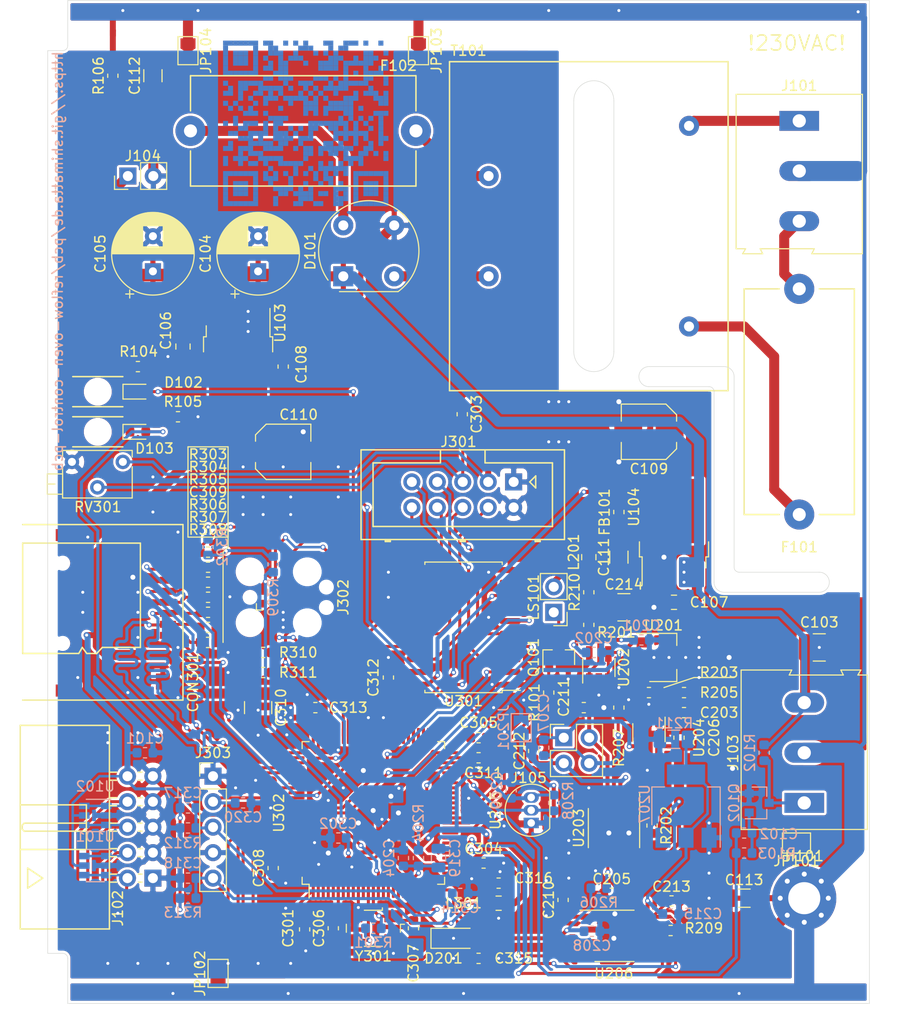
<source format=kicad_pcb>
(kicad_pcb (version 20171130) (host pcbnew 5.1.5)

  (general
    (thickness 1.6)
    (drawings 45)
    (tracks 1849)
    (zones 0)
    (modules 126)
    (nets 131)
  )

  (page A4)
  (layers
    (0 F.Cu signal)
    (31 B.Cu signal)
    (32 B.Adhes user)
    (33 F.Adhes user)
    (34 B.Paste user)
    (35 F.Paste user)
    (36 B.SilkS user)
    (37 F.SilkS user)
    (38 B.Mask user)
    (39 F.Mask user)
    (40 Dwgs.User user)
    (41 Cmts.User user)
    (42 Eco1.User user)
    (43 Eco2.User user)
    (44 Edge.Cuts user)
    (45 Margin user)
    (46 B.CrtYd user)
    (47 F.CrtYd user)
    (48 B.Fab user hide)
    (49 F.Fab user)
  )

  (setup
    (last_trace_width 1)
    (user_trace_width 0.3)
    (user_trace_width 0.4)
    (user_trace_width 0.6)
    (user_trace_width 1)
    (user_trace_width 2)
    (trace_clearance 0.2)
    (zone_clearance 0.25)
    (zone_45_only no)
    (trace_min 0.21)
    (via_size 0.5)
    (via_drill 0.3)
    (via_min_size 0.4)
    (via_min_drill 0.3)
    (user_via 0.9 0.5)
    (uvia_size 0.3)
    (uvia_drill 0.1)
    (uvias_allowed no)
    (uvia_min_size 0.2)
    (uvia_min_drill 0.1)
    (edge_width 0.05)
    (segment_width 0.2)
    (pcb_text_width 0.3)
    (pcb_text_size 1.5 1.5)
    (mod_edge_width 0.12)
    (mod_text_size 1 1)
    (mod_text_width 0.15)
    (pad_size 0.7874 0.7874)
    (pad_drill 0)
    (pad_to_mask_clearance 0.051)
    (solder_mask_min_width 0.25)
    (aux_axis_origin 13 13)
    (grid_origin 13 13)
    (visible_elements FFFFFF7F)
    (pcbplotparams
      (layerselection 0x010fc_ffffffff)
      (usegerberextensions true)
      (usegerberattributes false)
      (usegerberadvancedattributes false)
      (creategerberjobfile true)
      (excludeedgelayer true)
      (linewidth 0.100000)
      (plotframeref false)
      (viasonmask true)
      (mode 1)
      (useauxorigin false)
      (hpglpennumber 1)
      (hpglpenspeed 20)
      (hpglpendiameter 15.000000)
      (psnegative false)
      (psa4output false)
      (plotreference true)
      (plotvalue true)
      (plotinvisibletext false)
      (padsonsilk false)
      (subtractmaskfromsilk false)
      (outputformat 1)
      (mirror false)
      (drillshape 0)
      (scaleselection 1)
      (outputdirectory "gerber/"))
  )

  (net 0 "")
  (net 1 Earth)
  (net 2 GND)
  (net 3 +8V)
  (net 4 +3V3)
  (net 5 +5V)
  (net 6 "Net-(C203-Pad1)")
  (net 7 /Controller/ENC1)
  (net 8 /Controller/ENC2)
  (net 9 /Controller/VREF)
  (net 10 /Controller/SW1)
  (net 11 +5VA)
  (net 12 /Frontend/FORCE+)
  (net 13 /Frontend/FORCE-)
  (net 14 /Frontend/SENS+)
  (net 15 /Frontend/SENS-)
  (net 16 /Controller/SDIO_D1)
  (net 17 /Controller/SDIO_D0)
  (net 18 /Controller/SDIO_CLK)
  (net 19 /Controller/SDIO_CMD)
  (net 20 /Controller/SDIO_D3)
  (net 21 /Controller/SDIO_D2)
  (net 22 "Net-(D102-Pad1)")
  (net 23 /Controller/TEMP_IN)
  (net 24 /L_Trafo)
  (net 25 /L_IN)
  (net 26 /N_IN)
  (net 27 /DIGIO3)
  (net 28 /DIGIO2)
  (net 29 /DIGIO1)
  (net 30 /DIGIO0)
  (net 31 /Controller/SWDIO)
  (net 32 /Controller/SWCLK)
  (net 33 /Controller/PC_RX)
  (net 34 /Controller/PC_TX)
  (net 35 /Controller/~RST)
  (net 36 "Net-(LS101-Pad1)")
  (net 37 /Controller/LCD_VO)
  (net 38 /Controller/LCD_RS)
  (net 39 /Controller/LCD_EN)
  (net 40 /Controller/LCD_D3)
  (net 41 /Controller/LCD_D0)
  (net 42 /Controller/LCD_D2)
  (net 43 /Controller/LCD_D1)
  (net 44 /Controller/FRONTEND_TEMP)
  (net 45 /OUT0)
  (net 46 /OUT3)
  (net 47 /OUT2)
  (net 48 /OUT1)
  (net 49 /Controller/VDDA)
  (net 50 /Frontend/ADC_VDD)
  (net 51 /Frontend/ADC_CS)
  (net 52 /Frontend/ADC_SCK)
  (net 53 /Frontend/ADC_SDO)
  (net 54 +5VL)
  (net 55 /Frontend/VREF_ADC)
  (net 56 /Controller/CARD_DETECT)
  (net 57 "Net-(C102-Pad2)")
  (net 58 "Net-(C201-Pad2)")
  (net 59 "Net-(C210-Pad2)")
  (net 60 "Net-(C306-Pad1)")
  (net 61 "Net-(C307-Pad1)")
  (net 62 "Net-(C311-Pad1)")
  (net 63 "Net-(C313-Pad1)")
  (net 64 "Net-(D101-Pad4)")
  (net 65 "Net-(D101-Pad2)")
  (net 66 "Net-(D103-Pad1)")
  (net 67 "Net-(F102-Pad2)")
  (net 68 "Net-(J103-Pad1)")
  (net 69 "Net-(J302-Pad5)")
  (net 70 "Net-(J302-Pad6)")
  (net 71 "Net-(J302-Pad8)")
  (net 72 "Net-(L201-Pad2)")
  (net 73 "Net-(Q101-Pad1)")
  (net 74 "Net-(R202-Pad1)")
  (net 75 "Net-(R202-Pad2)")
  (net 76 "Net-(R206-Pad2)")
  (net 77 "Net-(U301-Pad2)")
  (net 78 "Net-(U301-Pad4)")
  (net 79 "Net-(U301-Pad6)")
  (net 80 "Net-(U301-Pad7)")
  (net 81 "Net-(U301-Pad8)")
  (net 82 "Net-(U301-Pad9)")
  (net 83 "Net-(U301-Pad15)")
  (net 84 "Net-(U301-Pad17)")
  (net 85 "Net-(U302-Pad2)")
  (net 86 "Net-(U302-Pad3)")
  (net 87 "Net-(U302-Pad4)")
  (net 88 "Net-(U302-Pad5)")
  (net 89 "Net-(U302-Pad7)")
  (net 90 "Net-(U302-Pad8)")
  (net 91 "Net-(U302-Pad9)")
  (net 92 "Net-(U302-Pad15)")
  (net 93 "Net-(U302-Pad16)")
  (net 94 "Net-(U302-Pad17)")
  (net 95 "Net-(U302-Pad18)")
  (net 96 "Net-(U302-Pad26)")
  (net 97 "Net-(U302-Pad29)")
  (net 98 "Net-(U302-Pad32)")
  (net 99 "Net-(U302-Pad33)")
  (net 100 "Net-(U302-Pad34)")
  (net 101 "Net-(U302-Pad38)")
  (net 102 "Net-(U302-Pad39)")
  (net 103 "Net-(U302-Pad40)")
  (net 104 "Net-(U302-Pad41)")
  (net 105 "Net-(U302-Pad42)")
  (net 106 "Net-(U302-Pad43)")
  (net 107 "Net-(U302-Pad44)")
  (net 108 "Net-(U302-Pad45)")
  (net 109 "Net-(U302-Pad46)")
  (net 110 "Net-(U302-Pad51)")
  (net 111 "Net-(U302-Pad52)")
  (net 112 "Net-(U302-Pad53)")
  (net 113 "Net-(U302-Pad54)")
  (net 114 "Net-(U302-Pad59)")
  (net 115 "Net-(U302-Pad60)")
  (net 116 "Net-(U302-Pad61)")
  (net 117 "Net-(U302-Pad62)")
  (net 118 "Net-(U302-Pad63)")
  (net 119 "Net-(U302-Pad64)")
  (net 120 "Net-(U302-Pad70)")
  (net 121 "Net-(U302-Pad71)")
  (net 122 "Net-(U302-Pad77)")
  (net 123 "Net-(U302-Pad81)")
  (net 124 "Net-(U302-Pad82)")
  (net 125 "Net-(U302-Pad84)")
  (net 126 "Net-(U302-Pad86)")
  (net 127 "Net-(U302-Pad95)")
  (net 128 "Net-(U302-Pad96)")
  (net 129 "Net-(U302-Pad97)")
  (net 130 "Net-(U302-Pad98)")

  (net_class Default "This is the default net class."
    (clearance 0.2)
    (trace_width 0.25)
    (via_dia 0.5)
    (via_drill 0.3)
    (uvia_dia 0.3)
    (uvia_drill 0.1)
    (diff_pair_width 0.21)
    (diff_pair_gap 0.25)
    (add_net +3V3)
    (add_net +5V)
    (add_net +5VA)
    (add_net +5VL)
    (add_net +8V)
    (add_net /Controller/CARD_DETECT)
    (add_net /Controller/ENC1)
    (add_net /Controller/ENC2)
    (add_net /Controller/FRONTEND_TEMP)
    (add_net /Controller/LCD_D0)
    (add_net /Controller/LCD_D1)
    (add_net /Controller/LCD_D2)
    (add_net /Controller/LCD_D3)
    (add_net /Controller/LCD_EN)
    (add_net /Controller/LCD_RS)
    (add_net /Controller/LCD_VO)
    (add_net /Controller/PC_RX)
    (add_net /Controller/PC_TX)
    (add_net /Controller/SDIO_CLK)
    (add_net /Controller/SDIO_CMD)
    (add_net /Controller/SDIO_D0)
    (add_net /Controller/SDIO_D1)
    (add_net /Controller/SDIO_D2)
    (add_net /Controller/SDIO_D3)
    (add_net /Controller/SW1)
    (add_net /Controller/SWCLK)
    (add_net /Controller/SWDIO)
    (add_net /Controller/TEMP_IN)
    (add_net /Controller/VDDA)
    (add_net /Controller/VREF)
    (add_net /Controller/~RST)
    (add_net /DIGIO0)
    (add_net /DIGIO1)
    (add_net /DIGIO2)
    (add_net /DIGIO3)
    (add_net /Frontend/ADC_CS)
    (add_net /Frontend/ADC_SCK)
    (add_net /Frontend/ADC_SDO)
    (add_net /Frontend/ADC_VDD)
    (add_net /Frontend/FORCE+)
    (add_net /Frontend/FORCE-)
    (add_net /Frontend/SENS+)
    (add_net /Frontend/SENS-)
    (add_net /Frontend/VREF_ADC)
    (add_net /OUT0)
    (add_net /OUT1)
    (add_net /OUT2)
    (add_net /OUT3)
    (add_net Earth)
    (add_net GND)
    (add_net "Net-(C102-Pad2)")
    (add_net "Net-(C201-Pad2)")
    (add_net "Net-(C203-Pad1)")
    (add_net "Net-(C210-Pad2)")
    (add_net "Net-(C306-Pad1)")
    (add_net "Net-(C307-Pad1)")
    (add_net "Net-(C311-Pad1)")
    (add_net "Net-(C313-Pad1)")
    (add_net "Net-(D101-Pad2)")
    (add_net "Net-(D101-Pad4)")
    (add_net "Net-(D102-Pad1)")
    (add_net "Net-(D103-Pad1)")
    (add_net "Net-(F102-Pad2)")
    (add_net "Net-(J103-Pad1)")
    (add_net "Net-(J302-Pad5)")
    (add_net "Net-(J302-Pad6)")
    (add_net "Net-(J302-Pad8)")
    (add_net "Net-(L201-Pad2)")
    (add_net "Net-(LS101-Pad1)")
    (add_net "Net-(Q101-Pad1)")
    (add_net "Net-(R202-Pad1)")
    (add_net "Net-(R202-Pad2)")
    (add_net "Net-(R206-Pad2)")
    (add_net "Net-(U301-Pad15)")
    (add_net "Net-(U301-Pad17)")
    (add_net "Net-(U301-Pad2)")
    (add_net "Net-(U301-Pad4)")
    (add_net "Net-(U301-Pad6)")
    (add_net "Net-(U301-Pad7)")
    (add_net "Net-(U301-Pad8)")
    (add_net "Net-(U301-Pad9)")
    (add_net "Net-(U302-Pad15)")
    (add_net "Net-(U302-Pad16)")
    (add_net "Net-(U302-Pad17)")
    (add_net "Net-(U302-Pad18)")
    (add_net "Net-(U302-Pad2)")
    (add_net "Net-(U302-Pad26)")
    (add_net "Net-(U302-Pad29)")
    (add_net "Net-(U302-Pad3)")
    (add_net "Net-(U302-Pad32)")
    (add_net "Net-(U302-Pad33)")
    (add_net "Net-(U302-Pad34)")
    (add_net "Net-(U302-Pad38)")
    (add_net "Net-(U302-Pad39)")
    (add_net "Net-(U302-Pad4)")
    (add_net "Net-(U302-Pad40)")
    (add_net "Net-(U302-Pad41)")
    (add_net "Net-(U302-Pad42)")
    (add_net "Net-(U302-Pad43)")
    (add_net "Net-(U302-Pad44)")
    (add_net "Net-(U302-Pad45)")
    (add_net "Net-(U302-Pad46)")
    (add_net "Net-(U302-Pad5)")
    (add_net "Net-(U302-Pad51)")
    (add_net "Net-(U302-Pad52)")
    (add_net "Net-(U302-Pad53)")
    (add_net "Net-(U302-Pad54)")
    (add_net "Net-(U302-Pad59)")
    (add_net "Net-(U302-Pad60)")
    (add_net "Net-(U302-Pad61)")
    (add_net "Net-(U302-Pad62)")
    (add_net "Net-(U302-Pad63)")
    (add_net "Net-(U302-Pad64)")
    (add_net "Net-(U302-Pad7)")
    (add_net "Net-(U302-Pad70)")
    (add_net "Net-(U302-Pad71)")
    (add_net "Net-(U302-Pad77)")
    (add_net "Net-(U302-Pad8)")
    (add_net "Net-(U302-Pad81)")
    (add_net "Net-(U302-Pad82)")
    (add_net "Net-(U302-Pad84)")
    (add_net "Net-(U302-Pad86)")
    (add_net "Net-(U302-Pad9)")
    (add_net "Net-(U302-Pad95)")
    (add_net "Net-(U302-Pad96)")
    (add_net "Net-(U302-Pad97)")
    (add_net "Net-(U302-Pad98)")
  )

  (net_class HV ""
    (clearance 2.5)
    (trace_width 1)
    (via_dia 0.5)
    (via_drill 0.3)
    (uvia_dia 0.3)
    (uvia_drill 0.1)
    (diff_pair_width 0.21)
    (diff_pair_gap 0.25)
    (add_net /L_IN)
    (add_net /L_Trafo)
    (add_net /N_IN)
  )

  (module Jumper:SolderJumper-2_P1.3mm_Open_TrianglePad1.0x1.5mm (layer F.Cu) (tedit 5A64794F) (tstamp 5E102D21)
    (at 30 18 270)
    (descr "SMD Solder Jumper, 1x1.5mm Triangular Pads, 0.3mm gap, open")
    (tags "solder jumper open")
    (path /5E154E5C)
    (attr virtual)
    (fp_text reference JP104 (at 0 -1.8 90) (layer F.SilkS)
      (effects (font (size 1 1) (thickness 0.15)))
    )
    (fp_text value EarthBridge (at 0 1.9 90) (layer F.Fab)
      (effects (font (size 1 1) (thickness 0.15)))
    )
    (fp_line (start 1.65 1.25) (end -1.65 1.25) (layer F.CrtYd) (width 0.05))
    (fp_line (start 1.65 1.25) (end 1.65 -1.25) (layer F.CrtYd) (width 0.05))
    (fp_line (start -1.65 -1.25) (end -1.65 1.25) (layer F.CrtYd) (width 0.05))
    (fp_line (start -1.65 -1.25) (end 1.65 -1.25) (layer F.CrtYd) (width 0.05))
    (fp_line (start -1.4 -1) (end 1.4 -1) (layer F.SilkS) (width 0.12))
    (fp_line (start 1.4 -1) (end 1.4 1) (layer F.SilkS) (width 0.12))
    (fp_line (start 1.4 1) (end -1.4 1) (layer F.SilkS) (width 0.12))
    (fp_line (start -1.4 1) (end -1.4 -1) (layer F.SilkS) (width 0.12))
    (pad 1 smd custom (at -0.725 0 270) (size 0.3 0.3) (layers F.Cu F.Mask)
      (net 1 Earth) (zone_connect 2)
      (options (clearance outline) (anchor rect))
      (primitives
        (gr_poly (pts
           (xy -0.5 -0.75) (xy 0.5 -0.75) (xy 1 0) (xy 0.5 0.75) (xy -0.5 0.75)
) (width 0))
      ))
    (pad 2 smd custom (at 0.725 0 270) (size 0.3 0.3) (layers F.Cu F.Mask)
      (net 2 GND) (zone_connect 2)
      (options (clearance outline) (anchor rect))
      (primitives
        (gr_poly (pts
           (xy -0.65 -0.75) (xy 0.5 -0.75) (xy 0.5 0.75) (xy -0.65 0.75) (xy -0.15 0)
) (width 0))
      ))
  )

  (module Jumper:SolderJumper-2_P1.3mm_Open_TrianglePad1.0x1.5mm (layer F.Cu) (tedit 5A64794F) (tstamp 5E102D13)
    (at 53 18 270)
    (descr "SMD Solder Jumper, 1x1.5mm Triangular Pads, 0.3mm gap, open")
    (tags "solder jumper open")
    (path /5E154646)
    (attr virtual)
    (fp_text reference JP103 (at 0 -1.8 90) (layer F.SilkS)
      (effects (font (size 1 1) (thickness 0.15)))
    )
    (fp_text value EarthBridge (at 0 1.9 90) (layer F.Fab)
      (effects (font (size 1 1) (thickness 0.15)))
    )
    (fp_line (start 1.65 1.25) (end -1.65 1.25) (layer F.CrtYd) (width 0.05))
    (fp_line (start 1.65 1.25) (end 1.65 -1.25) (layer F.CrtYd) (width 0.05))
    (fp_line (start -1.65 -1.25) (end -1.65 1.25) (layer F.CrtYd) (width 0.05))
    (fp_line (start -1.65 -1.25) (end 1.65 -1.25) (layer F.CrtYd) (width 0.05))
    (fp_line (start -1.4 -1) (end 1.4 -1) (layer F.SilkS) (width 0.12))
    (fp_line (start 1.4 -1) (end 1.4 1) (layer F.SilkS) (width 0.12))
    (fp_line (start 1.4 1) (end -1.4 1) (layer F.SilkS) (width 0.12))
    (fp_line (start -1.4 1) (end -1.4 -1) (layer F.SilkS) (width 0.12))
    (pad 1 smd custom (at -0.725 0 270) (size 0.3 0.3) (layers F.Cu F.Mask)
      (net 1 Earth) (zone_connect 2)
      (options (clearance outline) (anchor rect))
      (primitives
        (gr_poly (pts
           (xy -0.5 -0.75) (xy 0.5 -0.75) (xy 1 0) (xy 0.5 0.75) (xy -0.5 0.75)
) (width 0))
      ))
    (pad 2 smd custom (at 0.725 0 270) (size 0.3 0.3) (layers F.Cu F.Mask)
      (net 2 GND) (zone_connect 2)
      (options (clearance outline) (anchor rect))
      (primitives
        (gr_poly (pts
           (xy -0.65 -0.75) (xy 0.5 -0.75) (xy 0.5 0.75) (xy -0.65 0.75) (xy -0.15 0)
) (width 0))
      ))
  )

  (module Jumper:SolderJumper-2_P1.3mm_Open_TrianglePad1.0x1.5mm (layer F.Cu) (tedit 5A64794F) (tstamp 5E102D05)
    (at 33 110 90)
    (descr "SMD Solder Jumper, 1x1.5mm Triangular Pads, 0.3mm gap, open")
    (tags "solder jumper open")
    (path /5E1491CF)
    (attr virtual)
    (fp_text reference JP102 (at 0 -1.8 90) (layer F.SilkS)
      (effects (font (size 1 1) (thickness 0.15)))
    )
    (fp_text value EarthBridge (at 0 1.9 90) (layer F.Fab)
      (effects (font (size 1 1) (thickness 0.15)))
    )
    (fp_line (start 1.65 1.25) (end -1.65 1.25) (layer F.CrtYd) (width 0.05))
    (fp_line (start 1.65 1.25) (end 1.65 -1.25) (layer F.CrtYd) (width 0.05))
    (fp_line (start -1.65 -1.25) (end -1.65 1.25) (layer F.CrtYd) (width 0.05))
    (fp_line (start -1.65 -1.25) (end 1.65 -1.25) (layer F.CrtYd) (width 0.05))
    (fp_line (start -1.4 -1) (end 1.4 -1) (layer F.SilkS) (width 0.12))
    (fp_line (start 1.4 -1) (end 1.4 1) (layer F.SilkS) (width 0.12))
    (fp_line (start 1.4 1) (end -1.4 1) (layer F.SilkS) (width 0.12))
    (fp_line (start -1.4 1) (end -1.4 -1) (layer F.SilkS) (width 0.12))
    (pad 1 smd custom (at -0.725 0 90) (size 0.3 0.3) (layers F.Cu F.Mask)
      (net 1 Earth) (zone_connect 2)
      (options (clearance outline) (anchor rect))
      (primitives
        (gr_poly (pts
           (xy -0.5 -0.75) (xy 0.5 -0.75) (xy 1 0) (xy 0.5 0.75) (xy -0.5 0.75)
) (width 0))
      ))
    (pad 2 smd custom (at 0.725 0 90) (size 0.3 0.3) (layers F.Cu F.Mask)
      (net 2 GND) (zone_connect 2)
      (options (clearance outline) (anchor rect))
      (primitives
        (gr_poly (pts
           (xy -0.65 -0.75) (xy 0.5 -0.75) (xy 0.5 0.75) (xy -0.65 0.75) (xy -0.15 0)
) (width 0))
      ))
  )

  (module Jumper:SolderJumper-2_P1.3mm_Open_TrianglePad1.0x1.5mm (layer F.Cu) (tedit 5A64794F) (tstamp 5E102CF7)
    (at 90.725 97 180)
    (descr "SMD Solder Jumper, 1x1.5mm Triangular Pads, 0.3mm gap, open")
    (tags "solder jumper open")
    (path /5E168E1A)
    (attr virtual)
    (fp_text reference JP101 (at 0 -1.8) (layer F.SilkS)
      (effects (font (size 1 1) (thickness 0.15)))
    )
    (fp_text value EarthBridge (at 0 1.9) (layer F.Fab)
      (effects (font (size 1 1) (thickness 0.15)))
    )
    (fp_line (start 1.65 1.25) (end -1.65 1.25) (layer F.CrtYd) (width 0.05))
    (fp_line (start 1.65 1.25) (end 1.65 -1.25) (layer F.CrtYd) (width 0.05))
    (fp_line (start -1.65 -1.25) (end -1.65 1.25) (layer F.CrtYd) (width 0.05))
    (fp_line (start -1.65 -1.25) (end 1.65 -1.25) (layer F.CrtYd) (width 0.05))
    (fp_line (start -1.4 -1) (end 1.4 -1) (layer F.SilkS) (width 0.12))
    (fp_line (start 1.4 -1) (end 1.4 1) (layer F.SilkS) (width 0.12))
    (fp_line (start 1.4 1) (end -1.4 1) (layer F.SilkS) (width 0.12))
    (fp_line (start -1.4 1) (end -1.4 -1) (layer F.SilkS) (width 0.12))
    (pad 1 smd custom (at -0.725 0 180) (size 0.3 0.3) (layers F.Cu F.Mask)
      (net 1 Earth) (zone_connect 2)
      (options (clearance outline) (anchor rect))
      (primitives
        (gr_poly (pts
           (xy -0.5 -0.75) (xy 0.5 -0.75) (xy 1 0) (xy 0.5 0.75) (xy -0.5 0.75)
) (width 0))
      ))
    (pad 2 smd custom (at 0.725 0 180) (size 0.3 0.3) (layers F.Cu F.Mask)
      (net 2 GND) (zone_connect 2)
      (options (clearance outline) (anchor rect))
      (primitives
        (gr_poly (pts
           (xy -0.65 -0.75) (xy 0.5 -0.75) (xy 0.5 0.75) (xy -0.65 0.75) (xy -0.15 0)
) (width 0))
      ))
  )

  (module shimatta_smd:MCC-SDMICRO3-112J-TDAR-R01 (layer F.Cu) (tedit 5E0F7980) (tstamp 5DEF124A)
    (at 28 67.5 270)
    (path /5D77EC9D/5DB776DE)
    (fp_text reference CON301 (at 13.5 -2.5 90) (layer F.SilkS)
      (effects (font (size 1 1) (thickness 0.15)))
    )
    (fp_text value Micro_SD (at 7.25 -2.25 90) (layer F.Fab)
      (effects (font (size 1 1) (thickness 0.15)))
    )
    (fp_line (start -0.4 14.5) (end -0.4 13.8) (layer F.Fab) (width 0.12))
    (fp_line (start 13.8 1.5) (end 13.8 14.5) (layer F.Fab) (width 0.12))
    (fp_line (start 12.4 1.5) (end 13.8 1.5) (layer F.Fab) (width 0.12))
    (fp_line (start 12.4 1) (end 12.4 1.5) (layer F.Fab) (width 0.12))
    (fp_line (start 13.8 1) (end 12.4 1) (layer F.Fab) (width 0.12))
    (fp_line (start 13.8 0) (end 13.8 1) (layer F.Fab) (width 0.12))
    (fp_line (start -0.7 0) (end 13.8 0) (layer F.Fab) (width 0.12))
    (fp_line (start -0.7 13.8) (end -0.7 0) (layer F.Fab) (width 0.12))
    (fp_line (start 7.7 13.8) (end -0.7 13.8) (layer F.Fab) (width 0.12))
    (fp_line (start 9.5 14.5) (end 7.7 13.8) (layer F.Fab) (width 0.12))
    (fp_line (start 13.8 14.5) (end 9.5 14.5) (layer F.Fab) (width 0.12))
    (fp_text user Inserted (at 8.1 16.4 90) (layer F.Fab)
      (effects (font (size 0.25 0.25) (thickness 0.05)))
    )
    (fp_line (start -0.4 15.5) (end -0.4 14.5) (layer F.Fab) (width 0.12))
    (fp_line (start 0.8 16.7) (end 9.4 16.7) (layer F.Fab) (width 0.12))
    (fp_arc (start 0.8 15.5) (end -0.4 15.5) (angle -90) (layer F.Fab) (width 0.12))
    (fp_line (start 10.6 15.5) (end 10.6 14.5) (layer F.Fab) (width 0.12))
    (fp_arc (start 9.4 15.5) (end 9.4 16.7) (angle -90) (layer F.Fab) (width 0.12))
    (fp_text user Push-in (at 8.1 15.4 90) (layer F.Fab)
      (effects (font (size 0.25 0.25) (thickness 0.05)))
    )
    (fp_line (start 0.8 15.7) (end 9.4 15.7) (layer F.Fab) (width 0.12))
    (fp_arc (start 0.8 14.5) (end -0.4 14.5) (angle -90) (layer F.Fab) (width 0.12))
    (fp_arc (start 9.4 14.5) (end 9.4 15.7) (angle -90) (layer F.Fab) (width 0.12))
    (fp_line (start -2.25 14.5) (end -2.25 -1.5) (layer F.CrtYd) (width 0.15))
    (fp_line (start 15.25 14.5) (end -2.25 14.5) (layer F.CrtYd) (width 0.15))
    (fp_line (start 15.25 -1.5) (end 15.25 14.5) (layer F.CrtYd) (width 0.15))
    (fp_line (start -2.25 -1.5) (end 15.25 -1.5) (layer F.CrtYd) (width 0.15))
    (fp_line (start -0.4 2.75) (end -0.4 14.5) (layer F.SilkS) (width 0.15))
    (fp_line (start 0.75 2.75) (end -0.4 2.75) (layer F.SilkS) (width 0.15))
    (fp_line (start 10 2.75) (end 0.75 2.75) (layer F.SilkS) (width 0.15))
    (fp_line (start 10 6.55) (end 10 2.75) (layer F.SilkS) (width 0.15))
    (fp_line (start 10.6 7.1) (end 10 6.55) (layer F.SilkS) (width 0.15))
    (fp_line (start 10.6 8.1) (end 10.6 7.1) (layer F.SilkS) (width 0.15))
    (fp_line (start 10 8.55) (end 10.6 8.1) (layer F.SilkS) (width 0.15))
    (fp_line (start 10.6 8.9) (end 10 8.55) (layer F.SilkS) (width 0.15))
    (fp_line (start 10.6 14.5) (end 10.6 8.9) (layer F.SilkS) (width 0.15))
    (fp_line (start -0.4 14.5) (end 10.6 14.5) (layer F.SilkS) (width 0.15))
    (fp_line (start -2.25 14.5) (end -2.25 11.25) (layer F.SilkS) (width 0.15))
    (fp_line (start 15.25 -1.5) (end 15.25 14.5) (layer F.SilkS) (width 0.15))
    (fp_line (start -2.25 -1.5) (end 15.25 -1.5) (layer F.SilkS) (width 0.15))
    (fp_line (start -2.25 -1.25) (end -2.25 -1.5) (layer F.SilkS) (width 0.15))
    (fp_line (start -2.25 11.25) (end -2.25 -1.25) (layer F.SilkS) (width 0.15))
    (fp_line (start 9.6 4) (end 9.6 6) (layer F.CrtYd) (width 0.15))
    (fp_line (start 0.6 4) (end 9.6 4) (layer F.CrtYd) (width 0.15))
    (fp_line (start 0.6 6) (end 0.6 4) (layer F.CrtYd) (width 0.15))
    (fp_line (start 9.6 6) (end 0.6 6) (layer F.CrtYd) (width 0.15))
    (pad 11 smd rect (at 14.3 10.1 270) (size 1.2 2.2) (layers F.Cu F.Paste F.Mask)
      (net 2 GND))
    (pad "" np_thru_hole circle (at 9.6 10.5 270) (size 1 1) (drill 1) (layers *.Cu *.Mask))
    (pad "" np_thru_hole circle (at 1.6 10.5 270) (size 1 1) (drill 1) (layers *.Cu *.Mask))
    (pad 12 smd rect (at -1.2 10.1 270) (size 1.2 2.2) (layers F.Cu F.Paste F.Mask)
      (net 2 GND))
    (pad 13 smd rect (at -1.2 0.5 270) (size 1.2 1.4) (layers F.Cu F.Paste F.Mask)
      (net 2 GND))
    (pad 10 smd rect (at 13.4 0.5 270) (size 1.6 1.4) (layers F.Cu F.Paste F.Mask)
      (net 2 GND))
    (pad 1 smd rect (at 8.8 0 270) (size 0.7 1.6) (layers F.Cu F.Paste F.Mask)
      (net 21 /Controller/SDIO_D2))
    (pad 2 smd rect (at 7.7 0 270) (size 0.7 1.6) (layers F.Cu F.Paste F.Mask)
      (net 20 /Controller/SDIO_D3))
    (pad 3 smd rect (at 6.6 0 270) (size 0.7 1.6) (layers F.Cu F.Paste F.Mask)
      (net 19 /Controller/SDIO_CMD))
    (pad 4 smd rect (at 5.5 0 270) (size 0.7 1.6) (layers F.Cu F.Paste F.Mask)
      (net 4 +3V3))
    (pad 5 smd rect (at 4.4 0 270) (size 0.7 1.6) (layers F.Cu F.Paste F.Mask)
      (net 18 /Controller/SDIO_CLK))
    (pad 6 smd rect (at 3.3 0 270) (size 0.7 1.6) (layers F.Cu F.Paste F.Mask)
      (net 2 GND))
    (pad 7 smd rect (at 2.2 0 270) (size 0.7 1.6) (layers F.Cu F.Paste F.Mask)
      (net 17 /Controller/SDIO_D0))
    (pad 8 smd rect (at 1.1 0 270) (size 0.7 1.6) (layers F.Cu F.Paste F.Mask)
      (net 16 /Controller/SDIO_D1))
    (pad 9 smd rect (at 0 0 270) (size 0.7 1.6) (layers F.Cu F.Paste F.Mask)
      (net 56 /Controller/CARD_DETECT))
  )

  (module proz_unknown:1271.1001 (layer F.Cu) (tedit 5C192637) (tstamp 5E0E4506)
    (at 21 56 180)
    (path /5E220866)
    (fp_text reference FID102 (at 0.5 8) (layer F.SilkS) hide
      (effects (font (size 1 1) (thickness 0.15)))
    )
    (fp_text value LightGuide (at 4.1 -2.5) (layer F.Fab) hide
      (effects (font (size 1 1) (thickness 0.15)))
    )
    (fp_line (start -1.8 1.2) (end -1.8 -1.2) (layer F.CrtYd) (width 0.12))
    (fp_line (start -6 1.2) (end -1.8 1.2) (layer F.CrtYd) (width 0.12))
    (fp_line (start -6 -1.2) (end -6 1.2) (layer F.CrtYd) (width 0.12))
    (fp_line (start -1.8 -1.2) (end -6 -1.2) (layer F.CrtYd) (width 0.12))
    (fp_line (start -1.5 1.5) (end -1.5 -1.5) (layer F.CrtYd) (width 0.12))
    (fp_line (start 1.5 -1.5) (end 1.5 1.5) (layer F.CrtYd) (width 0.12))
    (fp_line (start -6.3 -1.5) (end -6.3 1.5) (layer F.CrtYd) (width 0.12))
    (fp_line (start 8.1 -1.5) (end -6.3 -1.5) (layer F.CrtYd) (width 0.12))
    (fp_line (start 8.1 1.5) (end 8.1 -1.5) (layer F.CrtYd) (width 0.12))
    (fp_line (start -6.3 1.5) (end 8.1 1.5) (layer F.CrtYd) (width 0.12))
    (fp_line (start -2.5 -1.5) (end 2.5 -1.5) (layer F.SilkS) (width 0.15))
    (fp_line (start -2.5 1.5) (end 2.5 1.5) (layer F.SilkS) (width 0.15))
    (pad "" np_thru_hole circle (at 0 0 180) (size 2.3 2.3) (drill 2.3) (layers *.Cu *.Mask))
  )

  (module Package_QFP:LQFP-100_14x14mm_P0.5mm (layer F.Cu) (tedit 5C1956D1) (tstamp 5DEF18B5)
    (at 48.5 94 90)
    (descr "LQFP, 100 Pin (https://www.nxp.com/docs/en/package-information/SOT407-1.pdf), generated with kicad-footprint-generator ipc_gullwing_generator.py")
    (tags "LQFP QFP")
    (path /5D77EC9D/5D78060E)
    (attr smd)
    (fp_text reference U302 (at 0 -9.42 90) (layer F.SilkS)
      (effects (font (size 1 1) (thickness 0.15)))
    )
    (fp_text value STM32F407VETx (at 0 9.42 90) (layer F.Fab)
      (effects (font (size 1 1) (thickness 0.15)))
    )
    (fp_line (start 6.41 7.11) (end 7.11 7.11) (layer F.SilkS) (width 0.12))
    (fp_line (start 7.11 7.11) (end 7.11 6.41) (layer F.SilkS) (width 0.12))
    (fp_line (start -6.41 7.11) (end -7.11 7.11) (layer F.SilkS) (width 0.12))
    (fp_line (start -7.11 7.11) (end -7.11 6.41) (layer F.SilkS) (width 0.12))
    (fp_line (start 6.41 -7.11) (end 7.11 -7.11) (layer F.SilkS) (width 0.12))
    (fp_line (start 7.11 -7.11) (end 7.11 -6.41) (layer F.SilkS) (width 0.12))
    (fp_line (start -6.41 -7.11) (end -7.11 -7.11) (layer F.SilkS) (width 0.12))
    (fp_line (start -7.11 -7.11) (end -7.11 -6.41) (layer F.SilkS) (width 0.12))
    (fp_line (start -7.11 -6.41) (end -8.475 -6.41) (layer F.SilkS) (width 0.12))
    (fp_line (start -6 -7) (end 7 -7) (layer F.Fab) (width 0.1))
    (fp_line (start 7 -7) (end 7 7) (layer F.Fab) (width 0.1))
    (fp_line (start 7 7) (end -7 7) (layer F.Fab) (width 0.1))
    (fp_line (start -7 7) (end -7 -6) (layer F.Fab) (width 0.1))
    (fp_line (start -7 -6) (end -6 -7) (layer F.Fab) (width 0.1))
    (fp_line (start 0 -8.72) (end -6.4 -8.72) (layer F.CrtYd) (width 0.05))
    (fp_line (start -6.4 -8.72) (end -6.4 -7.25) (layer F.CrtYd) (width 0.05))
    (fp_line (start -6.4 -7.25) (end -7.25 -7.25) (layer F.CrtYd) (width 0.05))
    (fp_line (start -7.25 -7.25) (end -7.25 -6.4) (layer F.CrtYd) (width 0.05))
    (fp_line (start -7.25 -6.4) (end -8.72 -6.4) (layer F.CrtYd) (width 0.05))
    (fp_line (start -8.72 -6.4) (end -8.72 0) (layer F.CrtYd) (width 0.05))
    (fp_line (start 0 -8.72) (end 6.4 -8.72) (layer F.CrtYd) (width 0.05))
    (fp_line (start 6.4 -8.72) (end 6.4 -7.25) (layer F.CrtYd) (width 0.05))
    (fp_line (start 6.4 -7.25) (end 7.25 -7.25) (layer F.CrtYd) (width 0.05))
    (fp_line (start 7.25 -7.25) (end 7.25 -6.4) (layer F.CrtYd) (width 0.05))
    (fp_line (start 7.25 -6.4) (end 8.72 -6.4) (layer F.CrtYd) (width 0.05))
    (fp_line (start 8.72 -6.4) (end 8.72 0) (layer F.CrtYd) (width 0.05))
    (fp_line (start 0 8.72) (end -6.4 8.72) (layer F.CrtYd) (width 0.05))
    (fp_line (start -6.4 8.72) (end -6.4 7.25) (layer F.CrtYd) (width 0.05))
    (fp_line (start -6.4 7.25) (end -7.25 7.25) (layer F.CrtYd) (width 0.05))
    (fp_line (start -7.25 7.25) (end -7.25 6.4) (layer F.CrtYd) (width 0.05))
    (fp_line (start -7.25 6.4) (end -8.72 6.4) (layer F.CrtYd) (width 0.05))
    (fp_line (start -8.72 6.4) (end -8.72 0) (layer F.CrtYd) (width 0.05))
    (fp_line (start 0 8.72) (end 6.4 8.72) (layer F.CrtYd) (width 0.05))
    (fp_line (start 6.4 8.72) (end 6.4 7.25) (layer F.CrtYd) (width 0.05))
    (fp_line (start 6.4 7.25) (end 7.25 7.25) (layer F.CrtYd) (width 0.05))
    (fp_line (start 7.25 7.25) (end 7.25 6.4) (layer F.CrtYd) (width 0.05))
    (fp_line (start 7.25 6.4) (end 8.72 6.4) (layer F.CrtYd) (width 0.05))
    (fp_line (start 8.72 6.4) (end 8.72 0) (layer F.CrtYd) (width 0.05))
    (fp_text user %R (at 0 0 90) (layer F.Fab)
      (effects (font (size 1 1) (thickness 0.15)))
    )
    (pad 1 smd roundrect (at -7.675 -6 90) (size 1.6 0.3) (layers F.Cu F.Paste F.Mask) (roundrect_rratio 0.25)
      (net 51 /Frontend/ADC_CS))
    (pad 2 smd roundrect (at -7.675 -5.5 90) (size 1.6 0.3) (layers F.Cu F.Paste F.Mask) (roundrect_rratio 0.25)
      (net 85 "Net-(U302-Pad2)"))
    (pad 3 smd roundrect (at -7.675 -5 90) (size 1.6 0.3) (layers F.Cu F.Paste F.Mask) (roundrect_rratio 0.25)
      (net 86 "Net-(U302-Pad3)"))
    (pad 4 smd roundrect (at -7.675 -4.5 90) (size 1.6 0.3) (layers F.Cu F.Paste F.Mask) (roundrect_rratio 0.25)
      (net 87 "Net-(U302-Pad4)"))
    (pad 5 smd roundrect (at -7.675 -4 90) (size 1.6 0.3) (layers F.Cu F.Paste F.Mask) (roundrect_rratio 0.25)
      (net 88 "Net-(U302-Pad5)"))
    (pad 6 smd roundrect (at -7.675 -3.5 90) (size 1.6 0.3) (layers F.Cu F.Paste F.Mask) (roundrect_rratio 0.25)
      (net 4 +3V3))
    (pad 7 smd roundrect (at -7.675 -3 90) (size 1.6 0.3) (layers F.Cu F.Paste F.Mask) (roundrect_rratio 0.25)
      (net 89 "Net-(U302-Pad7)"))
    (pad 8 smd roundrect (at -7.675 -2.5 90) (size 1.6 0.3) (layers F.Cu F.Paste F.Mask) (roundrect_rratio 0.25)
      (net 90 "Net-(U302-Pad8)"))
    (pad 9 smd roundrect (at -7.675 -2 90) (size 1.6 0.3) (layers F.Cu F.Paste F.Mask) (roundrect_rratio 0.25)
      (net 91 "Net-(U302-Pad9)"))
    (pad 10 smd roundrect (at -7.675 -1.5 90) (size 1.6 0.3) (layers F.Cu F.Paste F.Mask) (roundrect_rratio 0.25)
      (net 2 GND))
    (pad 11 smd roundrect (at -7.675 -1 90) (size 1.6 0.3) (layers F.Cu F.Paste F.Mask) (roundrect_rratio 0.25)
      (net 4 +3V3))
    (pad 12 smd roundrect (at -7.675 -0.5 90) (size 1.6 0.3) (layers F.Cu F.Paste F.Mask) (roundrect_rratio 0.25)
      (net 60 "Net-(C306-Pad1)"))
    (pad 13 smd roundrect (at -7.675 0 90) (size 1.6 0.3) (layers F.Cu F.Paste F.Mask) (roundrect_rratio 0.25)
      (net 61 "Net-(C307-Pad1)"))
    (pad 14 smd roundrect (at -7.675 0.5 90) (size 1.6 0.3) (layers F.Cu F.Paste F.Mask) (roundrect_rratio 0.25)
      (net 35 /Controller/~RST))
    (pad 15 smd roundrect (at -7.675 1 90) (size 1.6 0.3) (layers F.Cu F.Paste F.Mask) (roundrect_rratio 0.25)
      (net 92 "Net-(U302-Pad15)"))
    (pad 16 smd roundrect (at -7.675 1.5 90) (size 1.6 0.3) (layers F.Cu F.Paste F.Mask) (roundrect_rratio 0.25)
      (net 93 "Net-(U302-Pad16)"))
    (pad 17 smd roundrect (at -7.675 2 90) (size 1.6 0.3) (layers F.Cu F.Paste F.Mask) (roundrect_rratio 0.25)
      (net 94 "Net-(U302-Pad17)"))
    (pad 18 smd roundrect (at -7.675 2.5 90) (size 1.6 0.3) (layers F.Cu F.Paste F.Mask) (roundrect_rratio 0.25)
      (net 95 "Net-(U302-Pad18)"))
    (pad 19 smd roundrect (at -7.675 3 90) (size 1.6 0.3) (layers F.Cu F.Paste F.Mask) (roundrect_rratio 0.25)
      (net 4 +3V3))
    (pad 20 smd roundrect (at -7.675 3.5 90) (size 1.6 0.3) (layers F.Cu F.Paste F.Mask) (roundrect_rratio 0.25)
      (net 2 GND))
    (pad 21 smd roundrect (at -7.675 4 90) (size 1.6 0.3) (layers F.Cu F.Paste F.Mask) (roundrect_rratio 0.25)
      (net 9 /Controller/VREF))
    (pad 22 smd roundrect (at -7.675 4.5 90) (size 1.6 0.3) (layers F.Cu F.Paste F.Mask) (roundrect_rratio 0.25)
      (net 49 /Controller/VDDA))
    (pad 23 smd roundrect (at -7.675 5 90) (size 1.6 0.3) (layers F.Cu F.Paste F.Mask) (roundrect_rratio 0.25)
      (net 7 /Controller/ENC1))
    (pad 24 smd roundrect (at -7.675 5.5 90) (size 1.6 0.3) (layers F.Cu F.Paste F.Mask) (roundrect_rratio 0.25)
      (net 8 /Controller/ENC2))
    (pad 25 smd roundrect (at -7.675 6 90) (size 1.6 0.3) (layers F.Cu F.Paste F.Mask) (roundrect_rratio 0.25)
      (net 23 /Controller/TEMP_IN))
    (pad 26 smd roundrect (at -6 7.675 90) (size 0.3 1.6) (layers F.Cu F.Paste F.Mask) (roundrect_rratio 0.25)
      (net 96 "Net-(U302-Pad26)"))
    (pad 27 smd roundrect (at -5.5 7.675 90) (size 0.3 1.6) (layers F.Cu F.Paste F.Mask) (roundrect_rratio 0.25)
      (net 2 GND))
    (pad 28 smd roundrect (at -5 7.675 90) (size 0.3 1.6) (layers F.Cu F.Paste F.Mask) (roundrect_rratio 0.25)
      (net 4 +3V3))
    (pad 29 smd roundrect (at -4.5 7.675 90) (size 0.3 1.6) (layers F.Cu F.Paste F.Mask) (roundrect_rratio 0.25)
      (net 97 "Net-(U302-Pad29)"))
    (pad 30 smd roundrect (at -4 7.675 90) (size 0.3 1.6) (layers F.Cu F.Paste F.Mask) (roundrect_rratio 0.25)
      (net 52 /Frontend/ADC_SCK))
    (pad 31 smd roundrect (at -3.5 7.675 90) (size 0.3 1.6) (layers F.Cu F.Paste F.Mask) (roundrect_rratio 0.25)
      (net 53 /Frontend/ADC_SDO))
    (pad 32 smd roundrect (at -3 7.675 90) (size 0.3 1.6) (layers F.Cu F.Paste F.Mask) (roundrect_rratio 0.25)
      (net 98 "Net-(U302-Pad32)"))
    (pad 33 smd roundrect (at -2.5 7.675 90) (size 0.3 1.6) (layers F.Cu F.Paste F.Mask) (roundrect_rratio 0.25)
      (net 99 "Net-(U302-Pad33)"))
    (pad 34 smd roundrect (at -2 7.675 90) (size 0.3 1.6) (layers F.Cu F.Paste F.Mask) (roundrect_rratio 0.25)
      (net 100 "Net-(U302-Pad34)"))
    (pad 35 smd roundrect (at -1.5 7.675 90) (size 0.3 1.6) (layers F.Cu F.Paste F.Mask) (roundrect_rratio 0.25)
      (net 45 /OUT0))
    (pad 36 smd roundrect (at -1 7.675 90) (size 0.3 1.6) (layers F.Cu F.Paste F.Mask) (roundrect_rratio 0.25)
      (net 48 /OUT1))
    (pad 37 smd roundrect (at -0.5 7.675 90) (size 0.3 1.6) (layers F.Cu F.Paste F.Mask) (roundrect_rratio 0.25)
      (net 47 /OUT2))
    (pad 38 smd roundrect (at 0 7.675 90) (size 0.3 1.6) (layers F.Cu F.Paste F.Mask) (roundrect_rratio 0.25)
      (net 101 "Net-(U302-Pad38)"))
    (pad 39 smd roundrect (at 0.5 7.675 90) (size 0.3 1.6) (layers F.Cu F.Paste F.Mask) (roundrect_rratio 0.25)
      (net 102 "Net-(U302-Pad39)"))
    (pad 40 smd roundrect (at 1 7.675 90) (size 0.3 1.6) (layers F.Cu F.Paste F.Mask) (roundrect_rratio 0.25)
      (net 103 "Net-(U302-Pad40)"))
    (pad 41 smd roundrect (at 1.5 7.675 90) (size 0.3 1.6) (layers F.Cu F.Paste F.Mask) (roundrect_rratio 0.25)
      (net 104 "Net-(U302-Pad41)"))
    (pad 42 smd roundrect (at 2 7.675 90) (size 0.3 1.6) (layers F.Cu F.Paste F.Mask) (roundrect_rratio 0.25)
      (net 105 "Net-(U302-Pad42)"))
    (pad 43 smd roundrect (at 2.5 7.675 90) (size 0.3 1.6) (layers F.Cu F.Paste F.Mask) (roundrect_rratio 0.25)
      (net 106 "Net-(U302-Pad43)"))
    (pad 44 smd roundrect (at 3 7.675 90) (size 0.3 1.6) (layers F.Cu F.Paste F.Mask) (roundrect_rratio 0.25)
      (net 107 "Net-(U302-Pad44)"))
    (pad 45 smd roundrect (at 3.5 7.675 90) (size 0.3 1.6) (layers F.Cu F.Paste F.Mask) (roundrect_rratio 0.25)
      (net 108 "Net-(U302-Pad45)"))
    (pad 46 smd roundrect (at 4 7.675 90) (size 0.3 1.6) (layers F.Cu F.Paste F.Mask) (roundrect_rratio 0.25)
      (net 109 "Net-(U302-Pad46)"))
    (pad 47 smd roundrect (at 4.5 7.675 90) (size 0.3 1.6) (layers F.Cu F.Paste F.Mask) (roundrect_rratio 0.25)
      (net 44 /Controller/FRONTEND_TEMP))
    (pad 48 smd roundrect (at 5 7.675 90) (size 0.3 1.6) (layers F.Cu F.Paste F.Mask) (roundrect_rratio 0.25)
      (net 44 /Controller/FRONTEND_TEMP))
    (pad 49 smd roundrect (at 5.5 7.675 90) (size 0.3 1.6) (layers F.Cu F.Paste F.Mask) (roundrect_rratio 0.25)
      (net 62 "Net-(C311-Pad1)"))
    (pad 50 smd roundrect (at 6 7.675 90) (size 0.3 1.6) (layers F.Cu F.Paste F.Mask) (roundrect_rratio 0.25)
      (net 4 +3V3))
    (pad 51 smd roundrect (at 7.675 6 90) (size 1.6 0.3) (layers F.Cu F.Paste F.Mask) (roundrect_rratio 0.25)
      (net 110 "Net-(U302-Pad51)"))
    (pad 52 smd roundrect (at 7.675 5.5 90) (size 1.6 0.3) (layers F.Cu F.Paste F.Mask) (roundrect_rratio 0.25)
      (net 111 "Net-(U302-Pad52)"))
    (pad 53 smd roundrect (at 7.675 5 90) (size 1.6 0.3) (layers F.Cu F.Paste F.Mask) (roundrect_rratio 0.25)
      (net 112 "Net-(U302-Pad53)"))
    (pad 54 smd roundrect (at 7.675 4.5 90) (size 1.6 0.3) (layers F.Cu F.Paste F.Mask) (roundrect_rratio 0.25)
      (net 113 "Net-(U302-Pad54)"))
    (pad 55 smd roundrect (at 7.675 4 90) (size 1.6 0.3) (layers F.Cu F.Paste F.Mask) (roundrect_rratio 0.25)
      (net 79 "Net-(U301-Pad6)"))
    (pad 56 smd roundrect (at 7.675 3.5 90) (size 1.6 0.3) (layers F.Cu F.Paste F.Mask) (roundrect_rratio 0.25)
      (net 81 "Net-(U301-Pad8)"))
    (pad 57 smd roundrect (at 7.675 3 90) (size 1.6 0.3) (layers F.Cu F.Paste F.Mask) (roundrect_rratio 0.25)
      (net 84 "Net-(U301-Pad17)"))
    (pad 58 smd roundrect (at 7.675 2.5 90) (size 1.6 0.3) (layers F.Cu F.Paste F.Mask) (roundrect_rratio 0.25)
      (net 83 "Net-(U301-Pad15)"))
    (pad 59 smd roundrect (at 7.675 2 90) (size 1.6 0.3) (layers F.Cu F.Paste F.Mask) (roundrect_rratio 0.25)
      (net 114 "Net-(U302-Pad59)"))
    (pad 60 smd roundrect (at 7.675 1.5 90) (size 1.6 0.3) (layers F.Cu F.Paste F.Mask) (roundrect_rratio 0.25)
      (net 115 "Net-(U302-Pad60)"))
    (pad 61 smd roundrect (at 7.675 1 90) (size 1.6 0.3) (layers F.Cu F.Paste F.Mask) (roundrect_rratio 0.25)
      (net 116 "Net-(U302-Pad61)"))
    (pad 62 smd roundrect (at 7.675 0.5 90) (size 1.6 0.3) (layers F.Cu F.Paste F.Mask) (roundrect_rratio 0.25)
      (net 117 "Net-(U302-Pad62)"))
    (pad 63 smd roundrect (at 7.675 0 90) (size 1.6 0.3) (layers F.Cu F.Paste F.Mask) (roundrect_rratio 0.25)
      (net 118 "Net-(U302-Pad63)"))
    (pad 64 smd roundrect (at 7.675 -0.5 90) (size 1.6 0.3) (layers F.Cu F.Paste F.Mask) (roundrect_rratio 0.25)
      (net 119 "Net-(U302-Pad64)"))
    (pad 65 smd roundrect (at 7.675 -1 90) (size 1.6 0.3) (layers F.Cu F.Paste F.Mask) (roundrect_rratio 0.25)
      (net 17 /Controller/SDIO_D0))
    (pad 66 smd roundrect (at 7.675 -1.5 90) (size 1.6 0.3) (layers F.Cu F.Paste F.Mask) (roundrect_rratio 0.25)
      (net 16 /Controller/SDIO_D1))
    (pad 67 smd roundrect (at 7.675 -2 90) (size 1.6 0.3) (layers F.Cu F.Paste F.Mask) (roundrect_rratio 0.25)
      (net 56 /Controller/CARD_DETECT))
    (pad 68 smd roundrect (at 7.675 -2.5 90) (size 1.6 0.3) (layers F.Cu F.Paste F.Mask) (roundrect_rratio 0.25)
      (net 33 /Controller/PC_RX))
    (pad 69 smd roundrect (at 7.675 -3 90) (size 1.6 0.3) (layers F.Cu F.Paste F.Mask) (roundrect_rratio 0.25)
      (net 34 /Controller/PC_TX))
    (pad 70 smd roundrect (at 7.675 -3.5 90) (size 1.6 0.3) (layers F.Cu F.Paste F.Mask) (roundrect_rratio 0.25)
      (net 120 "Net-(U302-Pad70)"))
    (pad 71 smd roundrect (at 7.675 -4 90) (size 1.6 0.3) (layers F.Cu F.Paste F.Mask) (roundrect_rratio 0.25)
      (net 121 "Net-(U302-Pad71)"))
    (pad 72 smd roundrect (at 7.675 -4.5 90) (size 1.6 0.3) (layers F.Cu F.Paste F.Mask) (roundrect_rratio 0.25)
      (net 31 /Controller/SWDIO))
    (pad 73 smd roundrect (at 7.675 -5 90) (size 1.6 0.3) (layers F.Cu F.Paste F.Mask) (roundrect_rratio 0.25)
      (net 63 "Net-(C313-Pad1)"))
    (pad 74 smd roundrect (at 7.675 -5.5 90) (size 1.6 0.3) (layers F.Cu F.Paste F.Mask) (roundrect_rratio 0.25)
      (net 2 GND))
    (pad 75 smd roundrect (at 7.675 -6 90) (size 1.6 0.3) (layers F.Cu F.Paste F.Mask) (roundrect_rratio 0.25)
      (net 4 +3V3))
    (pad 76 smd roundrect (at 6 -7.675 90) (size 0.3 1.6) (layers F.Cu F.Paste F.Mask) (roundrect_rratio 0.25)
      (net 32 /Controller/SWCLK))
    (pad 77 smd roundrect (at 5.5 -7.675 90) (size 0.3 1.6) (layers F.Cu F.Paste F.Mask) (roundrect_rratio 0.25)
      (net 122 "Net-(U302-Pad77)"))
    (pad 78 smd roundrect (at 5 -7.675 90) (size 0.3 1.6) (layers F.Cu F.Paste F.Mask) (roundrect_rratio 0.25)
      (net 21 /Controller/SDIO_D2))
    (pad 79 smd roundrect (at 4.5 -7.675 90) (size 0.3 1.6) (layers F.Cu F.Paste F.Mask) (roundrect_rratio 0.25)
      (net 20 /Controller/SDIO_D3))
    (pad 80 smd roundrect (at 4 -7.675 90) (size 0.3 1.6) (layers F.Cu F.Paste F.Mask) (roundrect_rratio 0.25)
      (net 18 /Controller/SDIO_CLK))
    (pad 81 smd roundrect (at 3.5 -7.675 90) (size 0.3 1.6) (layers F.Cu F.Paste F.Mask) (roundrect_rratio 0.25)
      (net 123 "Net-(U302-Pad81)"))
    (pad 82 smd roundrect (at 3 -7.675 90) (size 0.3 1.6) (layers F.Cu F.Paste F.Mask) (roundrect_rratio 0.25)
      (net 124 "Net-(U302-Pad82)"))
    (pad 83 smd roundrect (at 2.5 -7.675 90) (size 0.3 1.6) (layers F.Cu F.Paste F.Mask) (roundrect_rratio 0.25)
      (net 19 /Controller/SDIO_CMD))
    (pad 84 smd roundrect (at 2 -7.675 90) (size 0.3 1.6) (layers F.Cu F.Paste F.Mask) (roundrect_rratio 0.25)
      (net 125 "Net-(U302-Pad84)"))
    (pad 85 smd roundrect (at 1.5 -7.675 90) (size 0.3 1.6) (layers F.Cu F.Paste F.Mask) (roundrect_rratio 0.25)
      (net 10 /Controller/SW1))
    (pad 86 smd roundrect (at 1 -7.675 90) (size 0.3 1.6) (layers F.Cu F.Paste F.Mask) (roundrect_rratio 0.25)
      (net 126 "Net-(U302-Pad86)"))
    (pad 87 smd roundrect (at 0.5 -7.675 90) (size 0.3 1.6) (layers F.Cu F.Paste F.Mask) (roundrect_rratio 0.25)
      (net 77 "Net-(U301-Pad2)"))
    (pad 88 smd roundrect (at 0 -7.675 90) (size 0.3 1.6) (layers F.Cu F.Paste F.Mask) (roundrect_rratio 0.25)
      (net 78 "Net-(U301-Pad4)"))
    (pad 89 smd roundrect (at -0.5 -7.675 90) (size 0.3 1.6) (layers F.Cu F.Paste F.Mask) (roundrect_rratio 0.25)
      (net 46 /OUT3))
    (pad 90 smd roundrect (at -1 -7.675 90) (size 0.3 1.6) (layers F.Cu F.Paste F.Mask) (roundrect_rratio 0.25)
      (net 30 /DIGIO0))
    (pad 91 smd roundrect (at -1.5 -7.675 90) (size 0.3 1.6) (layers F.Cu F.Paste F.Mask) (roundrect_rratio 0.25)
      (net 29 /DIGIO1))
    (pad 92 smd roundrect (at -2 -7.675 90) (size 0.3 1.6) (layers F.Cu F.Paste F.Mask) (roundrect_rratio 0.25)
      (net 28 /DIGIO2))
    (pad 93 smd roundrect (at -2.5 -7.675 90) (size 0.3 1.6) (layers F.Cu F.Paste F.Mask) (roundrect_rratio 0.25)
      (net 27 /DIGIO3))
    (pad 94 smd roundrect (at -3 -7.675 90) (size 0.3 1.6) (layers F.Cu F.Paste F.Mask) (roundrect_rratio 0.25)
      (net 2 GND))
    (pad 95 smd roundrect (at -3.5 -7.675 90) (size 0.3 1.6) (layers F.Cu F.Paste F.Mask) (roundrect_rratio 0.25)
      (net 127 "Net-(U302-Pad95)"))
    (pad 96 smd roundrect (at -4 -7.675 90) (size 0.3 1.6) (layers F.Cu F.Paste F.Mask) (roundrect_rratio 0.25)
      (net 128 "Net-(U302-Pad96)"))
    (pad 97 smd roundrect (at -4.5 -7.675 90) (size 0.3 1.6) (layers F.Cu F.Paste F.Mask) (roundrect_rratio 0.25)
      (net 129 "Net-(U302-Pad97)"))
    (pad 98 smd roundrect (at -5 -7.675 90) (size 0.3 1.6) (layers F.Cu F.Paste F.Mask) (roundrect_rratio 0.25)
      (net 130 "Net-(U302-Pad98)"))
    (pad 99 smd roundrect (at -5.5 -7.675 90) (size 0.3 1.6) (layers F.Cu F.Paste F.Mask) (roundrect_rratio 0.25)
      (net 2 GND))
    (pad 100 smd roundrect (at -6 -7.675 90) (size 0.3 1.6) (layers F.Cu F.Paste F.Mask) (roundrect_rratio 0.25)
      (net 4 +3V3))
    (model ${KISYS3DMOD}/Package_QFP.3dshapes/LQFP-100_14x14mm_P0.5mm.wrl
      (at (xyz 0 0 0))
      (scale (xyz 1 1 1))
      (rotate (xyz 0 0 0))
    )
  )

  (module Connector_Multicomp:Multicomp_MC9A12-1034_2x05_P2.54mm_Vertical (layer F.Cu) (tedit 5E0DF17F) (tstamp 5E016EF0)
    (at 62.5 61 180)
    (descr http://www.farnell.com/datasheets/1520732.pdf)
    (tags "connector multicomp MC9A MC9A12")
    (path /5D77EC9D/5E102471)
    (fp_text reference J301 (at 5.5 4 180) (layer F.SilkS)
      (effects (font (size 1 1) (thickness 0.15)))
    )
    (fp_text value LCD (at 5.08 5 180) (layer F.Fab)
      (effects (font (size 1 1) (thickness 0.15)))
    )
    (fp_text user %R (at 5.08 -1.27 180) (layer F.Fab)
      (effects (font (size 1 1) (thickness 0.15)))
    )
    (fp_line (start -5.07 3.2) (end -5.07 -5.74) (layer F.SilkS) (width 0.15))
    (fp_line (start -5.07 -5.74) (end 15.23 -5.74) (layer F.SilkS) (width 0.15))
    (fp_line (start 15.23 -5.74) (end 15.23 3.2) (layer F.SilkS) (width 0.15))
    (fp_line (start 15.23 3.2) (end -5.07 3.2) (layer F.SilkS) (width 0.15))
    (fp_line (start 2.855 3.2) (end 2.855 1.9) (layer F.SilkS) (width 0.15))
    (fp_line (start 2.855 1.9) (end -3.87 1.9) (layer F.SilkS) (width 0.15))
    (fp_line (start -3.87 1.9) (end -3.87 -4.44) (layer F.SilkS) (width 0.15))
    (fp_line (start -3.87 -4.44) (end 14.03 -4.44) (layer F.SilkS) (width 0.15))
    (fp_line (start 14.03 -4.44) (end 14.03 1.9) (layer F.SilkS) (width 0.15))
    (fp_line (start 14.03 1.9) (end 7.305 1.9) (layer F.SilkS) (width 0.15))
    (fp_line (start 7.305 1.9) (end 7.305 3.2) (layer F.SilkS) (width 0.15))
    (fp_line (start 4.83 -5.74) (end 4.83 -5.94) (layer F.SilkS) (width 0.15))
    (fp_line (start 4.83 -5.94) (end 5.33 -5.94) (layer F.SilkS) (width 0.15))
    (fp_line (start 5.33 -5.94) (end 5.33 -5.74) (layer F.SilkS) (width 0.15))
    (fp_line (start 4.83 -5.84) (end 5.33 -5.84) (layer F.SilkS) (width 0.15))
    (fp_line (start 12.31 -5.74) (end 12.31 -5.94) (layer F.SilkS) (width 0.15))
    (fp_line (start 12.31 -5.94) (end 12.81 -5.94) (layer F.SilkS) (width 0.15))
    (fp_line (start 12.81 -5.94) (end 12.81 -5.74) (layer F.SilkS) (width 0.15))
    (fp_line (start 12.31 -5.84) (end 12.81 -5.84) (layer F.SilkS) (width 0.15))
    (fp_line (start -2.65 -5.74) (end -2.65 -5.94) (layer F.SilkS) (width 0.15))
    (fp_line (start -2.65 -5.94) (end -2.15 -5.94) (layer F.SilkS) (width 0.15))
    (fp_line (start -2.15 -5.94) (end -2.15 -5.74) (layer F.SilkS) (width 0.15))
    (fp_line (start -2.65 -5.84) (end -2.15 -5.84) (layer F.SilkS) (width 0.15))
    (fp_line (start -2.2 0.6) (end -2.2 -0.6) (layer F.SilkS) (width 0.15))
    (fp_line (start -2.2 -0.6) (end -1.6 0) (layer F.SilkS) (width 0.15))
    (fp_line (start -1.6 0) (end -2.2 0.6) (layer F.SilkS) (width 0.15))
    (fp_line (start -5.55 3.7) (end -5.55 -6.25) (layer F.CrtYd) (width 0.05))
    (fp_line (start -5.55 -6.25) (end 15.75 -6.25) (layer F.CrtYd) (width 0.05))
    (fp_line (start 15.75 -6.25) (end 15.75 3.7) (layer F.CrtYd) (width 0.05))
    (fp_line (start 15.75 3.7) (end -5.55 3.7) (layer F.CrtYd) (width 0.05))
    (pad 1 thru_hole rect (at 0 0 180) (size 1.7 1.7) (drill 1) (layers *.Cu *.Mask)
      (net 2 GND))
    (pad 2 thru_hole circle (at 0 -2.54 180) (size 1.7 1.7) (drill 1) (layers *.Cu *.Mask)
      (net 2 GND))
    (pad 3 thru_hole circle (at 2.54 0 180) (size 1.7 1.7) (drill 1) (layers *.Cu *.Mask)
      (net 54 +5VL))
    (pad 4 thru_hole circle (at 2.54 -2.54 180) (size 1.7 1.7) (drill 1) (layers *.Cu *.Mask)
      (net 38 /Controller/LCD_RS))
    (pad 5 thru_hole circle (at 5.08 0 180) (size 1.7 1.7) (drill 1) (layers *.Cu *.Mask)
      (net 37 /Controller/LCD_VO))
    (pad 6 thru_hole circle (at 5.08 -2.54 180) (size 1.7 1.7) (drill 1) (layers *.Cu *.Mask)
      (net 39 /Controller/LCD_EN))
    (pad 7 thru_hole circle (at 7.62 0 180) (size 1.7 1.7) (drill 1) (layers *.Cu *.Mask)
      (net 40 /Controller/LCD_D3))
    (pad 8 thru_hole circle (at 7.62 -2.54 180) (size 1.7 1.7) (drill 1) (layers *.Cu *.Mask)
      (net 41 /Controller/LCD_D0))
    (pad 9 thru_hole circle (at 10.16 0 180) (size 1.7 1.7) (drill 1) (layers *.Cu *.Mask)
      (net 42 /Controller/LCD_D2))
    (pad 10 thru_hole circle (at 10.16 -2.54 180) (size 1.7 1.7) (drill 1) (layers *.Cu *.Mask)
      (net 43 /Controller/LCD_D1))
    (model ${KISYS3DMOD}/Connector_Multicomp.3dshapes/Multicomp_MC9A12-1034_2x05_P2.54mm_Vertical.wrl
      (at (xyz 0 0 0))
      (scale (xyz 1 1 1))
      (rotate (xyz 0 0 0))
    )
    (model ${SHIMATTA_DIR}/footprints/packages3d/tht.shapes3d/Pin_Header_Socket_2x05.x3d
      (offset (xyz 5.08 1.27 0))
      (scale (xyz 1 1 1))
      (rotate (xyz 0 0 0))
    )
  )

  (module qr:git-url (layer B.Cu) (tedit 5E0DF04C) (tstamp 5E0E5D6F)
    (at 42 25)
    (fp_text reference QR***** (at 0 -9.75) (layer B.SilkS) hide
      (effects (font (size 1 1) (thickness 0.15)) (justify mirror))
    )
    (fp_text value https://git.shimatta.de/pcb/reflow-oven-control-pcb (at -25 14 90) (layer B.SilkS)
      (effects (font (size 1 1) (thickness 0.15)) (justify mirror))
    )
    (fp_poly (pts (xy 8.5 -8.5) (xy 8.5 9) (xy -9 9) (xy -9 -8.5)) (layer B.Mask) (width 0))
    (fp_line (start -8.35 -8.35) (end -8.35 8.35) (layer B.CrtYd) (width 0.05))
    (fp_line (start 8.35 -8.35) (end -8.35 -8.35) (layer B.CrtYd) (width 0.05))
    (fp_line (start 8.35 8.35) (end 8.35 -8.35) (layer B.CrtYd) (width 0.05))
    (fp_line (start -8.35 8.35) (end 8.35 8.35) (layer B.CrtYd) (width 0.05))
    (pad "" smd rect (at 7.25 -7.75) (size 0.5 0.5) (layers B.Cu))
    (pad "" smd rect (at 5.75 -7.75) (size 0.5 0.5) (layers B.Cu))
    (pad "" smd rect (at 4.75 -7.75) (size 0.5 0.5) (layers B.Cu))
    (pad "" smd rect (at 4.25 -7.75) (size 0.5 0.5) (layers B.Cu))
    (pad "" smd rect (at 3.75 -7.75) (size 0.5 0.5) (layers B.Cu))
    (pad "" smd rect (at 2.25 -7.75) (size 0.5 0.5) (layers B.Cu))
    (pad "" smd rect (at 1.75 -7.75) (size 0.5 0.5) (layers B.Cu))
    (pad "" smd rect (at -0.25 -7.75) (size 0.5 0.5) (layers B.Cu))
    (pad "" smd rect (at -1.25 -7.75) (size 0.5 0.5) (layers B.Cu))
    (pad "" smd rect (at -2.25 -7.75) (size 0.5 0.5) (layers B.Cu))
    (pad "" smd rect (at -3.75 -7.75) (size 0.5 0.5) (layers B.Cu))
    (pad "" smd rect (at -4.25 -7.75) (size 0.5 0.5) (layers B.Cu))
    (pad "" smd rect (at -5.25 -7.75) (size 0.5 0.5) (layers B.Cu))
    (pad "" smd rect (at -5.75 -7.75) (size 0.5 0.5) (layers B.Cu))
    (pad "" smd rect (at -6.25 -7.75) (size 0.5 0.5) (layers B.Cu))
    (pad "" smd rect (at -6.75 -7.75) (size 0.5 0.5) (layers B.Cu))
    (pad "" smd rect (at -7.25 -7.75) (size 0.5 0.5) (layers B.Cu))
    (pad "" smd rect (at -7.75 -7.75) (size 0.5 0.5) (layers B.Cu))
    (pad "" smd rect (at -8.25 -7.75) (size 0.5 0.5) (layers B.Cu))
    (pad "" smd rect (at 3.75 -7.25) (size 0.5 0.5) (layers B.Cu))
    (pad "" smd rect (at 3.25 -7.25) (size 0.5 0.5) (layers B.Cu))
    (pad "" smd rect (at 2.25 -7.25) (size 0.5 0.5) (layers B.Cu))
    (pad "" smd rect (at 0.25 -7.25) (size 0.5 0.5) (layers B.Cu))
    (pad "" smd rect (at -0.25 -7.25) (size 0.5 0.5) (layers B.Cu))
    (pad "" smd rect (at -0.75 -7.25) (size 0.5 0.5) (layers B.Cu))
    (pad "" smd rect (at -3.25 -7.25) (size 0.5 0.5) (layers B.Cu))
    (pad "" smd rect (at -3.75 -7.25) (size 0.5 0.5) (layers B.Cu))
    (pad "" smd rect (at -5.25 -7.25) (size 0.5 0.5) (layers B.Cu))
    (pad "" smd rect (at -8.25 -7.25) (size 0.5 0.5) (layers B.Cu))
    (pad "" smd rect (at 7.75 -6.75) (size 0.5 0.5) (layers B.Cu))
    (pad "" smd rect (at 6.25 -6.75) (size 0.5 0.5) (layers B.Cu))
    (pad "" smd rect (at 5.75 -6.75) (size 0.5 0.5) (layers B.Cu))
    (pad "" smd rect (at 2.75 -6.75) (size 0.5 0.5) (layers B.Cu))
    (pad "" smd rect (at 1.75 -6.75) (size 0.5 0.5) (layers B.Cu))
    (pad "" smd rect (at 0.75 -6.75) (size 0.5 0.5) (layers B.Cu))
    (pad "" smd rect (at -1.25 -6.75) (size 0.5 0.5) (layers B.Cu))
    (pad "" smd rect (at -2.75 -6.75) (size 0.5 0.5) (layers B.Cu))
    (pad "" smd rect (at -3.25 -6.75) (size 0.5 0.5) (layers B.Cu))
    (pad "" smd rect (at -3.75 -6.75) (size 0.5 0.5) (layers B.Cu))
    (pad "" smd rect (at -5.25 -6.75) (size 0.5 0.5) (layers B.Cu))
    (pad "" smd rect (at -6.25 -6.75) (size 0.5 0.5) (layers B.Cu))
    (pad "" smd rect (at -6.75 -6.75) (size 0.5 0.5) (layers B.Cu))
    (pad "" smd rect (at -7.25 -6.75) (size 0.5 0.5) (layers B.Cu))
    (pad "" smd rect (at -8.25 -6.75) (size 0.5 0.5) (layers B.Cu))
    (pad "" smd rect (at 6.75 -6.25) (size 0.5 0.5) (layers B.Cu))
    (pad "" smd rect (at 6.25 -6.25) (size 0.5 0.5) (layers B.Cu))
    (pad "" smd rect (at 5.75 -6.25) (size 0.5 0.5) (layers B.Cu))
    (pad "" smd rect (at 4.75 -6.25) (size 0.5 0.5) (layers B.Cu))
    (pad "" smd rect (at 3.25 -6.25) (size 0.5 0.5) (layers B.Cu))
    (pad "" smd rect (at 2.75 -6.25) (size 0.5 0.5) (layers B.Cu))
    (pad "" smd rect (at 2.25 -6.25) (size 0.5 0.5) (layers B.Cu))
    (pad "" smd rect (at -0.75 -6.25) (size 0.5 0.5) (layers B.Cu))
    (pad "" smd rect (at -1.25 -6.25) (size 0.5 0.5) (layers B.Cu))
    (pad "" smd rect (at -1.75 -6.25) (size 0.5 0.5) (layers B.Cu))
    (pad "" smd rect (at -2.75 -6.25) (size 0.5 0.5) (layers B.Cu))
    (pad "" smd rect (at -4.25 -6.25) (size 0.5 0.5) (layers B.Cu))
    (pad "" smd rect (at -5.25 -6.25) (size 0.5 0.5) (layers B.Cu))
    (pad "" smd rect (at -6.25 -6.25) (size 0.5 0.5) (layers B.Cu))
    (pad "" smd rect (at -6.75 -6.25) (size 0.5 0.5) (layers B.Cu))
    (pad "" smd rect (at -7.25 -6.25) (size 0.5 0.5) (layers B.Cu))
    (pad "" smd rect (at -8.25 -6.25) (size 0.5 0.5) (layers B.Cu))
    (pad "" smd rect (at 7.75 -5.75) (size 0.5 0.5) (layers B.Cu))
    (pad "" smd rect (at 6.25 -5.75) (size 0.5 0.5) (layers B.Cu))
    (pad "" smd rect (at 5.75 -5.75) (size 0.5 0.5) (layers B.Cu))
    (pad "" smd rect (at 5.25 -5.75) (size 0.5 0.5) (layers B.Cu))
    (pad "" smd rect (at 4.75 -5.75) (size 0.5 0.5) (layers B.Cu))
    (pad "" smd rect (at 4.25 -5.75) (size 0.5 0.5) (layers B.Cu))
    (pad "" smd rect (at 3.75 -5.75) (size 0.5 0.5) (layers B.Cu))
    (pad "" smd rect (at 2.75 -5.75) (size 0.5 0.5) (layers B.Cu))
    (pad "" smd rect (at 2.25 -5.75) (size 0.5 0.5) (layers B.Cu))
    (pad "" smd rect (at 1.75 -5.75) (size 0.5 0.5) (layers B.Cu))
    (pad "" smd rect (at 1.25 -5.75) (size 0.5 0.5) (layers B.Cu))
    (pad "" smd rect (at -0.25 -5.75) (size 0.5 0.5) (layers B.Cu))
    (pad "" smd rect (at -2.25 -5.75) (size 0.5 0.5) (layers B.Cu))
    (pad "" smd rect (at -2.75 -5.75) (size 0.5 0.5) (layers B.Cu))
    (pad "" smd rect (at -3.75 -5.75) (size 0.5 0.5) (layers B.Cu))
    (pad "" smd rect (at -5.25 -5.75) (size 0.5 0.5) (layers B.Cu))
    (pad "" smd rect (at -6.25 -5.75) (size 0.5 0.5) (layers B.Cu))
    (pad "" smd rect (at -6.75 -5.75) (size 0.5 0.5) (layers B.Cu))
    (pad "" smd rect (at -7.25 -5.75) (size 0.5 0.5) (layers B.Cu))
    (pad "" smd rect (at -8.25 -5.75) (size 0.5 0.5) (layers B.Cu))
    (pad "" smd rect (at 7.75 -5.25) (size 0.5 0.5) (layers B.Cu))
    (pad "" smd rect (at 7.25 -5.25) (size 0.5 0.5) (layers B.Cu))
    (pad "" smd rect (at 5.75 -5.25) (size 0.5 0.5) (layers B.Cu))
    (pad "" smd rect (at 3.75 -5.25) (size 0.5 0.5) (layers B.Cu))
    (pad "" smd rect (at 2.75 -5.25) (size 0.5 0.5) (layers B.Cu))
    (pad "" smd rect (at 2.25 -5.25) (size 0.5 0.5) (layers B.Cu))
    (pad "" smd rect (at 1.75 -5.25) (size 0.5 0.5) (layers B.Cu))
    (pad "" smd rect (at 1.25 -5.25) (size 0.5 0.5) (layers B.Cu))
    (pad "" smd rect (at -2.25 -5.25) (size 0.5 0.5) (layers B.Cu))
    (pad "" smd rect (at -2.75 -5.25) (size 0.5 0.5) (layers B.Cu))
    (pad "" smd rect (at -3.75 -5.25) (size 0.5 0.5) (layers B.Cu))
    (pad "" smd rect (at -4.25 -5.25) (size 0.5 0.5) (layers B.Cu))
    (pad "" smd rect (at -5.25 -5.25) (size 0.5 0.5) (layers B.Cu))
    (pad "" smd rect (at -8.25 -5.25) (size 0.5 0.5) (layers B.Cu))
    (pad "" smd rect (at 7.25 -4.75) (size 0.5 0.5) (layers B.Cu))
    (pad "" smd rect (at 6.75 -4.75) (size 0.5 0.5) (layers B.Cu))
    (pad "" smd rect (at 6.25 -4.75) (size 0.5 0.5) (layers B.Cu))
    (pad "" smd rect (at 5.75 -4.75) (size 0.5 0.5) (layers B.Cu))
    (pad "" smd rect (at 4.75 -4.75) (size 0.5 0.5) (layers B.Cu))
    (pad "" smd rect (at 3.75 -4.75) (size 0.5 0.5) (layers B.Cu))
    (pad "" smd rect (at -2.25 -4.75) (size 0.5 0.5) (layers B.Cu))
    (pad "" smd rect (at -2.75 -4.75) (size 0.5 0.5) (layers B.Cu))
    (pad "" smd rect (at -3.25 -4.75) (size 0.5 0.5) (layers B.Cu))
    (pad "" smd rect (at -5.25 -4.75) (size 0.5 0.5) (layers B.Cu))
    (pad "" smd rect (at -5.75 -4.75) (size 0.5 0.5) (layers B.Cu))
    (pad "" smd rect (at -6.25 -4.75) (size 0.5 0.5) (layers B.Cu))
    (pad "" smd rect (at -6.75 -4.75) (size 0.5 0.5) (layers B.Cu))
    (pad "" smd rect (at -7.25 -4.75) (size 0.5 0.5) (layers B.Cu))
    (pad "" smd rect (at -7.75 -4.75) (size 0.5 0.5) (layers B.Cu))
    (pad "" smd rect (at -8.25 -4.75) (size 0.5 0.5) (layers B.Cu))
    (pad "" smd rect (at 7.75 -4.25) (size 0.5 0.5) (layers B.Cu))
    (pad "" smd rect (at 6.25 -4.25) (size 0.5 0.5) (layers B.Cu))
    (pad "" smd rect (at 5.75 -4.25) (size 0.5 0.5) (layers B.Cu))
    (pad "" smd rect (at 3.75 -4.25) (size 0.5 0.5) (layers B.Cu))
    (pad "" smd rect (at 2.75 -4.25) (size 0.5 0.5) (layers B.Cu))
    (pad "" smd rect (at 1.75 -4.25) (size 0.5 0.5) (layers B.Cu))
    (pad "" smd rect (at 1.25 -4.25) (size 0.5 0.5) (layers B.Cu))
    (pad "" smd rect (at 0.75 -4.25) (size 0.5 0.5) (layers B.Cu))
    (pad "" smd rect (at -1.75 -4.25) (size 0.5 0.5) (layers B.Cu))
    (pad "" smd rect (at -2.25 -4.25) (size 0.5 0.5) (layers B.Cu))
    (pad "" smd rect (at -2.75 -4.25) (size 0.5 0.5) (layers B.Cu))
    (pad "" smd rect (at -3.75 -4.25) (size 0.5 0.5) (layers B.Cu))
    (pad "" smd rect (at -4.25 -4.25) (size 0.5 0.5) (layers B.Cu))
    (pad "" smd rect (at 7.75 -3.75) (size 0.5 0.5) (layers B.Cu))
    (pad "" smd rect (at 5.75 -3.75) (size 0.5 0.5) (layers B.Cu))
    (pad "" smd rect (at 5.25 -3.75) (size 0.5 0.5) (layers B.Cu))
    (pad "" smd rect (at 4.75 -3.75) (size 0.5 0.5) (layers B.Cu))
    (pad "" smd rect (at 4.25 -3.75) (size 0.5 0.5) (layers B.Cu))
    (pad "" smd rect (at 3.75 -3.75) (size 0.5 0.5) (layers B.Cu))
    (pad "" smd rect (at 3.25 -3.75) (size 0.5 0.5) (layers B.Cu))
    (pad "" smd rect (at 2.25 -3.75) (size 0.5 0.5) (layers B.Cu))
    (pad "" smd rect (at 0.25 -3.75) (size 0.5 0.5) (layers B.Cu))
    (pad "" smd rect (at -0.25 -3.75) (size 0.5 0.5) (layers B.Cu))
    (pad "" smd rect (at -0.75 -3.75) (size 0.5 0.5) (layers B.Cu))
    (pad "" smd rect (at -2.25 -3.75) (size 0.5 0.5) (layers B.Cu))
    (pad "" smd rect (at -4.75 -3.75) (size 0.5 0.5) (layers B.Cu))
    (pad "" smd rect (at -5.25 -3.75) (size 0.5 0.5) (layers B.Cu))
    (pad "" smd rect (at -5.75 -3.75) (size 0.5 0.5) (layers B.Cu))
    (pad "" smd rect (at -6.25 -3.75) (size 0.5 0.5) (layers B.Cu))
    (pad "" smd rect (at -6.75 -3.75) (size 0.5 0.5) (layers B.Cu))
    (pad "" smd rect (at -8.25 -3.75) (size 0.5 0.5) (layers B.Cu))
    (pad "" smd rect (at 6.25 -3.25) (size 0.5 0.5) (layers B.Cu))
    (pad "" smd rect (at 3.75 -3.25) (size 0.5 0.5) (layers B.Cu))
    (pad "" smd rect (at 3.25 -3.25) (size 0.5 0.5) (layers B.Cu))
    (pad "" smd rect (at 2.75 -3.25) (size 0.5 0.5) (layers B.Cu))
    (pad "" smd rect (at 2.25 -3.25) (size 0.5 0.5) (layers B.Cu))
    (pad "" smd rect (at 1.75 -3.25) (size 0.5 0.5) (layers B.Cu))
    (pad "" smd rect (at 0.75 -3.25) (size 0.5 0.5) (layers B.Cu))
    (pad "" smd rect (at -0.25 -3.25) (size 0.5 0.5) (layers B.Cu))
    (pad "" smd rect (at -1.75 -3.25) (size 0.5 0.5) (layers B.Cu))
    (pad "" smd rect (at -2.75 -3.25) (size 0.5 0.5) (layers B.Cu))
    (pad "" smd rect (at -3.25 -3.25) (size 0.5 0.5) (layers B.Cu))
    (pad "" smd rect (at -3.75 -3.25) (size 0.5 0.5) (layers B.Cu))
    (pad "" smd rect (at -4.25 -3.25) (size 0.5 0.5) (layers B.Cu))
    (pad "" smd rect (at -4.75 -3.25) (size 0.5 0.5) (layers B.Cu))
    (pad "" smd rect (at -6.25 -3.25) (size 0.5 0.5) (layers B.Cu))
    (pad "" smd rect (at -6.75 -3.25) (size 0.5 0.5) (layers B.Cu))
    (pad "" smd rect (at -7.75 -3.25) (size 0.5 0.5) (layers B.Cu))
    (pad "" smd rect (at 7.75 -2.75) (size 0.5 0.5) (layers B.Cu))
    (pad "" smd rect (at 6.75 -2.75) (size 0.5 0.5) (layers B.Cu))
    (pad "" smd rect (at 6.25 -2.75) (size 0.5 0.5) (layers B.Cu))
    (pad "" smd rect (at 5.75 -2.75) (size 0.5 0.5) (layers B.Cu))
    (pad "" smd rect (at 4.75 -2.75) (size 0.5 0.5) (layers B.Cu))
    (pad "" smd rect (at 2.75 -2.75) (size 0.5 0.5) (layers B.Cu))
    (pad "" smd rect (at 1.25 -2.75) (size 0.5 0.5) (layers B.Cu))
    (pad "" smd rect (at 0.25 -2.75) (size 0.5 0.5) (layers B.Cu))
    (pad "" smd rect (at -0.75 -2.75) (size 0.5 0.5) (layers B.Cu))
    (pad "" smd rect (at -2.75 -2.75) (size 0.5 0.5) (layers B.Cu))
    (pad "" smd rect (at -3.75 -2.75) (size 0.5 0.5) (layers B.Cu))
    (pad "" smd rect (at -4.75 -2.75) (size 0.5 0.5) (layers B.Cu))
    (pad "" smd rect (at -5.25 -2.75) (size 0.5 0.5) (layers B.Cu))
    (pad "" smd rect (at -6.75 -2.75) (size 0.5 0.5) (layers B.Cu))
    (pad "" smd rect (at -7.75 -2.75) (size 0.5 0.5) (layers B.Cu))
    (pad "" smd rect (at -8.25 -2.75) (size 0.5 0.5) (layers B.Cu))
    (pad "" smd rect (at 7.75 -2.25) (size 0.5 0.5) (layers B.Cu))
    (pad "" smd rect (at 7.25 -2.25) (size 0.5 0.5) (layers B.Cu))
    (pad "" smd rect (at 6.75 -2.25) (size 0.5 0.5) (layers B.Cu))
    (pad "" smd rect (at 4.75 -2.25) (size 0.5 0.5) (layers B.Cu))
    (pad "" smd rect (at 4.25 -2.25) (size 0.5 0.5) (layers B.Cu))
    (pad "" smd rect (at 3.75 -2.25) (size 0.5 0.5) (layers B.Cu))
    (pad "" smd rect (at 1.75 -2.25) (size 0.5 0.5) (layers B.Cu))
    (pad "" smd rect (at 0.75 -2.25) (size 0.5 0.5) (layers B.Cu))
    (pad "" smd rect (at -0.25 -2.25) (size 0.5 0.5) (layers B.Cu))
    (pad "" smd rect (at -0.75 -2.25) (size 0.5 0.5) (layers B.Cu))
    (pad "" smd rect (at -1.25 -2.25) (size 0.5 0.5) (layers B.Cu))
    (pad "" smd rect (at -1.75 -2.25) (size 0.5 0.5) (layers B.Cu))
    (pad "" smd rect (at -2.25 -2.25) (size 0.5 0.5) (layers B.Cu))
    (pad "" smd rect (at -3.25 -2.25) (size 0.5 0.5) (layers B.Cu))
    (pad "" smd rect (at -3.75 -2.25) (size 0.5 0.5) (layers B.Cu))
    (pad "" smd rect (at -4.25 -2.25) (size 0.5 0.5) (layers B.Cu))
    (pad "" smd rect (at -5.75 -2.25) (size 0.5 0.5) (layers B.Cu))
    (pad "" smd rect (at -6.75 -2.25) (size 0.5 0.5) (layers B.Cu))
    (pad "" smd rect (at 7.75 -1.75) (size 0.5 0.5) (layers B.Cu))
    (pad "" smd rect (at 7.25 -1.75) (size 0.5 0.5) (layers B.Cu))
    (pad "" smd rect (at 4.25 -1.75) (size 0.5 0.5) (layers B.Cu))
    (pad "" smd rect (at 3.75 -1.75) (size 0.5 0.5) (layers B.Cu))
    (pad "" smd rect (at 3.25 -1.75) (size 0.5 0.5) (layers B.Cu))
    (pad "" smd rect (at 2.75 -1.75) (size 0.5 0.5) (layers B.Cu))
    (pad "" smd rect (at 2.25 -1.75) (size 0.5 0.5) (layers B.Cu))
    (pad "" smd rect (at 0.75 -1.75) (size 0.5 0.5) (layers B.Cu))
    (pad "" smd rect (at 0.25 -1.75) (size 0.5 0.5) (layers B.Cu))
    (pad "" smd rect (at -0.25 -1.75) (size 0.5 0.5) (layers B.Cu))
    (pad "" smd rect (at -1.75 -1.75) (size 0.5 0.5) (layers B.Cu))
    (pad "" smd rect (at -4.25 -1.75) (size 0.5 0.5) (layers B.Cu))
    (pad "" smd rect (at -5.25 -1.75) (size 0.5 0.5) (layers B.Cu))
    (pad "" smd rect (at -7.25 -1.75) (size 0.5 0.5) (layers B.Cu))
    (pad "" smd rect (at -8.25 -1.75) (size 0.5 0.5) (layers B.Cu))
    (pad "" smd rect (at 5.25 -1.25) (size 0.5 0.5) (layers B.Cu))
    (pad "" smd rect (at 4.25 -1.25) (size 0.5 0.5) (layers B.Cu))
    (pad "" smd rect (at 3.75 -1.25) (size 0.5 0.5) (layers B.Cu))
    (pad "" smd rect (at 3.25 -1.25) (size 0.5 0.5) (layers B.Cu))
    (pad "" smd rect (at 2.75 -1.25) (size 0.5 0.5) (layers B.Cu))
    (pad "" smd rect (at 2.25 -1.25) (size 0.5 0.5) (layers B.Cu))
    (pad "" smd rect (at 1.75 -1.25) (size 0.5 0.5) (layers B.Cu))
    (pad "" smd rect (at 0.75 -1.25) (size 0.5 0.5) (layers B.Cu))
    (pad "" smd rect (at 0.25 -1.25) (size 0.5 0.5) (layers B.Cu))
    (pad "" smd rect (at -0.25 -1.25) (size 0.5 0.5) (layers B.Cu))
    (pad "" smd rect (at -2.75 -1.25) (size 0.5 0.5) (layers B.Cu))
    (pad "" smd rect (at -5.75 -1.25) (size 0.5 0.5) (layers B.Cu))
    (pad "" smd rect (at -6.75 -1.25) (size 0.5 0.5) (layers B.Cu))
    (pad "" smd rect (at -7.75 -1.25) (size 0.5 0.5) (layers B.Cu))
    (pad "" smd rect (at 7.75 -0.75) (size 0.5 0.5) (layers B.Cu))
    (pad "" smd rect (at 7.25 -0.75) (size 0.5 0.5) (layers B.Cu))
    (pad "" smd rect (at 6.75 -0.75) (size 0.5 0.5) (layers B.Cu))
    (pad "" smd rect (at 4.25 -0.75) (size 0.5 0.5) (layers B.Cu))
    (pad "" smd rect (at 3.75 -0.75) (size 0.5 0.5) (layers B.Cu))
    (pad "" smd rect (at 1.75 -0.75) (size 0.5 0.5) (layers B.Cu))
    (pad "" smd rect (at 0.75 -0.75) (size 0.5 0.5) (layers B.Cu))
    (pad "" smd rect (at -0.25 -0.75) (size 0.5 0.5) (layers B.Cu))
    (pad "" smd rect (at -4.25 -0.75) (size 0.5 0.5) (layers B.Cu))
    (pad "" smd rect (at -5.25 -0.75) (size 0.5 0.5) (layers B.Cu))
    (pad "" smd rect (at -5.75 -0.75) (size 0.5 0.5) (layers B.Cu))
    (pad "" smd rect (at -6.25 -0.75) (size 0.5 0.5) (layers B.Cu))
    (pad "" smd rect (at 7.25 -0.25) (size 0.5 0.5) (layers B.Cu))
    (pad "" smd rect (at 6.25 -0.25) (size 0.5 0.5) (layers B.Cu))
    (pad "" smd rect (at 5.25 -0.25) (size 0.5 0.5) (layers B.Cu))
    (pad "" smd rect (at 4.25 -0.25) (size 0.5 0.5) (layers B.Cu))
    (pad "" smd rect (at 3.25 -0.25) (size 0.5 0.5) (layers B.Cu))
    (pad "" smd rect (at -2.25 -0.25) (size 0.5 0.5) (layers B.Cu))
    (pad "" smd rect (at -2.75 -0.25) (size 0.5 0.5) (layers B.Cu))
    (pad "" smd rect (at -3.25 -0.25) (size 0.5 0.5) (layers B.Cu))
    (pad "" smd rect (at -3.75 -0.25) (size 0.5 0.5) (layers B.Cu))
    (pad "" smd rect (at -7.25 -0.25) (size 0.5 0.5) (layers B.Cu))
    (pad "" smd rect (at 7.25 0.25) (size 0.5 0.5) (layers B.Cu))
    (pad "" smd rect (at 5.75 0.25) (size 0.5 0.5) (layers B.Cu))
    (pad "" smd rect (at 4.75 0.25) (size 0.5 0.5) (layers B.Cu))
    (pad "" smd rect (at 3.75 0.25) (size 0.5 0.5) (layers B.Cu))
    (pad "" smd rect (at 3.25 0.25) (size 0.5 0.5) (layers B.Cu))
    (pad "" smd rect (at 2.75 0.25) (size 0.5 0.5) (layers B.Cu))
    (pad "" smd rect (at 2.25 0.25) (size 0.5 0.5) (layers B.Cu))
    (pad "" smd rect (at 1.75 0.25) (size 0.5 0.5) (layers B.Cu))
    (pad "" smd rect (at 1.25 0.25) (size 0.5 0.5) (layers B.Cu))
    (pad "" smd rect (at 0.75 0.25) (size 0.5 0.5) (layers B.Cu))
    (pad "" smd rect (at 0.25 0.25) (size 0.5 0.5) (layers B.Cu))
    (pad "" smd rect (at -2.75 0.25) (size 0.5 0.5) (layers B.Cu))
    (pad "" smd rect (at -3.25 0.25) (size 0.5 0.5) (layers B.Cu))
    (pad "" smd rect (at -4.25 0.25) (size 0.5 0.5) (layers B.Cu))
    (pad "" smd rect (at -5.25 0.25) (size 0.5 0.5) (layers B.Cu))
    (pad "" smd rect (at -5.75 0.25) (size 0.5 0.5) (layers B.Cu))
    (pad "" smd rect (at -6.25 0.25) (size 0.5 0.5) (layers B.Cu))
    (pad "" smd rect (at -7.25 0.25) (size 0.5 0.5) (layers B.Cu))
    (pad "" smd rect (at -8.25 0.25) (size 0.5 0.5) (layers B.Cu))
    (pad "" smd rect (at 7.25 0.75) (size 0.5 0.5) (layers B.Cu))
    (pad "" smd rect (at 6.25 0.75) (size 0.5 0.5) (layers B.Cu))
    (pad "" smd rect (at 4.75 0.75) (size 0.5 0.5) (layers B.Cu))
    (pad "" smd rect (at 3.75 0.75) (size 0.5 0.5) (layers B.Cu))
    (pad "" smd rect (at 2.75 0.75) (size 0.5 0.5) (layers B.Cu))
    (pad "" smd rect (at 2.25 0.75) (size 0.5 0.5) (layers B.Cu))
    (pad "" smd rect (at 0.75 0.75) (size 0.5 0.5) (layers B.Cu))
    (pad "" smd rect (at 0.25 0.75) (size 0.5 0.5) (layers B.Cu))
    (pad "" smd rect (at -0.75 0.75) (size 0.5 0.5) (layers B.Cu))
    (pad "" smd rect (at -1.75 0.75) (size 0.5 0.5) (layers B.Cu))
    (pad "" smd rect (at -3.25 0.75) (size 0.5 0.5) (layers B.Cu))
    (pad "" smd rect (at -4.25 0.75) (size 0.5 0.5) (layers B.Cu))
    (pad "" smd rect (at -6.25 0.75) (size 0.5 0.5) (layers B.Cu))
    (pad "" smd rect (at -6.75 0.75) (size 0.5 0.5) (layers B.Cu))
    (pad "" smd rect (at 7.25 1.25) (size 0.5 0.5) (layers B.Cu))
    (pad "" smd rect (at 5.75 1.25) (size 0.5 0.5) (layers B.Cu))
    (pad "" smd rect (at 5.25 1.25) (size 0.5 0.5) (layers B.Cu))
    (pad "" smd rect (at 4.75 1.25) (size 0.5 0.5) (layers B.Cu))
    (pad "" smd rect (at 4.25 1.25) (size 0.5 0.5) (layers B.Cu))
    (pad "" smd rect (at 3.75 1.25) (size 0.5 0.5) (layers B.Cu))
    (pad "" smd rect (at 3.25 1.25) (size 0.5 0.5) (layers B.Cu))
    (pad "" smd rect (at 2.75 1.25) (size 0.5 0.5) (layers B.Cu))
    (pad "" smd rect (at 0.25 1.25) (size 0.5 0.5) (layers B.Cu))
    (pad "" smd rect (at -1.25 1.25) (size 0.5 0.5) (layers B.Cu))
    (pad "" smd rect (at -2.25 1.25) (size 0.5 0.5) (layers B.Cu))
    (pad "" smd rect (at -2.75 1.25) (size 0.5 0.5) (layers B.Cu))
    (pad "" smd rect (at -3.25 1.25) (size 0.5 0.5) (layers B.Cu))
    (pad "" smd rect (at -4.25 1.25) (size 0.5 0.5) (layers B.Cu))
    (pad "" smd rect (at -4.75 1.25) (size 0.5 0.5) (layers B.Cu))
    (pad "" smd rect (at -5.25 1.25) (size 0.5 0.5) (layers B.Cu))
    (pad "" smd rect (at -5.75 1.25) (size 0.5 0.5) (layers B.Cu))
    (pad "" smd rect (at -7.25 1.25) (size 0.5 0.5) (layers B.Cu))
    (pad "" smd rect (at -7.75 1.25) (size 0.5 0.5) (layers B.Cu))
    (pad "" smd rect (at 7.75 1.75) (size 0.5 0.5) (layers B.Cu))
    (pad "" smd rect (at 7.25 1.75) (size 0.5 0.5) (layers B.Cu))
    (pad "" smd rect (at 5.75 1.75) (size 0.5 0.5) (layers B.Cu))
    (pad "" smd rect (at 4.75 1.75) (size 0.5 0.5) (layers B.Cu))
    (pad "" smd rect (at 3.75 1.75) (size 0.5 0.5) (layers B.Cu))
    (pad "" smd rect (at 2.75 1.75) (size 0.5 0.5) (layers B.Cu))
    (pad "" smd rect (at 0.25 1.75) (size 0.5 0.5) (layers B.Cu))
    (pad "" smd rect (at -0.25 1.75) (size 0.5 0.5) (layers B.Cu))
    (pad "" smd rect (at -0.75 1.75) (size 0.5 0.5) (layers B.Cu))
    (pad "" smd rect (at -1.75 1.75) (size 0.5 0.5) (layers B.Cu))
    (pad "" smd rect (at -2.25 1.75) (size 0.5 0.5) (layers B.Cu))
    (pad "" smd rect (at -2.75 1.75) (size 0.5 0.5) (layers B.Cu))
    (pad "" smd rect (at -3.25 1.75) (size 0.5 0.5) (layers B.Cu))
    (pad "" smd rect (at -4.75 1.75) (size 0.5 0.5) (layers B.Cu))
    (pad "" smd rect (at -5.75 1.75) (size 0.5 0.5) (layers B.Cu))
    (pad "" smd rect (at -6.25 1.75) (size 0.5 0.5) (layers B.Cu))
    (pad "" smd rect (at -6.75 1.75) (size 0.5 0.5) (layers B.Cu))
    (pad "" smd rect (at 7.25 2.25) (size 0.5 0.5) (layers B.Cu))
    (pad "" smd rect (at 6.25 2.25) (size 0.5 0.5) (layers B.Cu))
    (pad "" smd rect (at 4.75 2.25) (size 0.5 0.5) (layers B.Cu))
    (pad "" smd rect (at 3.25 2.25) (size 0.5 0.5) (layers B.Cu))
    (pad "" smd rect (at 2.25 2.25) (size 0.5 0.5) (layers B.Cu))
    (pad "" smd rect (at 1.75 2.25) (size 0.5 0.5) (layers B.Cu))
    (pad "" smd rect (at -0.75 2.25) (size 0.5 0.5) (layers B.Cu))
    (pad "" smd rect (at -2.25 2.25) (size 0.5 0.5) (layers B.Cu))
    (pad "" smd rect (at -2.75 2.25) (size 0.5 0.5) (layers B.Cu))
    (pad "" smd rect (at -3.75 2.25) (size 0.5 0.5) (layers B.Cu))
    (pad "" smd rect (at -4.25 2.25) (size 0.5 0.5) (layers B.Cu))
    (pad "" smd rect (at -4.75 2.25) (size 0.5 0.5) (layers B.Cu))
    (pad "" smd rect (at -5.25 2.25) (size 0.5 0.5) (layers B.Cu))
    (pad "" smd rect (at -5.75 2.25) (size 0.5 0.5) (layers B.Cu))
    (pad "" smd rect (at -7.75 2.25) (size 0.5 0.5) (layers B.Cu))
    (pad "" smd rect (at 6.25 2.75) (size 0.5 0.5) (layers B.Cu))
    (pad "" smd rect (at 5.75 2.75) (size 0.5 0.5) (layers B.Cu))
    (pad "" smd rect (at 4.25 2.75) (size 0.5 0.5) (layers B.Cu))
    (pad "" smd rect (at 3.75 2.75) (size 0.5 0.5) (layers B.Cu))
    (pad "" smd rect (at 3.25 2.75) (size 0.5 0.5) (layers B.Cu))
    (pad "" smd rect (at 2.75 2.75) (size 0.5 0.5) (layers B.Cu))
    (pad "" smd rect (at 2.25 2.75) (size 0.5 0.5) (layers B.Cu))
    (pad "" smd rect (at 1.75 2.75) (size 0.5 0.5) (layers B.Cu))
    (pad "" smd rect (at 1.25 2.75) (size 0.5 0.5) (layers B.Cu))
    (pad "" smd rect (at 0.25 2.75) (size 0.5 0.5) (layers B.Cu))
    (pad "" smd rect (at -0.25 2.75) (size 0.5 0.5) (layers B.Cu))
    (pad "" smd rect (at -1.25 2.75) (size 0.5 0.5) (layers B.Cu))
    (pad "" smd rect (at -2.75 2.75) (size 0.5 0.5) (layers B.Cu))
    (pad "" smd rect (at -3.25 2.75) (size 0.5 0.5) (layers B.Cu))
    (pad "" smd rect (at -3.75 2.75) (size 0.5 0.5) (layers B.Cu))
    (pad "" smd rect (at -4.25 2.75) (size 0.5 0.5) (layers B.Cu))
    (pad "" smd rect (at -5.75 2.75) (size 0.5 0.5) (layers B.Cu))
    (pad "" smd rect (at -6.25 2.75) (size 0.5 0.5) (layers B.Cu))
    (pad "" smd rect (at -6.75 2.75) (size 0.5 0.5) (layers B.Cu))
    (pad "" smd rect (at -7.75 2.75) (size 0.5 0.5) (layers B.Cu))
    (pad "" smd rect (at -8.25 2.75) (size 0.5 0.5) (layers B.Cu))
    (pad "" smd rect (at 7.75 3.25) (size 0.5 0.5) (layers B.Cu))
    (pad "" smd rect (at 6.75 3.25) (size 0.5 0.5) (layers B.Cu))
    (pad "" smd rect (at 5.75 3.25) (size 0.5 0.5) (layers B.Cu))
    (pad "" smd rect (at 5.25 3.25) (size 0.5 0.5) (layers B.Cu))
    (pad "" smd rect (at 3.75 3.25) (size 0.5 0.5) (layers B.Cu))
    (pad "" smd rect (at 2.75 3.25) (size 0.5 0.5) (layers B.Cu))
    (pad "" smd rect (at 2.25 3.25) (size 0.5 0.5) (layers B.Cu))
    (pad "" smd rect (at 1.25 3.25) (size 0.5 0.5) (layers B.Cu))
    (pad "" smd rect (at 0.25 3.25) (size 0.5 0.5) (layers B.Cu))
    (pad "" smd rect (at -0.25 3.25) (size 0.5 0.5) (layers B.Cu))
    (pad "" smd rect (at -4.75 3.25) (size 0.5 0.5) (layers B.Cu))
    (pad "" smd rect (at -5.25 3.25) (size 0.5 0.5) (layers B.Cu))
    (pad "" smd rect (at -5.75 3.25) (size 0.5 0.5) (layers B.Cu))
    (pad "" smd rect (at -6.75 3.25) (size 0.5 0.5) (layers B.Cu))
    (pad "" smd rect (at 7.75 3.75) (size 0.5 0.5) (layers B.Cu))
    (pad "" smd rect (at 5.25 3.75) (size 0.5 0.5) (layers B.Cu))
    (pad "" smd rect (at 4.75 3.75) (size 0.5 0.5) (layers B.Cu))
    (pad "" smd rect (at 4.25 3.75) (size 0.5 0.5) (layers B.Cu))
    (pad "" smd rect (at 3.75 3.75) (size 0.5 0.5) (layers B.Cu))
    (pad "" smd rect (at -0.25 3.75) (size 0.5 0.5) (layers B.Cu))
    (pad "" smd rect (at -2.75 3.75) (size 0.5 0.5) (layers B.Cu))
    (pad "" smd rect (at -3.25 3.75) (size 0.5 0.5) (layers B.Cu))
    (pad "" smd rect (at -3.75 3.75) (size 0.5 0.5) (layers B.Cu))
    (pad "" smd rect (at -4.25 3.75) (size 0.5 0.5) (layers B.Cu))
    (pad "" smd rect (at -4.75 3.75) (size 0.5 0.5) (layers B.Cu))
    (pad "" smd rect (at -6.25 3.75) (size 0.5 0.5) (layers B.Cu))
    (pad "" smd rect (at -6.75 3.75) (size 0.5 0.5) (layers B.Cu))
    (pad "" smd rect (at -7.25 3.75) (size 0.5 0.5) (layers B.Cu))
    (pad "" smd rect (at -8.25 3.75) (size 0.5 0.5) (layers B.Cu))
    (pad "" smd rect (at 5.25 4.25) (size 0.5 0.5) (layers B.Cu))
    (pad "" smd rect (at 4.25 4.25) (size 0.5 0.5) (layers B.Cu))
    (pad "" smd rect (at 3.25 4.25) (size 0.5 0.5) (layers B.Cu))
    (pad "" smd rect (at 2.25 4.25) (size 0.5 0.5) (layers B.Cu))
    (pad "" smd rect (at 1.25 4.25) (size 0.5 0.5) (layers B.Cu))
    (pad "" smd rect (at -0.75 4.25) (size 0.5 0.5) (layers B.Cu))
    (pad "" smd rect (at -1.25 4.25) (size 0.5 0.5) (layers B.Cu))
    (pad "" smd rect (at -1.75 4.25) (size 0.5 0.5) (layers B.Cu))
    (pad "" smd rect (at -2.25 4.25) (size 0.5 0.5) (layers B.Cu))
    (pad "" smd rect (at -2.75 4.25) (size 0.5 0.5) (layers B.Cu))
    (pad "" smd rect (at -4.25 4.25) (size 0.5 0.5) (layers B.Cu))
    (pad "" smd rect (at -5.25 4.25) (size 0.5 0.5) (layers B.Cu))
    (pad "" smd rect (at -5.75 4.25) (size 0.5 0.5) (layers B.Cu))
    (pad "" smd rect (at -6.75 4.25) (size 0.5 0.5) (layers B.Cu))
    (pad "" smd rect (at -8.25 4.25) (size 0.5 0.5) (layers B.Cu))
    (pad "" smd rect (at 3.75 4.75) (size 0.5 0.5) (layers B.Cu))
    (pad "" smd rect (at 3.25 4.75) (size 0.5 0.5) (layers B.Cu))
    (pad "" smd rect (at 2.75 4.75) (size 0.5 0.5) (layers B.Cu))
    (pad "" smd rect (at 2.25 4.75) (size 0.5 0.5) (layers B.Cu))
    (pad "" smd rect (at 1.75 4.75) (size 0.5 0.5) (layers B.Cu))
    (pad "" smd rect (at 1.25 4.75) (size 0.5 0.5) (layers B.Cu))
    (pad "" smd rect (at 0.25 4.75) (size 0.5 0.5) (layers B.Cu))
    (pad "" smd rect (at -1.25 4.75) (size 0.5 0.5) (layers B.Cu))
    (pad "" smd rect (at -3.75 4.75) (size 0.5 0.5) (layers B.Cu))
    (pad "" smd rect (at 7.75 5.25) (size 0.5 0.5) (layers B.Cu))
    (pad "" smd rect (at 7.25 5.25) (size 0.5 0.5) (layers B.Cu))
    (pad "" smd rect (at 6.75 5.25) (size 0.5 0.5) (layers B.Cu))
    (pad "" smd rect (at 6.25 5.25) (size 0.5 0.5) (layers B.Cu))
    (pad "" smd rect (at 5.75 5.25) (size 0.5 0.5) (layers B.Cu))
    (pad "" smd rect (at 5.25 5.25) (size 0.5 0.5) (layers B.Cu))
    (pad "" smd rect (at 4.75 5.25) (size 0.5 0.5) (layers B.Cu))
    (pad "" smd rect (at 3.75 5.25) (size 0.5 0.5) (layers B.Cu))
    (pad "" smd rect (at 2.75 5.25) (size 0.5 0.5) (layers B.Cu))
    (pad "" smd rect (at 1.75 5.25) (size 0.5 0.5) (layers B.Cu))
    (pad "" smd rect (at 0.75 5.25) (size 0.5 0.5) (layers B.Cu))
    (pad "" smd rect (at -0.25 5.25) (size 0.5 0.5) (layers B.Cu))
    (pad "" smd rect (at -1.25 5.25) (size 0.5 0.5) (layers B.Cu))
    (pad "" smd rect (at -2.25 5.25) (size 0.5 0.5) (layers B.Cu))
    (pad "" smd rect (at -3.25 5.25) (size 0.5 0.5) (layers B.Cu))
    (pad "" smd rect (at -4.25 5.25) (size 0.5 0.5) (layers B.Cu))
    (pad "" smd rect (at -5.25 5.25) (size 0.5 0.5) (layers B.Cu))
    (pad "" smd rect (at -5.75 5.25) (size 0.5 0.5) (layers B.Cu))
    (pad "" smd rect (at -6.25 5.25) (size 0.5 0.5) (layers B.Cu))
    (pad "" smd rect (at -6.75 5.25) (size 0.5 0.5) (layers B.Cu))
    (pad "" smd rect (at -7.25 5.25) (size 0.5 0.5) (layers B.Cu))
    (pad "" smd rect (at -7.75 5.25) (size 0.5 0.5) (layers B.Cu))
    (pad "" smd rect (at -8.25 5.25) (size 0.5 0.5) (layers B.Cu))
    (pad "" smd rect (at 7.75 5.75) (size 0.5 0.5) (layers B.Cu))
    (pad "" smd rect (at 4.75 5.75) (size 0.5 0.5) (layers B.Cu))
    (pad "" smd rect (at 2.25 5.75) (size 0.5 0.5) (layers B.Cu))
    (pad "" smd rect (at 1.75 5.75) (size 0.5 0.5) (layers B.Cu))
    (pad "" smd rect (at 0.75 5.75) (size 0.5 0.5) (layers B.Cu))
    (pad "" smd rect (at -1.75 5.75) (size 0.5 0.5) (layers B.Cu))
    (pad "" smd rect (at -3.25 5.75) (size 0.5 0.5) (layers B.Cu))
    (pad "" smd rect (at -3.75 5.75) (size 0.5 0.5) (layers B.Cu))
    (pad "" smd rect (at -4.25 5.75) (size 0.5 0.5) (layers B.Cu))
    (pad "" smd rect (at -5.25 5.75) (size 0.5 0.5) (layers B.Cu))
    (pad "" smd rect (at -8.25 5.75) (size 0.5 0.5) (layers B.Cu))
    (pad "" smd rect (at 7.75 6.25) (size 0.5 0.5) (layers B.Cu))
    (pad "" smd rect (at 6.75 6.25) (size 0.5 0.5) (layers B.Cu))
    (pad "" smd rect (at 6.25 6.25) (size 0.5 0.5) (layers B.Cu))
    (pad "" smd rect (at 5.75 6.25) (size 0.5 0.5) (layers B.Cu))
    (pad "" smd rect (at 4.75 6.25) (size 0.5 0.5) (layers B.Cu))
    (pad "" smd rect (at 3.25 6.25) (size 0.5 0.5) (layers B.Cu))
    (pad "" smd rect (at 2.25 6.25) (size 0.5 0.5) (layers B.Cu))
    (pad "" smd rect (at 1.25 6.25) (size 0.5 0.5) (layers B.Cu))
    (pad "" smd rect (at -0.25 6.25) (size 0.5 0.5) (layers B.Cu))
    (pad "" smd rect (at -1.75 6.25) (size 0.5 0.5) (layers B.Cu))
    (pad "" smd rect (at -3.75 6.25) (size 0.5 0.5) (layers B.Cu))
    (pad "" smd rect (at -5.25 6.25) (size 0.5 0.5) (layers B.Cu))
    (pad "" smd rect (at -6.25 6.25) (size 0.5 0.5) (layers B.Cu))
    (pad "" smd rect (at -6.75 6.25) (size 0.5 0.5) (layers B.Cu))
    (pad "" smd rect (at -7.25 6.25) (size 0.5 0.5) (layers B.Cu))
    (pad "" smd rect (at -8.25 6.25) (size 0.5 0.5) (layers B.Cu))
    (pad "" smd rect (at 7.75 6.75) (size 0.5 0.5) (layers B.Cu))
    (pad "" smd rect (at 6.75 6.75) (size 0.5 0.5) (layers B.Cu))
    (pad "" smd rect (at 6.25 6.75) (size 0.5 0.5) (layers B.Cu))
    (pad "" smd rect (at 5.75 6.75) (size 0.5 0.5) (layers B.Cu))
    (pad "" smd rect (at 4.75 6.75) (size 0.5 0.5) (layers B.Cu))
    (pad "" smd rect (at 3.75 6.75) (size 0.5 0.5) (layers B.Cu))
    (pad "" smd rect (at 3.25 6.75) (size 0.5 0.5) (layers B.Cu))
    (pad "" smd rect (at 2.75 6.75) (size 0.5 0.5) (layers B.Cu))
    (pad "" smd rect (at 0.25 6.75) (size 0.5 0.5) (layers B.Cu))
    (pad "" smd rect (at -0.75 6.75) (size 0.5 0.5) (layers B.Cu))
    (pad "" smd rect (at -1.75 6.75) (size 0.5 0.5) (layers B.Cu))
    (pad "" smd rect (at -2.25 6.75) (size 0.5 0.5) (layers B.Cu))
    (pad "" smd rect (at -2.75 6.75) (size 0.5 0.5) (layers B.Cu))
    (pad "" smd rect (at -3.25 6.75) (size 0.5 0.5) (layers B.Cu))
    (pad "" smd rect (at -5.25 6.75) (size 0.5 0.5) (layers B.Cu))
    (pad "" smd rect (at -6.25 6.75) (size 0.5 0.5) (layers B.Cu))
    (pad "" smd rect (at -6.75 6.75) (size 0.5 0.5) (layers B.Cu))
    (pad "" smd rect (at -7.25 6.75) (size 0.5 0.5) (layers B.Cu))
    (pad "" smd rect (at -8.25 6.75) (size 0.5 0.5) (layers B.Cu))
    (pad "" smd rect (at 7.75 7.25) (size 0.5 0.5) (layers B.Cu))
    (pad "" smd rect (at 6.75 7.25) (size 0.5 0.5) (layers B.Cu))
    (pad "" smd rect (at 6.25 7.25) (size 0.5 0.5) (layers B.Cu))
    (pad "" smd rect (at 5.75 7.25) (size 0.5 0.5) (layers B.Cu))
    (pad "" smd rect (at 4.75 7.25) (size 0.5 0.5) (layers B.Cu))
    (pad "" smd rect (at 3.75 7.25) (size 0.5 0.5) (layers B.Cu))
    (pad "" smd rect (at 2.75 7.25) (size 0.5 0.5) (layers B.Cu))
    (pad "" smd rect (at 1.75 7.25) (size 0.5 0.5) (layers B.Cu))
    (pad "" smd rect (at 1.25 7.25) (size 0.5 0.5) (layers B.Cu))
    (pad "" smd rect (at 0.25 7.25) (size 0.5 0.5) (layers B.Cu))
    (pad "" smd rect (at -0.25 7.25) (size 0.5 0.5) (layers B.Cu))
    (pad "" smd rect (at -0.75 7.25) (size 0.5 0.5) (layers B.Cu))
    (pad "" smd rect (at -1.25 7.25) (size 0.5 0.5) (layers B.Cu))
    (pad "" smd rect (at -2.25 7.25) (size 0.5 0.5) (layers B.Cu))
    (pad "" smd rect (at -2.75 7.25) (size 0.5 0.5) (layers B.Cu))
    (pad "" smd rect (at -5.25 7.25) (size 0.5 0.5) (layers B.Cu))
    (pad "" smd rect (at -6.25 7.25) (size 0.5 0.5) (layers B.Cu))
    (pad "" smd rect (at -6.75 7.25) (size 0.5 0.5) (layers B.Cu))
    (pad "" smd rect (at -7.25 7.25) (size 0.5 0.5) (layers B.Cu))
    (pad "" smd rect (at -8.25 7.25) (size 0.5 0.5) (layers B.Cu))
    (pad "" smd rect (at 7.75 7.75) (size 0.5 0.5) (layers B.Cu))
    (pad "" smd rect (at 4.75 7.75) (size 0.5 0.5) (layers B.Cu))
    (pad "" smd rect (at 3.75 7.75) (size 0.5 0.5) (layers B.Cu))
    (pad "" smd rect (at 3.25 7.75) (size 0.5 0.5) (layers B.Cu))
    (pad "" smd rect (at 2.75 7.75) (size 0.5 0.5) (layers B.Cu))
    (pad "" smd rect (at 0.25 7.75) (size 0.5 0.5) (layers B.Cu))
    (pad "" smd rect (at -0.25 7.75) (size 0.5 0.5) (layers B.Cu))
    (pad "" smd rect (at -0.75 7.75) (size 0.5 0.5) (layers B.Cu))
    (pad "" smd rect (at -3.25 7.75) (size 0.5 0.5) (layers B.Cu))
    (pad "" smd rect (at -5.25 7.75) (size 0.5 0.5) (layers B.Cu))
    (pad "" smd rect (at -8.25 7.75) (size 0.5 0.5) (layers B.Cu))
    (pad "" smd rect (at 7.75 8.25) (size 0.5 0.5) (layers B.Cu))
    (pad "" smd rect (at 7.25 8.25) (size 0.5 0.5) (layers B.Cu))
    (pad "" smd rect (at 6.75 8.25) (size 0.5 0.5) (layers B.Cu))
    (pad "" smd rect (at 6.25 8.25) (size 0.5 0.5) (layers B.Cu))
    (pad "" smd rect (at 5.75 8.25) (size 0.5 0.5) (layers B.Cu))
    (pad "" smd rect (at 5.25 8.25) (size 0.5 0.5) (layers B.Cu))
    (pad "" smd rect (at 4.75 8.25) (size 0.5 0.5) (layers B.Cu))
    (pad "" smd rect (at 3.25 8.25) (size 0.5 0.5) (layers B.Cu))
    (pad "" smd rect (at 2.75 8.25) (size 0.5 0.5) (layers B.Cu))
    (pad "" smd rect (at 1.25 8.25) (size 0.5 0.5) (layers B.Cu))
    (pad "" smd rect (at 0.75 8.25) (size 0.5 0.5) (layers B.Cu))
    (pad "" smd rect (at -0.75 8.25) (size 0.5 0.5) (layers B.Cu))
    (pad "" smd rect (at -1.25 8.25) (size 0.5 0.5) (layers B.Cu))
    (pad "" smd rect (at -3.25 8.25) (size 0.5 0.5) (layers B.Cu))
    (pad "" smd rect (at -5.25 8.25) (size 0.5 0.5) (layers B.Cu))
    (pad "" smd rect (at -5.75 8.25) (size 0.5 0.5) (layers B.Cu))
    (pad "" smd rect (at -6.25 8.25) (size 0.5 0.5) (layers B.Cu))
    (pad "" smd rect (at -6.75 8.25) (size 0.5 0.5) (layers B.Cu))
    (pad "" smd rect (at -7.25 8.25) (size 0.5 0.5) (layers B.Cu))
    (pad "" smd rect (at -7.75 8.25) (size 0.5 0.5) (layers B.Cu))
    (pad "" smd rect (at -8.25 8.25) (size 0.5 0.5) (layers B.Cu))
  )

  (module Resistor_SMD:R_0603_1608Metric (layer B.Cu) (tedit 5B301BBD) (tstamp 5DEF174C)
    (at 71 101.5)
    (descr "Resistor SMD 0603 (1608 Metric), square (rectangular) end terminal, IPC_7351 nominal, (Body size source: http://www.tortai-tech.com/upload/download/2011102023233369053.pdf), generated with kicad-footprint-generator")
    (tags resistor)
    (path /5D8C5188/5DB0C2DA)
    (attr smd)
    (fp_text reference R206 (at 0 1.43 180) (layer B.SilkS)
      (effects (font (size 1 1) (thickness 0.15)) (justify mirror))
    )
    (fp_text value 10 (at 0 -1.43 180) (layer B.Fab)
      (effects (font (size 1 1) (thickness 0.15)) (justify mirror))
    )
    (fp_line (start -0.8 -0.4) (end -0.8 0.4) (layer B.Fab) (width 0.1))
    (fp_line (start -0.8 0.4) (end 0.8 0.4) (layer B.Fab) (width 0.1))
    (fp_line (start 0.8 0.4) (end 0.8 -0.4) (layer B.Fab) (width 0.1))
    (fp_line (start 0.8 -0.4) (end -0.8 -0.4) (layer B.Fab) (width 0.1))
    (fp_line (start -0.162779 0.51) (end 0.162779 0.51) (layer B.SilkS) (width 0.12))
    (fp_line (start -0.162779 -0.51) (end 0.162779 -0.51) (layer B.SilkS) (width 0.12))
    (fp_line (start -1.48 -0.73) (end -1.48 0.73) (layer B.CrtYd) (width 0.05))
    (fp_line (start -1.48 0.73) (end 1.48 0.73) (layer B.CrtYd) (width 0.05))
    (fp_line (start 1.48 0.73) (end 1.48 -0.73) (layer B.CrtYd) (width 0.05))
    (fp_line (start 1.48 -0.73) (end -1.48 -0.73) (layer B.CrtYd) (width 0.05))
    (fp_text user %R (at 0 0 180) (layer B.Fab)
      (effects (font (size 0.4 0.4) (thickness 0.06)) (justify mirror))
    )
    (pad 1 smd roundrect (at -0.7875 0) (size 0.875 0.95) (layers B.Cu B.Paste B.Mask) (roundrect_rratio 0.25)
      (net 23 /Controller/TEMP_IN))
    (pad 2 smd roundrect (at 0.7875 0) (size 0.875 0.95) (layers B.Cu B.Paste B.Mask) (roundrect_rratio 0.25)
      (net 76 "Net-(R206-Pad2)"))
    (model ${KISYS3DMOD}/Resistor_SMD.3dshapes/R_0603_1608Metric.wrl
      (at (xyz 0 0 0))
      (scale (xyz 1 1 1))
      (rotate (xyz 0 0 0))
    )
  )

  (module shimatta_artwork:shimatta_kanji_10mm_solder_mask (layer F.Cu) (tedit 0) (tstamp 5E0E7FBA)
    (at 85 108)
    (fp_text reference G*** (at 0 0) (layer F.SilkS) hide
      (effects (font (size 1.524 1.524) (thickness 0.3)))
    )
    (fp_text value LOGO (at 0.75 0) (layer F.SilkS) hide
      (effects (font (size 1.524 1.524) (thickness 0.3)))
    )
    (fp_poly (pts (xy 4.714395 -0.8769) (xy 4.78388 -0.86582) (xy 4.833603 -0.850022) (xy 4.880848 -0.822861)
      (xy 4.911494 -0.788178) (xy 4.927906 -0.743153) (xy 4.929184 -0.735983) (xy 4.931062 -0.706971)
      (xy 4.923072 -0.684686) (xy 4.909667 -0.666836) (xy 4.890689 -0.647915) (xy 4.867692 -0.633696)
      (xy 4.836589 -0.622641) (xy 4.793292 -0.61321) (xy 4.747846 -0.605906) (xy 4.698694 -0.596073)
      (xy 4.636687 -0.579736) (xy 4.56674 -0.558508) (xy 4.493772 -0.534001) (xy 4.422699 -0.507827)
      (xy 4.358439 -0.4816) (xy 4.33068 -0.469102) (xy 4.294201 -0.452154) (xy 4.26504 -0.438885)
      (xy 4.247234 -0.431115) (xy 4.243722 -0.429846) (xy 4.237223 -0.437264) (xy 4.230421 -0.448742)
      (xy 4.222343 -0.465391) (xy 4.220308 -0.471528) (xy 4.22838 -0.477338) (xy 4.250854 -0.491193)
      (xy 4.28511 -0.511541) (xy 4.328532 -0.536827) (xy 4.378503 -0.565498) (xy 4.3815 -0.567205)
      (xy 4.431797 -0.596151) (xy 4.475684 -0.621993) (xy 4.51054 -0.643139) (xy 4.533742 -0.657996)
      (xy 4.542668 -0.664972) (xy 4.542692 -0.665093) (xy 4.533645 -0.668354) (xy 4.509335 -0.672122)
      (xy 4.474006 -0.675817) (xy 4.450366 -0.677683) (xy 4.407477 -0.679838) (xy 4.366101 -0.679733)
      (xy 4.322579 -0.676971) (xy 4.273248 -0.671155) (xy 4.214446 -0.66189) (xy 4.142511 -0.648779)
      (xy 4.090884 -0.638775) (xy 4.043506 -0.630043) (xy 4.002848 -0.623644) (xy 3.972838 -0.620119)
      (xy 3.957402 -0.620006) (xy 3.956557 -0.620334) (xy 3.949316 -0.633644) (xy 3.946769 -0.653242)
      (xy 3.948484 -0.666875) (xy 3.955898 -0.678254) (xy 3.972415 -0.69008) (xy 4.001436 -0.70505)
      (xy 4.027365 -0.717171) (xy 4.129523 -0.762172) (xy 4.225433 -0.800517) (xy 4.311563 -0.830862)
      (xy 4.377063 -0.850037) (xy 4.461816 -0.867431) (xy 4.549118 -0.877705) (xy 4.634726 -0.880862)
      (xy 4.714395 -0.8769)) (layer F.Mask) (width 0.01))
    (fp_poly (pts (xy 1.650604 -0.814886) (xy 1.727978 -0.808726) (xy 1.793053 -0.797831) (xy 1.81023 -0.793406)
      (xy 1.899824 -0.762403) (xy 1.974615 -0.724253) (xy 2.038733 -0.676652) (xy 2.066192 -0.650526)
      (xy 2.126167 -0.576177) (xy 2.168183 -0.494933) (xy 2.191898 -0.408341) (xy 2.19697 -0.317951)
      (xy 2.18306 -0.225312) (xy 2.169613 -0.180708) (xy 2.13113 -0.100113) (xy 2.075008 -0.025633)
      (xy 2.002339 0.042173) (xy 1.914215 0.102743) (xy 1.81173 0.155519) (xy 1.695975 0.199941)
      (xy 1.568043 0.235447) (xy 1.429027 0.26148) (xy 1.28002 0.277478) (xy 1.274885 0.277832)
      (xy 1.226047 0.281292) (xy 1.176022 0.285076) (xy 1.13415 0.288473) (xy 1.127125 0.289083)
      (xy 1.09417 0.291559) (xy 1.075622 0.290533) (xy 1.066443 0.284419) (xy 1.061595 0.271627)
      (xy 1.060707 0.268148) (xy 1.057065 0.247819) (xy 1.057784 0.238267) (xy 1.068405 0.235107)
      (xy 1.093771 0.229719) (xy 1.129348 0.223031) (xy 1.148625 0.219649) (xy 1.300226 0.187904)
      (xy 1.436364 0.147462) (xy 1.556594 0.098571) (xy 1.66047 0.041479) (xy 1.747548 -0.023568)
      (xy 1.817383 -0.096322) (xy 1.869531 -0.176536) (xy 1.872666 -0.182744) (xy 1.899898 -0.255177)
      (xy 1.91235 -0.329707) (xy 1.910903 -0.403571) (xy 1.896432 -0.474006) (xy 1.869818 -0.53825)
      (xy 1.831938 -0.593539) (xy 1.783671 -0.637111) (xy 1.725894 -0.666203) (xy 1.718193 -0.668641)
      (xy 1.664892 -0.679) (xy 1.600765 -0.683159) (xy 1.533513 -0.681115) (xy 1.470839 -0.672868)
      (xy 1.452141 -0.668701) (xy 1.395858 -0.650331) (xy 1.327701 -0.621188) (xy 1.250878 -0.582923)
      (xy 1.168596 -0.537185) (xy 1.084062 -0.485625) (xy 1.038539 -0.455898) (xy 0.99135 -0.424741)
      (xy 0.948533 -0.397241) (xy 0.913241 -0.375365) (xy 0.888627 -0.361079) (xy 0.879184 -0.356562)
      (xy 0.852674 -0.356911) (xy 0.816595 -0.369468) (xy 0.774454 -0.391923) (xy 0.729758 -0.421967)
      (xy 0.686017 -0.457291) (xy 0.646737 -0.495585) (xy 0.62117 -0.526415) (xy 0.588588 -0.577762)
      (xy 0.572878 -0.620344) (xy 0.573834 -0.654893) (xy 0.580838 -0.669906) (xy 0.594372 -0.685927)
      (xy 0.610035 -0.691787) (xy 0.631601 -0.687028) (xy 0.662843 -0.671194) (xy 0.686196 -0.657182)
      (xy 0.720932 -0.637671) (xy 0.751557 -0.626452) (xy 0.782484 -0.62365) (xy 0.818124 -0.62939)
      (xy 0.862886 -0.643797) (xy 0.912991 -0.663605) (xy 1.036058 -0.710583) (xy 1.16142 -0.751468)
      (xy 1.281419 -0.783832) (xy 1.319252 -0.792381) (xy 1.395255 -0.805058) (xy 1.479186 -0.813041)
      (xy 1.565988 -0.81632) (xy 1.650604 -0.814886)) (layer F.Mask) (width 0.01))
    (fp_poly (pts (xy -3.582865 -1.822007) (xy -3.515241 -1.814199) (xy -3.449153 -1.804227) (xy -3.389301 -1.792958)
      (xy -3.340383 -1.781261) (xy -3.311613 -1.771913) (xy -3.276141 -1.751813) (xy -3.259485 -1.728548)
      (xy -3.26152 -1.703747) (xy -3.282121 -1.67904) (xy -3.320478 -1.656363) (xy -3.360615 -1.638263)
      (xy -3.360615 -0.976923) (xy -3.050826 -0.976923) (xy -2.954163 -1.088964) (xy -2.919806 -1.128001)
      (xy -2.889329 -1.161159) (xy -2.865219 -1.185844) (xy -2.849965 -1.199462) (xy -2.846449 -1.20131)
      (xy -2.835962 -1.194912) (xy -2.814321 -1.177068) (xy -2.784203 -1.150137) (xy -2.748279 -1.116476)
      (xy -2.727541 -1.09646) (xy -2.67764 -1.046194) (xy -2.642082 -1.00633) (xy -2.619782 -0.975279)
      (xy -2.609656 -0.951451) (xy -2.610618 -0.933259) (xy -2.612926 -0.928632) (xy -2.624147 -0.925565)
      (xy -2.653815 -0.923044) (xy -2.702136 -0.921066) (xy -2.769318 -0.919623) (xy -2.855568 -0.918711)
      (xy -2.961091 -0.918323) (xy -2.989961 -0.918308) (xy -3.360615 -0.918308) (xy -3.360615 0.283308)
      (xy -3.129986 0.283308) (xy -3.033787 0.175846) (xy -2.999541 0.138053) (xy -2.969777 0.106078)
      (xy -2.946943 0.082482) (xy -2.933485 0.069827) (xy -2.93114 0.068385) (xy -2.919969 0.07459)
      (xy -2.897693 0.091366) (xy -2.86749 0.115947) (xy -2.832539 0.145572) (xy -2.796016 0.177478)
      (xy -2.761101 0.208901) (xy -2.730971 0.237078) (xy -2.708805 0.259246) (xy -2.700009 0.269337)
      (xy -2.683503 0.294256) (xy -2.67963 0.311194) (xy -2.683326 0.320827) (xy -2.686397 0.323798)
      (xy -2.692458 0.326396) (xy -2.702777 0.328652) (xy -2.718621 0.330596) (xy -2.741255 0.332258)
      (xy -2.771947 0.333668) (xy -2.811963 0.334857) (xy -2.862571 0.335854) (xy -2.925035 0.33669)
      (xy -3.000624 0.337395) (xy -3.090604 0.337999) (xy -3.196241 0.338533) (xy -3.318803 0.339025)
      (xy -3.459555 0.339508) (xy -3.469197 0.339539) (xy -3.610444 0.339985) (xy -3.733438 0.340335)
      (xy -3.839466 0.340559) (xy -3.929812 0.340631) (xy -4.005764 0.340522) (xy -4.068607 0.340206)
      (xy -4.119627 0.339653) (xy -4.16011 0.338837) (xy -4.191341 0.33773) (xy -4.214607 0.336304)
      (xy -4.231193 0.334532) (xy -4.242386 0.332386) (xy -4.24947 0.329837) (xy -4.253733 0.326859)
      (xy -4.256459 0.323424) (xy -4.256999 0.322575) (xy -4.266637 0.303256) (xy -4.269154 0.29321)
      (xy -4.259449 0.290091) (xy -4.230577 0.287546) (xy -4.182901 0.285586) (xy -4.116783 0.284223)
      (xy -4.032588 0.283468) (xy -3.961423 0.283308) (xy -3.653692 0.283308) (xy -3.653692 -0.918308)
      (xy -4.257138 -0.918308) (xy -4.272915 -0.942387) (xy -4.284228 -0.961246) (xy -4.288692 -0.971695)
      (xy -4.279306 -0.972955) (xy -4.252675 -0.974106) (xy -4.211094 -0.97511) (xy -4.156857 -0.975929)
      (xy -4.092259 -0.976526) (xy -4.019594 -0.976862) (xy -3.971192 -0.976923) (xy -3.653692 -0.976923)
      (xy -3.653692 -1.828829) (xy -3.582865 -1.822007)) (layer F.Mask) (width 0.01))
    (fp_poly (pts (xy 3.904032 -0.197936) (xy 3.910454 -0.175775) (xy 3.906745 -0.137905) (xy 3.901871 -0.115807)
      (xy 3.8929 -0.054548) (xy 3.899435 -0.003419) (xy 3.921958 0.039942) (xy 3.937317 0.05743)
      (xy 3.983651 0.090836) (xy 4.046963 0.115775) (xy 4.126609 0.132224) (xy 4.221946 0.140156)
      (xy 4.332331 0.139548) (xy 4.457122 0.130375) (xy 4.595675 0.112611) (xy 4.73652 0.08832)
      (xy 4.805929 0.077784) (xy 4.861782 0.076145) (xy 4.908114 0.083803) (xy 4.948965 0.101158)
      (xy 4.964712 0.11093) (xy 4.998848 0.141606) (xy 5.016099 0.178253) (xy 5.018518 0.225258)
      (xy 5.018467 0.225887) (xy 5.009775 0.268563) (xy 4.990561 0.30448) (xy 4.959619 0.334105)
      (xy 4.915748 0.357905) (xy 4.857744 0.376348) (xy 4.784402 0.389901) (xy 4.694521 0.39903)
      (xy 4.586896 0.404204) (xy 4.557346 0.404928) (xy 4.497057 0.405929) (xy 4.441733 0.406402)
      (xy 4.395039 0.406351) (xy 4.360638 0.405779) (xy 4.342423 0.404722) (xy 4.319441 0.401683)
      (xy 4.28352 0.39706) (xy 4.241108 0.391681) (xy 4.225192 0.389681) (xy 4.115447 0.369458)
      (xy 4.020455 0.338355) (xy 3.940676 0.296748) (xy 3.876572 0.245012) (xy 3.828605 0.183523)
      (xy 3.797235 0.112656) (xy 3.782923 0.032787) (xy 3.782704 0.029266) (xy 3.781224 -0.012946)
      (xy 3.783462 -0.043595) (xy 3.790646 -0.0705) (xy 3.802879 -0.099089) (xy 3.82194 -0.134092)
      (xy 3.843923 -0.166158) (xy 3.865367 -0.190943) (xy 3.882809 -0.2041) (xy 3.887353 -0.205154)
      (xy 3.904032 -0.197936)) (layer F.Mask) (width 0.01))
    (fp_poly (pts (xy 3.669072 -1.737221) (xy 3.723446 -1.720007) (xy 3.781495 -1.694026) (xy 3.838701 -1.661833)
      (xy 3.890541 -1.625982) (xy 3.932494 -1.589028) (xy 3.960041 -1.553525) (xy 3.960753 -1.552219)
      (xy 3.979622 -1.51702) (xy 3.909465 -1.365297) (xy 3.886433 -1.315156) (xy 3.866579 -1.271297)
      (xy 3.851243 -1.236734) (xy 3.841768 -1.214483) (xy 3.839308 -1.207595) (xy 3.847981 -1.202534)
      (xy 3.871822 -1.203135) (xy 3.907564 -1.208592) (xy 3.951939 -1.218096) (xy 4.00168 -1.230838)
      (xy 4.053518 -1.246011) (xy 4.104188 -1.262807) (xy 4.15042 -1.280417) (xy 4.172358 -1.289966)
      (xy 4.219217 -1.310539) (xy 4.254335 -1.322652) (xy 4.283112 -1.327224) (xy 4.310948 -1.325172)
      (xy 4.339677 -1.318416) (xy 4.383852 -1.298692) (xy 4.418931 -1.268658) (xy 4.442336 -1.232142)
      (xy 4.451487 -1.192974) (xy 4.446118 -1.160422) (xy 4.42479 -1.13) (xy 4.385074 -1.100403)
      (xy 4.328114 -1.072009) (xy 4.255054 -1.045195) (xy 4.16704 -1.020337) (xy 4.065217 -0.997812)
      (xy 3.950728 -0.977995) (xy 3.849841 -0.964231) (xy 3.748027 -0.951858) (xy 3.532052 -0.312294)
      (xy 3.495626 -0.204625) (xy 3.460792 -0.10204) (xy 3.428087 -0.0061) (xy 3.398047 0.081637)
      (xy 3.371212 0.159613) (xy 3.348117 0.226269) (xy 3.329301 0.280047) (xy 3.315301 0.319388)
      (xy 3.306653 0.342734) (xy 3.304216 0.348492) (xy 3.274098 0.384177) (xy 3.234429 0.404864)
      (xy 3.189514 0.40933) (xy 3.143659 0.396352) (xy 3.140829 0.394917) (xy 3.091868 0.359768)
      (xy 3.058822 0.313509) (xy 3.041487 0.255781) (xy 3.038541 0.214923) (xy 3.044134 0.164705)
      (xy 3.061975 0.111422) (xy 3.093319 0.052068) (xy 3.129539 -0.002619) (xy 3.158529 -0.046277)
      (xy 3.18709 -0.095478) (xy 3.216473 -0.152808) (xy 3.247929 -0.220855) (xy 3.282711 -0.302203)
      (xy 3.322068 -0.399441) (xy 3.324529 -0.405651) (xy 3.349288 -0.468852) (xy 3.375322 -0.536462)
      (xy 3.401694 -0.605925) (xy 3.427463 -0.674689) (xy 3.451691 -0.740198) (xy 3.47344 -0.799898)
      (xy 3.491769 -0.851234) (xy 3.505741 -0.891653) (xy 3.514415 -0.918599) (xy 3.516923 -0.929052)
      (xy 3.507672 -0.932617) (xy 3.481954 -0.935107) (xy 3.442819 -0.936341) (xy 3.396225 -0.93619)
      (xy 3.344671 -0.935607) (xy 3.307817 -0.936336) (xy 3.280835 -0.939051) (xy 3.258899 -0.944425)
      (xy 3.237179 -0.953132) (xy 3.221605 -0.960548) (xy 3.162098 -0.998983) (xy 3.110358 -1.050347)
      (xy 3.071208 -1.109416) (xy 3.0592 -1.136534) (xy 3.043898 -1.185663) (xy 3.038187 -1.223343)
      (xy 3.041298 -1.248209) (xy 3.052463 -1.2589) (xy 3.070913 -1.25405) (xy 3.09588 -1.232297)
      (xy 3.106299 -1.220086) (xy 3.140948 -1.184785) (xy 3.180552 -1.161374) (xy 3.229381 -1.148184)
      (xy 3.291704 -1.143542) (xy 3.302 -1.143479) (xy 3.358061 -1.144554) (xy 3.414457 -1.147456)
      (xy 3.467586 -1.151798) (xy 3.513847 -1.157193) (xy 3.549637 -1.163256) (xy 3.571356 -1.169599)
      (xy 3.575881 -1.172862) (xy 3.58065 -1.186705) (xy 3.588313 -1.215792) (xy 3.59801 -1.256194)
      (xy 3.608882 -1.303979) (xy 3.620069 -1.355218) (xy 3.630711 -1.40598) (xy 3.639949 -1.452335)
      (xy 3.646923 -1.490354) (xy 3.650558 -1.514241) (xy 3.652583 -1.537485) (xy 3.650057 -1.554486)
      (xy 3.640231 -1.570703) (xy 3.620353 -1.591593) (xy 3.603476 -1.607678) (xy 3.575042 -1.633585)
      (xy 3.549825 -1.654898) (xy 3.533063 -1.667199) (xy 3.53251 -1.667516) (xy 3.519407 -1.681919)
      (xy 3.522214 -1.698894) (xy 3.537965 -1.715961) (xy 3.563697 -1.730641) (xy 3.596443 -1.740453)
      (xy 3.622897 -1.743114) (xy 3.669072 -1.737221)) (layer F.Mask) (width 0.01))
    (fp_poly (pts (xy -4.450314 -1.843074) (xy -4.421207 -1.834144) (xy -4.382284 -1.821098) (xy -4.337733 -1.80544)
      (xy -4.291741 -1.788674) (xy -4.248497 -1.772302) (xy -4.21219 -1.757829) (xy -4.187009 -1.746758)
      (xy -4.184754 -1.745638) (xy -4.138598 -1.719108) (xy -4.111335 -1.695451) (xy -4.102693 -1.673752)
      (xy -4.112396 -1.653093) (xy -4.140172 -1.632559) (xy -4.149481 -1.627556) (xy -4.168557 -1.617176)
      (xy -4.183279 -1.606335) (xy -4.195994 -1.591609) (xy -4.209051 -1.569578) (xy -4.224797 -1.536819)
      (xy -4.24558 -1.489912) (xy -4.248469 -1.483295) (xy -4.274166 -1.426281) (xy -4.305194 -1.360264)
      (xy -4.337634 -1.293449) (xy -4.367399 -1.234364) (xy -4.433745 -1.10592) (xy -4.385642 -1.076017)
      (xy -4.352834 -1.051632) (xy -4.338819 -1.029943) (xy -4.34334 -1.009288) (xy -4.366144 -0.988004)
      (xy -4.37161 -0.98434) (xy -4.405681 -0.962269) (xy -4.405869 -0.258884) (xy -4.406057 0.4445)
      (xy -4.43774 0.466007) (xy -4.488967 0.494274) (xy -4.544054 0.513762) (xy -4.597662 0.523266)
      (xy -4.644454 0.521583) (xy -4.662365 0.516665) (xy -4.689231 0.506372) (xy -4.689231 -0.755182)
      (xy -4.784481 -0.663184) (xy -4.842542 -0.608099) (xy -4.892151 -0.563065) (xy -4.932115 -0.529092)
      (xy -4.96124 -0.507189) (xy -4.978332 -0.498365) (xy -4.979675 -0.498231) (xy -4.994042 -0.504943)
      (xy -5.000311 -0.511035) (xy -5.00264 -0.52155) (xy -4.996358 -0.539837) (xy -4.980248 -0.568519)
      (xy -4.957004 -0.604397) (xy -4.858701 -0.7631) (xy -4.766712 -0.935035) (xy -4.683977 -1.114189)
      (xy -4.613433 -1.294549) (xy -4.598294 -1.338384) (xy -4.578583 -1.400189) (xy -4.557844 -1.470622)
      (xy -4.537235 -1.545225) (xy -4.517912 -1.619537) (xy -4.501029 -1.6891) (xy -4.487744 -1.749453)
      (xy -4.479212 -1.796139) (xy -4.478651 -1.799981) (xy -4.473579 -1.826977) (xy -4.46802 -1.84371)
      (xy -4.465414 -1.846384) (xy -4.450314 -1.843074)) (layer F.Mask) (width 0.01))
    (fp_poly (pts (xy -1.919394 -1.844364) (xy -1.881995 -1.838959) (xy -1.83621 -1.831152) (xy -1.787182 -1.821928)
      (xy -1.740055 -1.812271) (xy -1.699974 -1.803165) (xy -1.672081 -1.795593) (xy -1.665658 -1.793285)
      (xy -1.641617 -1.78009) (xy -1.626567 -1.766036) (xy -1.625347 -1.763663) (xy -1.626838 -1.74347)
      (xy -1.641826 -1.72305) (xy -1.660978 -1.710965) (xy -1.673678 -1.701253) (xy -1.695449 -1.680074)
      (xy -1.722813 -1.650936) (xy -1.742271 -1.629019) (xy -1.808024 -1.553308) (xy -0.594458 -1.553308)
      (xy -0.497222 -1.643673) (xy -0.460879 -1.677064) (xy -0.429285 -1.705373) (xy -0.405355 -1.726043)
      (xy -0.392001 -1.736515) (xy -0.390655 -1.737241) (xy -0.378973 -1.732798) (xy -0.356469 -1.717835)
      (xy -0.326597 -1.69517) (xy -0.292814 -1.66762) (xy -0.258573 -1.638004) (xy -0.227331 -1.609139)
      (xy -0.202541 -1.583843) (xy -0.202446 -1.583738) (xy -0.182214 -1.558813) (xy -0.169009 -1.537693)
      (xy -0.166077 -1.528615) (xy -0.172848 -1.514531) (xy -0.19409 -1.504447) (xy -0.231197 -1.498051)
      (xy -0.285562 -1.495033) (xy -0.318136 -1.494692) (xy -0.420077 -1.494692) (xy -0.420077 -1.318846)
      (xy -0.419978 -1.256308) (xy -0.419487 -1.210659) (xy -0.418317 -1.179249) (xy -0.416179 -1.159428)
      (xy -0.412785 -1.148545) (xy -0.407847 -1.143953) (xy -0.401076 -1.143) (xy -0.400946 -1.143)
      (xy -0.386656 -1.149096) (xy -0.361172 -1.165768) (xy -0.327888 -1.190596) (xy -0.290196 -1.221155)
      (xy -0.283437 -1.226881) (xy -0.185058 -1.310762) (xy -0.10076 -1.243977) (xy -0.050552 -1.202931)
      (xy -0.015414 -1.170918) (xy 0.005972 -1.146334) (xy 0.014925 -1.127576) (xy 0.012767 -1.113042)
      (xy 0.010144 -1.109259) (xy 0.003296 -1.104152) (xy -0.009271 -1.10031) (xy -0.030021 -1.097563)
      (xy -0.061416 -1.095745) (xy -0.105922 -1.094686) (xy -0.166 -1.09422) (xy -0.211235 -1.094154)
      (xy -0.420077 -1.094154) (xy -0.420077 -0.796651) (xy -0.342531 -0.873741) (xy -0.264986 -0.950832)
      (xy -0.208446 -0.912589) (xy -0.167434 -0.882691) (xy -0.128134 -0.850225) (xy -0.093355 -0.817971)
      (xy -0.065901 -0.78871) (xy -0.048579 -0.765224) (xy -0.044196 -0.750292) (xy -0.044312 -0.749955)
      (xy -0.049346 -0.741378) (xy -0.058613 -0.734832) (xy -0.07451 -0.730046) (xy -0.099432 -0.726751)
      (xy -0.135776 -0.724675) (xy -0.185938 -0.72355) (xy -0.252314 -0.723104) (xy -0.282819 -0.723056)
      (xy -0.35028 -0.722753) (xy -0.400068 -0.721869) (xy -0.434048 -0.72028) (xy -0.45408 -0.717863)
      (xy -0.462026 -0.714494) (xy -0.461108 -0.7112) (xy -0.44997 -0.689047) (xy -0.45748 -0.665224)
      (xy -0.478692 -0.644769) (xy -0.508 -0.6239) (xy -0.508 -0.420077) (xy -0.477382 -0.420077)
      (xy -0.461294 -0.422557) (xy -0.442702 -0.431376) (xy -0.418593 -0.448598) (xy -0.385953 -0.47629)
      (xy -0.356469 -0.502961) (xy -0.266175 -0.585845) (xy -0.218568 -0.550365) (xy -0.181106 -0.520775)
      (xy -0.144068 -0.488675) (xy -0.111503 -0.457853) (xy -0.087463 -0.432099) (xy -0.077422 -0.418313)
      (xy -0.075189 -0.398832) (xy -0.083756 -0.386563) (xy -0.091624 -0.381323) (xy -0.105009 -0.377396)
      (xy -0.126449 -0.374606) (xy -0.158481 -0.372774) (xy -0.203641 -0.371725) (xy -0.264466 -0.371281)
      (xy -0.303544 -0.371231) (xy -0.508 -0.371231) (xy -0.508 0) (xy -0.3887 0)
      (xy -0.205168 -0.16847) (xy -0.150791 -0.135523) (xy -0.100701 -0.103092) (xy -0.054861 -0.069559)
      (xy -0.016657 -0.037706) (xy 0.010525 -0.010313) (xy 0.022021 0.006433) (xy 0.027543 0.021071)
      (xy 0.028068 0.032697) (xy 0.021764 0.041653) (xy 0.006799 0.048284) (xy -0.01866 0.052935)
      (xy -0.056445 0.05595) (xy -0.10839 0.057672) (xy -0.176326 0.058445) (xy -0.255867 0.058616)
      (xy -0.508 0.058616) (xy -0.508 0.466604) (xy -0.543753 0.493875) (xy -0.5926 0.523223)
      (xy -0.644919 0.541308) (xy -0.695188 0.546772) (xy -0.732692 0.540297) (xy -0.744774 0.534806)
      (xy -0.754082 0.526462) (xy -0.760975 0.512889) (xy -0.765812 0.491713) (xy -0.768952 0.460557)
      (xy -0.770752 0.417047) (xy -0.771572 0.358808) (xy -0.771769 0.283463) (xy -0.771769 0.058616)
      (xy -1.394753 0.058616) (xy -1.41053 0.034536) (xy -1.421843 0.015678) (xy -1.426308 0.005228)
      (xy -1.417182 0.00317) (xy -1.392375 0.001493) (xy -1.355744 0.000377) (xy -1.313962 0)
      (xy -1.201615 0) (xy -1.201615 -0.371231) (xy -0.957385 -0.371231) (xy -0.957385 0)
      (xy -0.771769 0) (xy -0.771769 -0.371231) (xy -0.957385 -0.371231) (xy -1.201615 -0.371231)
      (xy -1.201615 -0.525857) (xy -1.069823 -0.472967) (xy -1.016817 -0.45199) (xy -0.977102 -0.437427)
      (xy -0.945959 -0.428116) (xy -0.918668 -0.422894) (xy -0.89051 -0.420602) (xy -0.856765 -0.420077)
      (xy -0.771769 -0.420077) (xy -0.771769 -0.722923) (xy -1.634867 -0.722923) (xy -1.61239 -0.698997)
      (xy -1.596848 -0.67546) (xy -1.599367 -0.65576) (xy -1.620531 -0.638413) (xy -1.63965 -0.629608)
      (xy -1.673862 -0.607744) (xy -1.71065 -0.569566) (xy -1.747587 -0.517644) (xy -1.75162 -0.511096)
      (xy -1.75152 -0.505437) (xy -1.74135 -0.501646) (xy -1.718505 -0.499402) (xy -1.680386 -0.498385)
      (xy -1.647158 -0.498231) (xy -1.534883 -0.498231) (xy -1.475412 -0.553291) (xy -1.447839 -0.57803)
      (xy -1.426122 -0.596036) (xy -1.413794 -0.604434) (xy -1.412358 -0.604579) (xy -1.387692 -0.577268)
      (xy -1.357837 -0.542223) (xy -1.32602 -0.503473) (xy -1.295468 -0.46505) (xy -1.269407 -0.430983)
      (xy -1.251065 -0.405304) (xy -1.245244 -0.395856) (xy -1.226039 -0.359747) (xy -1.271127 -0.319085)
      (xy -1.299345 -0.28887) (xy -1.328995 -0.249669) (xy -1.352273 -0.212352) (xy -1.421159 -0.103641)
      (xy -1.507092 0.002805) (xy -1.607579 0.104708) (xy -1.72013 0.199787) (xy -1.842253 0.285763)
      (xy -1.971455 0.360358) (xy -1.987081 0.368319) (xy -2.044203 0.395745) (xy -2.104073 0.422294)
      (xy -2.163731 0.446882) (xy -2.220219 0.468425) (xy -2.270577 0.485838) (xy -2.311847 0.498037)
      (xy -2.341069 0.503939) (xy -2.354601 0.502982) (xy -2.363498 0.492316) (xy -2.35879 0.478308)
      (xy -2.339261 0.459587) (xy -2.303696 0.43478) (xy -2.28232 0.421379) (xy -2.201566 0.368801)
      (xy -2.116594 0.308129) (xy -2.033772 0.244174) (xy -1.95947 0.181745) (xy -1.931654 0.156502)
      (xy -1.893852 0.120358) (xy -1.869903 0.095101) (xy -1.858655 0.079105) (xy -1.858958 0.070742)
      (xy -1.869294 0.068385) (xy -1.890535 0.058644) (xy -1.910327 0.029427) (xy -1.928664 -0.019257)
      (xy -1.935763 -0.04485) (xy -1.953408 -0.103979) (xy -1.973871 -0.15674) (xy -1.995002 -0.197934)
      (xy -2.005168 -0.212598) (xy -2.014656 -0.21693) (xy -2.030514 -0.210297) (xy -2.056217 -0.191185)
      (xy -2.058255 -0.189522) (xy -2.083064 -0.16973) (xy -2.11878 -0.141928) (xy -2.160649 -0.109789)
      (xy -2.203916 -0.076985) (xy -2.204407 -0.076615) (xy -2.248193 -0.044274) (xy -2.279378 -0.022973)
      (xy -2.300428 -0.011315) (xy -2.313811 -0.007902) (xy -2.321099 -0.010522) (xy -2.332834 -0.023783)
      (xy -2.334846 -0.029259) (xy -2.329106 -0.03977) (xy -2.313843 -0.061259) (xy -2.291994 -0.089655)
      (xy -2.284613 -0.098889) (xy -2.22415 -0.179007) (xy -2.161423 -0.271256) (xy -2.147432 -0.293745)
      (xy -1.945254 -0.293745) (xy -1.9178 -0.287849) (xy -1.844396 -0.264231) (xy -1.78592 -0.228069)
      (xy -1.742242 -0.179266) (xy -1.724151 -0.146275) (xy -1.713023 -0.122751) (xy -1.705495 -0.108964)
      (xy -1.704123 -0.107461) (xy -1.698102 -0.115076) (xy -1.684494 -0.135206) (xy -1.66604 -0.163778)
      (xy -1.662664 -0.169109) (xy -1.646605 -0.196) (xy -1.626293 -0.232122) (xy -1.603673 -0.273751)
      (xy -1.58069 -0.317166) (xy -1.559289 -0.358643) (xy -1.541414 -0.394459) (xy -1.52901 -0.420893)
      (xy -1.524021 -0.43422) (xy -1.524 -0.434553) (xy -1.533201 -0.436299) (xy -1.558534 -0.437719)
      (xy -1.596594 -0.438706) (xy -1.643976 -0.439151) (xy -1.668096 -0.439144) (xy -1.812192 -0.438672)
      (xy -1.878723 -0.366208) (xy -1.945254 -0.293745) (xy -2.147432 -0.293745) (xy -2.100448 -0.369266)
      (xy -2.045236 -0.466664) (xy -2.011507 -0.532423) (xy -1.98792 -0.581779) (xy -1.967144 -0.626875)
      (xy -1.950864 -0.663924) (xy -1.940771 -0.689138) (xy -1.938586 -0.696058) (xy -1.93219 -0.722923)
      (xy -2.079233 -0.722923) (xy -2.135866 -0.723061) (xy -2.176183 -0.723763) (xy -2.203404 -0.72546)
      (xy -2.22075 -0.728583) (xy -2.231444 -0.733562) (xy -2.238706 -0.74083) (xy -2.241485 -0.744635)
      (xy -2.252811 -0.763347) (xy -2.256692 -0.773943) (xy -2.247477 -0.776546) (xy -2.222047 -0.778764)
      (xy -2.183723 -0.780432) (xy -2.135827 -0.781382) (xy -2.105269 -0.781538) (xy -1.953846 -0.781538)
      (xy -1.953846 -1.093773) (xy -1.984421 -1.094154) (xy -1.699846 -1.094154) (xy -1.699846 -0.781538)
      (xy -1.524 -0.781538) (xy -1.524 -1.094154) (xy -1.279769 -1.094154) (xy -1.279769 -0.781538)
      (xy -1.103923 -0.781538) (xy -1.103923 -1.094154) (xy -0.849923 -1.094154) (xy -0.849923 -0.781538)
      (xy -0.674077 -0.781538) (xy -0.674077 -1.094154) (xy -0.849923 -1.094154) (xy -1.103923 -1.094154)
      (xy -1.279769 -1.094154) (xy -1.524 -1.094154) (xy -1.699846 -1.094154) (xy -1.984421 -1.094154)
      (xy -2.165144 -1.096406) (xy -2.234576 -1.097334) (xy -2.287068 -1.098347) (xy -2.325216 -1.099726)
      (xy -2.351617 -1.101754) (xy -2.368868 -1.104714) (xy -2.379566 -1.10889) (xy -2.386307 -1.114564)
      (xy -2.391028 -1.121019) (xy -2.405614 -1.143) (xy -1.953846 -1.143) (xy -1.953846 -1.418168)
      (xy -1.980712 -1.397535) (xy -2.032479 -1.359571) (xy -2.090212 -1.320097) (xy -2.146086 -1.284349)
      (xy -2.179002 -1.264853) (xy -2.209919 -1.248152) (xy -2.229037 -1.240688) (xy -2.241103 -1.241303)
      (xy -2.249687 -1.247643) (xy -2.255325 -1.25616) (xy -2.254622 -1.267439) (xy -2.246051 -1.284968)
      (xy -2.228086 -1.312236) (xy -2.210701 -1.336762) (xy -2.140125 -1.443624) (xy -2.111377 -1.494692)
      (xy -1.699846 -1.494692) (xy -1.699846 -1.143) (xy -1.524 -1.143) (xy -1.524 -1.494692)
      (xy -1.279769 -1.494692) (xy -1.279769 -1.143) (xy -1.103923 -1.143) (xy -1.103923 -1.494692)
      (xy -0.849923 -1.494692) (xy -0.849923 -1.143) (xy -0.674077 -1.143) (xy -0.674077 -1.494692)
      (xy -0.849923 -1.494692) (xy -1.103923 -1.494692) (xy -1.279769 -1.494692) (xy -1.524 -1.494692)
      (xy -1.699846 -1.494692) (xy -2.111377 -1.494692) (xy -2.076351 -1.556911) (xy -2.022321 -1.670896)
      (xy -1.980979 -1.779854) (xy -1.977668 -1.790211) (xy -1.964514 -1.825289) (xy -1.952054 -1.843074)
      (xy -1.943264 -1.846384) (xy -1.919394 -1.844364)) (layer F.Mask) (width 0.01))
    (fp_poly (pts (xy -0.802099 1.070158) (xy -0.791846 1.081035) (xy -0.777413 1.111229) (xy -0.782485 1.140329)
      (xy -0.803008 1.164981) (xy -0.831546 1.180305) (xy -0.860061 1.176312) (xy -0.88456 1.158098)
      (xy -0.903765 1.13374) (xy -0.906257 1.111825) (xy -0.892337 1.086106) (xy -0.888291 1.080818)
      (xy -0.861205 1.059245) (xy -0.831005 1.055695) (xy -0.802099 1.070158)) (layer F.Mask) (width 0.01))
    (fp_poly (pts (xy 0.080297 1.3191) (xy 0.125771 1.345358) (xy 0.152577 1.373188) (xy 0.180731 1.410065)
      (xy 0.183814 1.586478) (xy 0.185487 1.650324) (xy 0.187999 1.703674) (xy 0.191173 1.744022)
      (xy 0.194831 1.768864) (xy 0.197222 1.77533) (xy 0.213481 1.783903) (xy 0.238852 1.787753)
      (xy 0.240542 1.787769) (xy 0.263603 1.790132) (xy 0.272652 1.799263) (xy 0.273538 1.807308)
      (xy 0.272556 1.814909) (xy 0.267645 1.820234) (xy 0.255863 1.823685) (xy 0.234266 1.825666)
      (xy 0.199908 1.826583) (xy 0.149847 1.826838) (xy 0.131168 1.826846) (xy 0.075655 1.826666)
      (xy 0.036847 1.825895) (xy 0.011913 1.824188) (xy -0.001977 1.821198) (xy -0.007656 1.81658)
      (xy -0.007955 1.809989) (xy -0.007931 1.809862) (xy 0.003274 1.794552) (xy 0.014766 1.789943)
      (xy 0.040674 1.785404) (xy 0.056786 1.782164) (xy 0.079379 1.77732) (xy 0.076324 1.602575)
      (xy 0.07513 1.540071) (xy 0.073784 1.494035) (xy 0.071875 1.461401) (xy 0.068992 1.4391)
      (xy 0.064727 1.424065) (xy 0.058668 1.413227) (xy 0.050405 1.403519) (xy 0.049585 1.402645)
      (xy 0.018289 1.381785) (xy -0.017565 1.377181) (xy -0.053905 1.387557) (xy -0.086657 1.41164)
      (xy -0.11175 1.448156) (xy -0.114311 1.453926) (xy -0.121097 1.479773) (xy -0.126816 1.519311)
      (xy -0.13124 1.567557) (xy -0.134142 1.619526) (xy -0.135296 1.670235) (xy -0.134473 1.714698)
      (xy -0.131448 1.747932) (xy -0.128291 1.760904) (xy -0.117156 1.779704) (xy -0.099101 1.786984)
      (xy -0.08328 1.787769) (xy -0.059613 1.789922) (xy -0.050013 1.79834) (xy -0.048846 1.807308)
      (xy -0.049861 1.815039) (xy -0.054906 1.820409) (xy -0.066985 1.823845) (xy -0.089101 1.825777)
      (xy -0.124255 1.826634) (xy -0.17545 1.826844) (xy -0.185615 1.826846) (xy -0.239737 1.826701)
      (xy -0.277324 1.825981) (xy -0.301377 1.824255) (xy -0.314901 1.821096) (xy -0.320897 1.816074)
      (xy -0.322369 1.80876) (xy -0.322385 1.807308) (xy -0.318514 1.793788) (xy -0.303445 1.788375)
      (xy -0.288536 1.787769) (xy -0.259067 1.782638) (xy -0.244575 1.768873) (xy -0.240334 1.750826)
      (xy -0.237292 1.717778) (xy -0.235444 1.674231) (xy -0.234785 1.624683) (xy -0.235311 1.573638)
      (xy -0.237015 1.525594) (xy -0.239893 1.485053) (xy -0.243941 1.456516) (xy -0.24492 1.452539)
      (xy -0.263385 1.41075) (xy -0.290501 1.385404) (xy -0.32287 1.377462) (xy -0.368 1.386426)
      (xy -0.404805 1.412769) (xy -0.428846 1.448664) (xy -0.437064 1.467827) (xy -0.442778 1.488226)
      (xy -0.446426 1.513822) (xy -0.448446 1.548578) (xy -0.449276 1.596454) (xy -0.449385 1.63436)
      (xy -0.449479 1.690546) (xy -0.448929 1.730264) (xy -0.44649 1.756574) (xy -0.440914 1.772536)
      (xy -0.430953 1.78121) (xy -0.415362 1.785657) (xy -0.392893 1.788938) (xy -0.385997 1.789943)
      (xy -0.368523 1.799802) (xy -0.3633 1.809862) (xy -0.363534 1.816489) (xy -0.369102 1.821136)
      (xy -0.382836 1.82415) (xy -0.407566 1.825876) (xy -0.446123 1.826659) (xy -0.501341 1.826846)
      (xy -0.502399 1.826846) (xy -0.55779 1.826711) (xy -0.596586 1.826038) (xy -0.621732 1.824421)
      (xy -0.636173 1.821457) (xy -0.642851 1.816742) (xy -0.644711 1.809871) (xy -0.644769 1.807308)
      (xy -0.640779 1.793653) (xy -0.62536 1.788294) (xy -0.611773 1.787769) (xy -0.585868 1.784016)
      (xy -0.568147 1.774918) (xy -0.567592 1.774292) (xy -0.56321 1.76046) (xy -0.560279 1.730646)
      (xy -0.558758 1.683856) (xy -0.558602 1.619099) (xy -0.559069 1.576465) (xy -0.561731 1.392116)
      (xy -0.60325 1.389111) (xy -0.629637 1.385777) (xy -0.641728 1.378715) (xy -0.644761 1.364681)
      (xy -0.644769 1.363385) (xy -0.641762 1.348658) (xy -0.630785 1.338679) (xy -0.608907 1.332599)
      (xy -0.573196 1.329571) (xy -0.525096 1.328749) (xy -0.449385 1.328616) (xy -0.449385 1.398499)
      (xy -0.422975 1.367114) (xy -0.381681 1.331778) (xy -0.333598 1.312588) (xy -0.28274 1.309406)
      (xy -0.233119 1.322094) (xy -0.188746 1.350515) (xy -0.165668 1.375926) (xy -0.144271 1.404867)
      (xy -0.116038 1.372711) (xy -0.072184 1.335499) (xy -0.022379 1.314164) (xy 0.029681 1.3087)
      (xy 0.080297 1.3191)) (layer F.Mask) (width 0.01))
    (fp_poly (pts (xy -0.791308 1.541671) (xy -0.79114 1.616724) (xy -0.790274 1.674548) (xy -0.788164 1.717452)
      (xy -0.784266 1.747744) (xy -0.778034 1.767735) (xy -0.768923 1.779731) (xy -0.756389 1.786044)
      (xy -0.739886 1.788981) (xy -0.732772 1.789665) (xy -0.705556 1.796467) (xy -0.695421 1.80975)
      (xy -0.695628 1.81631) (xy -0.700994 1.820947) (xy -0.714308 1.82399) (xy -0.738353 1.825767)
      (xy -0.775917 1.826609) (xy -0.829783 1.826843) (xy -0.840154 1.826846) (xy -0.896902 1.826679)
      (xy -0.936899 1.825957) (xy -0.96293 1.824353) (xy -0.977782 1.821535) (xy -0.984238 1.817177)
      (xy -0.985086 1.810948) (xy -0.984886 1.80975) (xy -0.97342 1.795751) (xy -0.947535 1.789665)
      (xy -0.927021 1.786674) (xy -0.911938 1.780045) (xy -0.901459 1.767116) (xy -0.894754 1.745221)
      (xy -0.890995 1.711698) (xy -0.889353 1.663884) (xy -0.889 1.601508) (xy -0.889384 1.54625)
      (xy -0.890442 1.495701) (xy -0.892032 1.454098) (xy -0.894015 1.425682) (xy -0.895106 1.41776)
      (xy -0.900096 1.399466) (xy -0.909311 1.390477) (xy -0.928545 1.387501) (xy -0.948837 1.387231)
      (xy -0.977413 1.386342) (xy -0.991501 1.382043) (xy -0.996126 1.371885) (xy -0.996462 1.364029)
      (xy -0.992671 1.349345) (xy -0.979576 1.33915) (xy -0.954592 1.332756) (xy -0.915134 1.329476)
      (xy -0.863356 1.328616) (xy -0.791308 1.328616) (xy -0.791308 1.541671)) (layer F.Mask) (width 0.01))
    (fp_poly (pts (xy -1.455615 1.215473) (xy -1.450731 1.398336) (xy -1.421423 1.367157) (xy -1.376353 1.331405)
      (xy -1.326607 1.312133) (xy -1.275539 1.308504) (xy -1.226501 1.31968) (xy -1.182846 1.344823)
      (xy -1.147927 1.383095) (xy -1.125098 1.433658) (xy -1.123046 1.441718) (xy -1.119874 1.465079)
      (xy -1.117169 1.503375) (xy -1.115156 1.552) (xy -1.114058 1.606352) (xy -1.113925 1.628833)
      (xy -1.113934 1.686246) (xy -1.11338 1.727126) (xy -1.11108 1.754472) (xy -1.10585 1.771281)
      (xy -1.096506 1.780548) (xy -1.081867 1.785271) (xy -1.060747 1.788448) (xy -1.050305 1.789943)
      (xy -1.03283 1.799802) (xy -1.027608 1.809862) (xy -1.027842 1.816489) (xy -1.03341 1.821136)
      (xy -1.047143 1.82415) (xy -1.071873 1.825876) (xy -1.110431 1.826659) (xy -1.165648 1.826846)
      (xy -1.166707 1.826846) (xy -1.222097 1.826711) (xy -1.260894 1.826038) (xy -1.28604 1.824421)
      (xy -1.30048 1.821457) (xy -1.307159 1.816742) (xy -1.309018 1.809871) (xy -1.309077 1.807308)
      (xy -1.304974 1.793528) (xy -1.289229 1.788224) (xy -1.276839 1.787769) (xy -1.25665 1.786726)
      (xy -1.24203 1.781795) (xy -1.232084 1.770273) (xy -1.225917 1.749459) (xy -1.222637 1.716651)
      (xy -1.22135 1.669146) (xy -1.221154 1.619425) (xy -1.222023 1.550012) (xy -1.22506 1.497159)
      (xy -1.230911 1.457944) (xy -1.240222 1.429447) (xy -1.253639 1.408749) (xy -1.271142 1.393392)
      (xy -1.306881 1.379323) (xy -1.346249 1.381693) (xy -1.384996 1.399063) (xy -1.418873 1.429993)
      (xy -1.431192 1.447614) (xy -1.439055 1.463151) (xy -1.44473 1.481935) (xy -1.448683 1.507586)
      (xy -1.451382 1.543727) (xy -1.453292 1.593978) (xy -1.454095 1.625431) (xy -1.455257 1.685008)
      (xy -1.45493 1.727828) (xy -1.452182 1.756663) (xy -1.446076 1.774287) (xy -1.43568 1.783474)
      (xy -1.420057 1.786995) (xy -1.399442 1.78762) (xy -1.376896 1.790323) (xy -1.368343 1.800256)
      (xy -1.367692 1.807308) (xy -1.368675 1.814909) (xy -1.373585 1.820234) (xy -1.385367 1.823685)
      (xy -1.406965 1.825666) (xy -1.441322 1.826583) (xy -1.491383 1.826838) (xy -1.510063 1.826846)
      (xy -1.565576 1.826666) (xy -1.604384 1.825895) (xy -1.629317 1.824188) (xy -1.643208 1.821198)
      (xy -1.648887 1.81658) (xy -1.649186 1.809989) (xy -1.649162 1.809862) (xy -1.637956 1.794552)
      (xy -1.626465 1.789943) (xy -1.600387 1.785385) (xy -1.584931 1.782287) (xy -1.562824 1.777564)
      (xy -1.565393 1.438302) (xy -1.567962 1.099039) (xy -1.614365 1.096061) (xy -1.6426 1.093155)
      (xy -1.65633 1.087339) (xy -1.660586 1.075813) (xy -1.660769 1.070241) (xy -1.659089 1.056138)
      (xy -1.651888 1.04659) (xy -1.635928 1.040587) (xy -1.607967 1.037118) (xy -1.564767 1.035173)
      (xy -1.546808 1.034698) (xy -1.4605 1.03261) (xy -1.455615 1.215473)) (layer F.Mask) (width 0.01))
    (fp_poly (pts (xy 2.067017 1.312015) (xy 2.091074 1.317656) (xy 2.115093 1.328184) (xy 2.119351 1.330379)
      (xy 2.147999 1.346455) (xy 2.169267 1.362613) (xy 2.184314 1.38202) (xy 2.194299 1.407842)
      (xy 2.200379 1.443246) (xy 2.203714 1.491396) (xy 2.205462 1.55546) (xy 2.205652 1.56621)
      (xy 2.206886 1.634499) (xy 2.208354 1.685635) (xy 2.210672 1.721998) (xy 2.214456 1.745971)
      (xy 2.220321 1.759934) (xy 2.228883 1.766269) (xy 2.240758 1.767357) (xy 2.256562 1.76558)
      (xy 2.257183 1.765496) (xy 2.2874 1.764126) (xy 2.301366 1.77125) (xy 2.300944 1.788041)
      (xy 2.299502 1.792134) (xy 2.282756 1.811763) (xy 2.252528 1.827163) (xy 2.21481 1.835705)
      (xy 2.198095 1.836616) (xy 2.165222 1.832505) (xy 2.140837 1.817535) (xy 2.13411 1.810766)
      (xy 2.118195 1.791346) (xy 2.110332 1.777346) (xy 2.110154 1.776076) (xy 2.103393 1.775971)
      (xy 2.086279 1.785859) (xy 2.075981 1.793301) (xy 2.018762 1.826325) (xy 1.956762 1.843577)
      (xy 1.894263 1.844524) (xy 1.83555 1.828632) (xy 1.82662 1.824404) (xy 1.78778 1.795174)
      (xy 1.765426 1.756208) (xy 1.760635 1.709667) (xy 1.762569 1.695669) (xy 1.762917 1.694639)
      (xy 1.875692 1.694639) (xy 1.882946 1.738312) (xy 1.90319 1.768727) (xy 1.934148 1.784818)
      (xy 1.973544 1.785521) (xy 2.0191 1.769771) (xy 2.027115 1.765481) (xy 2.065577 1.734584)
      (xy 2.089543 1.692505) (xy 2.099829 1.637617) (xy 2.100369 1.619064) (xy 2.100385 1.562705)
      (xy 2.073519 1.568707) (xy 2.002641 1.586563) (xy 1.949443 1.60502) (xy 1.912071 1.625257)
      (xy 1.888675 1.648452) (xy 1.877405 1.675784) (xy 1.875692 1.694639) (xy 1.762917 1.694639)
      (xy 1.775241 1.658177) (xy 1.799184 1.625607) (xy 1.835942 1.597087) (xy 1.887055 1.571743)
      (xy 1.954065 1.5487) (xy 2.038515 1.527086) (xy 2.073519 1.519478) (xy 2.091119 1.51337)
      (xy 2.098748 1.500718) (xy 2.100385 1.475604) (xy 2.095153 1.427605) (xy 2.078669 1.393815)
      (xy 2.052443 1.373045) (xy 2.013304 1.361056) (xy 1.967038 1.358661) (xy 1.923753 1.36625)
      (xy 1.919185 1.367871) (xy 1.900754 1.378362) (xy 1.897388 1.393896) (xy 1.89901 1.402063)
      (xy 1.906334 1.431636) (xy 1.910841 1.449775) (xy 1.90831 1.475393) (xy 1.891704 1.498124)
      (xy 1.866273 1.512219) (xy 1.851978 1.514231) (xy 1.827936 1.505801) (xy 1.805532 1.484928)
      (xy 1.790661 1.458238) (xy 1.787806 1.442086) (xy 1.796395 1.409192) (xy 1.81924 1.375487)
      (xy 1.852116 1.346505) (xy 1.867982 1.337029) (xy 1.901035 1.323791) (xy 1.941599 1.315663)
      (xy 1.992923 1.311533) (xy 2.036455 1.310295) (xy 2.067017 1.312015)) (layer F.Mask) (width 0.01))
    (fp_poly (pts (xy 1.488944 1.110289) (xy 1.494525 1.116945) (xy 1.498106 1.132096) (xy 1.500339 1.159063)
      (xy 1.501878 1.201166) (xy 1.502339 1.218712) (xy 1.505101 1.328616) (xy 1.582935 1.328616)
      (xy 1.6216 1.328878) (xy 1.644721 1.330503) (xy 1.656293 1.334742) (xy 1.66031 1.342849)
      (xy 1.660769 1.353039) (xy 1.659936 1.365151) (xy 1.65478 1.372404) (xy 1.641314 1.376043)
      (xy 1.615552 1.377313) (xy 1.582615 1.377462) (xy 1.504461 1.377462) (xy 1.504461 1.558192)
      (xy 1.504599 1.622242) (xy 1.5052 1.669671) (xy 1.50655 1.703395) (xy 1.508932 1.726331)
      (xy 1.512633 1.741394) (xy 1.517936 1.751503) (xy 1.524 1.758462) (xy 1.553175 1.776093)
      (xy 1.584057 1.77626) (xy 1.611666 1.759856) (xy 1.625783 1.740182) (xy 1.635945 1.713599)
      (xy 1.644478 1.680299) (xy 1.645819 1.672981) (xy 1.651731 1.646626) (xy 1.660436 1.634536)
      (xy 1.675946 1.631473) (xy 1.677642 1.631462) (xy 1.69222 1.632603) (xy 1.698789 1.63934)
      (xy 1.699297 1.656642) (xy 1.696783 1.680302) (xy 1.682886 1.743441) (xy 1.657693 1.790854)
      (xy 1.620651 1.823134) (xy 1.571209 1.840874) (xy 1.544177 1.844314) (xy 1.50807 1.844991)
      (xy 1.482071 1.839541) (xy 1.457198 1.825996) (xy 1.455615 1.82493) (xy 1.437063 1.81038)
      (xy 1.422919 1.793322) (xy 1.412591 1.771022) (xy 1.405489 1.740747) (xy 1.401022 1.699763)
      (xy 1.398599 1.645336) (xy 1.39763 1.574735) (xy 1.397551 1.556312) (xy 1.397 1.378585)
      (xy 1.355481 1.375581) (xy 1.327979 1.371614) (xy 1.314897 1.363255) (xy 1.311576 1.353039)
      (xy 1.315704 1.337223) (xy 1.334351 1.32219) (xy 1.350145 1.313962) (xy 1.38592 1.292045)
      (xy 1.412117 1.263056) (xy 1.431723 1.222652) (xy 1.445662 1.17518) (xy 1.45552 1.139038)
      (xy 1.464372 1.118497) (xy 1.474178 1.109844) (xy 1.48071 1.108808) (xy 1.488944 1.110289)) (layer F.Mask) (width 0.01))
    (fp_poly (pts (xy 1.067389 1.108152) (xy 1.073653 1.114475) (xy 1.077607 1.128178) (xy 1.079988 1.152711)
      (xy 1.081536 1.191523) (xy 1.082262 1.218712) (xy 1.085024 1.328616) (xy 1.163538 1.328616)
      (xy 1.202366 1.3289) (xy 1.225462 1.330495) (xy 1.23663 1.334508) (xy 1.239675 1.342049)
      (xy 1.238929 1.350596) (xy 1.235823 1.361747) (xy 1.227612 1.368592) (xy 1.210101 1.372452)
      (xy 1.179094 1.37465) (xy 1.160096 1.37543) (xy 1.084385 1.378284) (xy 1.084385 1.55643)
      (xy 1.084671 1.622622) (xy 1.085671 1.672073) (xy 1.087598 1.707571) (xy 1.090664 1.731905)
      (xy 1.09508 1.747866) (xy 1.099592 1.756288) (xy 1.121883 1.774299) (xy 1.148938 1.776923)
      (xy 1.176351 1.766026) (xy 1.199718 1.743476) (xy 1.214633 1.711137) (xy 1.215545 1.707173)
      (xy 1.22186 1.676871) (xy 1.226224 1.655885) (xy 1.235543 1.636856) (xy 1.256152 1.631464)
      (xy 1.256791 1.631462) (xy 1.271513 1.632447) (xy 1.278247 1.638659) (xy 1.278807 1.654982)
      (xy 1.275582 1.681998) (xy 1.26038 1.743784) (xy 1.232522 1.791452) (xy 1.191026 1.826549)
      (xy 1.18012 1.832659) (xy 1.145866 1.843001) (xy 1.104011 1.845687) (xy 1.064409 1.840618)
      (xy 1.046249 1.834029) (xy 1.023745 1.8175) (xy 1.002423 1.794593) (xy 1.002288 1.794411)
      (xy 0.995239 1.783637) (xy 0.989937 1.770968) (xy 0.986075 1.753497) (xy 0.983345 1.728317)
      (xy 0.98144 1.692522) (xy 0.980054 1.643206) (xy 0.978878 1.577463) (xy 0.978796 1.572161)
      (xy 0.975784 1.377462) (xy 0.932392 1.377462) (xy 0.905449 1.376377) (xy 0.892769 1.371235)
      (xy 0.889118 1.359204) (xy 0.889 1.353994) (xy 0.894585 1.334751) (xy 0.914328 1.321845)
      (xy 0.92033 1.319605) (xy 0.958438 1.29963) (xy 0.987906 1.268085) (xy 1.010137 1.222673)
      (xy 1.026541 1.161099) (xy 1.030398 1.139951) (xy 1.036325 1.115595) (xy 1.045494 1.105989)
      (xy 1.058076 1.105759) (xy 1.067389 1.108152)) (layer F.Mask) (width 0.01))
    (fp_poly (pts (xy 0.640944 1.312618) (xy 0.67704 1.319504) (xy 0.709375 1.333293) (xy 0.740902 1.35388)
      (xy 0.745424 1.357713) (xy 0.776654 1.385604) (xy 0.781782 1.564706) (xy 0.783857 1.622571)
      (xy 0.786497 1.674136) (xy 0.789465 1.716036) (xy 0.792525 1.744908) (xy 0.79526 1.757136)
      (xy 0.810932 1.766015) (xy 0.84142 1.765392) (xy 0.866266 1.76353) (xy 0.877171 1.76799)
      (xy 0.879231 1.777416) (xy 0.870113 1.801327) (xy 0.844983 1.820342) (xy 0.807181 1.832279)
      (xy 0.792135 1.834328) (xy 0.760728 1.835756) (xy 0.740346 1.830993) (xy 0.722902 1.817897)
      (xy 0.72021 1.815253) (xy 0.702591 1.795118) (xy 0.692224 1.778656) (xy 0.691979 1.777976)
      (xy 0.684959 1.772802) (xy 0.669292 1.779728) (xy 0.649017 1.79442) (xy 0.618564 1.81506)
      (xy 0.58745 1.831466) (xy 0.577369 1.835408) (xy 0.533609 1.844151) (xy 0.484536 1.845295)
      (xy 0.438788 1.839118) (xy 0.412345 1.830092) (xy 0.372494 1.802851) (xy 0.349635 1.767447)
      (xy 0.341942 1.720977) (xy 0.341923 1.718095) (xy 0.343126 1.700515) (xy 0.455607 1.700515)
      (xy 0.457835 1.73071) (xy 0.469349 1.752095) (xy 0.48304 1.765362) (xy 0.507125 1.781844)
      (xy 0.532 1.786258) (xy 0.550438 1.78465) (xy 0.58274 1.776437) (xy 0.610963 1.763138)
      (xy 0.614012 1.761016) (xy 0.645603 1.732311) (xy 0.665621 1.699528) (xy 0.677036 1.656731)
      (xy 0.680628 1.627794) (xy 0.683522 1.592705) (xy 0.683443 1.573158) (xy 0.679617 1.565278)
      (xy 0.671269 1.565193) (xy 0.668269 1.565968) (xy 0.648488 1.570944) (xy 0.617794 1.578137)
      (xy 0.595923 1.583073) (xy 0.536922 1.599909) (xy 0.495378 1.621103) (xy 0.469412 1.648229)
      (xy 0.457142 1.682862) (xy 0.455607 1.700515) (xy 0.343126 1.700515) (xy 0.344116 1.686059)
      (xy 0.353266 1.661888) (xy 0.373232 1.635965) (xy 0.376197 1.632658) (xy 0.40625 1.605269)
      (xy 0.444581 1.581703) (xy 0.4938 1.560914) (xy 0.556523 1.541856) (xy 0.635361 1.523484)
      (xy 0.663059 1.517848) (xy 0.676458 1.513728) (xy 0.682332 1.50481) (xy 0.682301 1.485745)
      (xy 0.679595 1.463209) (xy 0.674002 1.43082) (xy 0.667225 1.404589) (xy 0.663822 1.396093)
      (xy 0.644922 1.378737) (xy 0.61268 1.366075) (xy 0.573062 1.359819) (xy 0.540027 1.360581)
      (xy 0.500622 1.369239) (xy 0.478247 1.383995) (xy 0.473727 1.40413) (xy 0.477739 1.414757)
      (xy 0.487636 1.447797) (xy 0.483358 1.477167) (xy 0.468279 1.499765) (xy 0.445775 1.512488)
      (xy 0.419223 1.512233) (xy 0.391997 1.495897) (xy 0.390769 1.494692) (xy 0.373401 1.465279)
      (xy 0.372129 1.431335) (xy 0.385222 1.396326) (xy 0.410949 1.363713) (xy 0.447576 1.336962)
      (xy 0.475841 1.324549) (xy 0.525279 1.313638) (xy 0.58351 1.309581) (xy 0.640944 1.312618)) (layer F.Mask) (width 0.01))
    (fp_poly (pts (xy -1.974371 1.038841) (xy -1.921286 1.053288) (xy -1.872623 1.079719) (xy -1.866195 1.084191)
      (xy -1.838293 1.104059) (xy -1.817119 1.069799) (xy -1.79976 1.048167) (xy -1.782486 1.036309)
      (xy -1.778291 1.035539) (xy -1.768206 1.038583) (xy -1.760646 1.049319) (xy -1.755185 1.070154)
      (xy -1.7514 1.103496) (xy -1.748865 1.15175) (xy -1.747273 1.211385) (xy -1.746474 1.259613)
      (xy -1.746752 1.291726) (xy -1.748675 1.311141) (xy -1.75281 1.321274) (xy -1.759723 1.325542)
      (xy -1.766441 1.326858) (xy -1.786978 1.322585) (xy -1.793979 1.312205) (xy -1.82301 1.2417)
      (xy -1.856701 1.183639) (xy -1.890646 1.143766) (xy -1.936773 1.110849) (xy -1.98647 1.091476)
      (xy -2.036678 1.08492) (xy -2.084334 1.090454) (xy -2.126379 1.107351) (xy -2.159752 1.134885)
      (xy -2.181392 1.172328) (xy -2.188308 1.214467) (xy -2.182791 1.248681) (xy -2.165175 1.278144)
      (xy -2.133859 1.30396) (xy -2.087242 1.327231) (xy -2.023723 1.349063) (xy -1.972988 1.362908)
      (xy -1.926945 1.37512) (xy -1.884295 1.387388) (xy -1.85095 1.397965) (xy -1.837224 1.403038)
      (xy -1.783941 1.43521) (xy -1.7442 1.480643) (xy -1.719152 1.537493) (xy -1.709948 1.603912)
      (xy -1.709925 1.607039) (xy -1.718324 1.675881) (xy -1.743018 1.735267) (xy -1.782805 1.783525)
      (xy -1.836485 1.818985) (xy -1.87192 1.832554) (xy -1.918944 1.841854) (xy -1.97371 1.845409)
      (xy -2.028119 1.84323) (xy -2.074074 1.835326) (xy -2.083751 1.832294) (xy -2.116174 1.818033)
      (xy -2.150925 1.79893) (xy -2.159336 1.793591) (xy -2.197825 1.76812) (xy -2.219932 1.802247)
      (xy -2.24036 1.826752) (xy -2.262088 1.836076) (xy -2.268904 1.836495) (xy -2.295769 1.836616)
      (xy -2.295769 1.524) (xy -2.272298 1.524) (xy -2.259227 1.52626) (xy -2.249254 1.535687)
      (xy -2.239777 1.556254) (xy -2.228545 1.590772) (xy -2.200232 1.656354) (xy -2.159137 1.713395)
      (xy -2.108703 1.757526) (xy -2.086983 1.770431) (xy -2.043168 1.785715) (xy -1.991547 1.792606)
      (xy -1.939352 1.79103) (xy -1.893813 1.780914) (xy -1.875726 1.772587) (xy -1.835146 1.739209)
      (xy -1.80866 1.697192) (xy -1.797641 1.650585) (xy -1.803458 1.603433) (xy -1.811693 1.583581)
      (xy -1.823542 1.564842) (xy -1.839561 1.549289) (xy -1.86277 1.535442) (xy -1.896185 1.521824)
      (xy -1.942823 1.506956) (xy -2.001869 1.490396) (xy -2.070514 1.470952) (xy -2.12321 1.453777)
      (xy -2.163196 1.437447) (xy -2.193709 1.420542) (xy -2.217988 1.401639) (xy -2.229206 1.390568)
      (xy -2.258638 1.349794) (xy -2.273428 1.302837) (xy -2.276231 1.263171) (xy -2.268182 1.193355)
      (xy -2.244667 1.13505) (xy -2.206631 1.089166) (xy -2.155021 1.056615) (xy -2.090784 1.038307)
      (xy -2.038549 1.034453) (xy -1.974371 1.038841)) (layer F.Mask) (width 0.01))
  )

  (module shimatta_artwork:shimatta_kanji_20mm_solder_mask (layer B.Cu) (tedit 0) (tstamp 5E0E4C8A)
    (at 36.5 46 180)
    (fp_text reference G*** (at 0 0) (layer B.SilkS) hide
      (effects (font (size 1.524 1.524) (thickness 0.3)) (justify mirror))
    )
    (fp_text value LOGO (at 0.75 0) (layer B.SilkS) hide
      (effects (font (size 1.524 1.524) (thickness 0.3)) (justify mirror))
    )
    (fp_poly (pts (xy 9.428791 1.753801) (xy 9.567761 1.731641) (xy 9.667206 1.700045) (xy 9.761697 1.645722)
      (xy 9.822989 1.576357) (xy 9.855813 1.486306) (xy 9.858368 1.471966) (xy 9.862124 1.413942)
      (xy 9.846144 1.369373) (xy 9.819335 1.333673) (xy 9.781378 1.29583) (xy 9.735384 1.267393)
      (xy 9.673178 1.245282) (xy 9.586585 1.22642) (xy 9.495693 1.211812) (xy 9.397389 1.192146)
      (xy 9.273374 1.159472) (xy 9.133481 1.117016) (xy 8.987545 1.068002) (xy 8.845399 1.015655)
      (xy 8.716878 0.963201) (xy 8.66136 0.938204) (xy 8.588402 0.904309) (xy 8.53008 0.87777)
      (xy 8.494468 0.862231) (xy 8.487445 0.859693) (xy 8.474447 0.874529) (xy 8.460842 0.897485)
      (xy 8.444687 0.930782) (xy 8.440616 0.943057) (xy 8.456761 0.954676) (xy 8.501708 0.982387)
      (xy 8.57022 1.023082) (xy 8.657065 1.073654) (xy 8.757007 1.130996) (xy 8.763 1.13441)
      (xy 8.863594 1.192303) (xy 8.951369 1.243987) (xy 9.021081 1.286279) (xy 9.067485 1.315993)
      (xy 9.085336 1.329944) (xy 9.085385 1.330186) (xy 9.067291 1.336709) (xy 9.018671 1.344245)
      (xy 8.948012 1.351635) (xy 8.900733 1.355366) (xy 8.814954 1.359677) (xy 8.732203 1.359467)
      (xy 8.645159 1.353943) (xy 8.546496 1.342311) (xy 8.428892 1.323781) (xy 8.285022 1.297558)
      (xy 8.181769 1.277551) (xy 8.087012 1.260086) (xy 8.005697 1.247289) (xy 7.945677 1.240239)
      (xy 7.914804 1.240013) (xy 7.913115 1.240669) (xy 7.898633 1.267289) (xy 7.893539 1.306485)
      (xy 7.896969 1.33375) (xy 7.911797 1.356509) (xy 7.94483 1.38016) (xy 8.002873 1.410101)
      (xy 8.054731 1.434343) (xy 8.259047 1.524345) (xy 8.450867 1.601035) (xy 8.623126 1.661725)
      (xy 8.754126 1.700075) (xy 8.923632 1.734862) (xy 9.098237 1.755411) (xy 9.269453 1.761724)
      (xy 9.428791 1.753801)) (layer B.Mask) (width 0.01))
    (fp_poly (pts (xy 3.301209 1.629772) (xy 3.455957 1.617452) (xy 3.586106 1.595662) (xy 3.620461 1.586813)
      (xy 3.799648 1.524806) (xy 3.949231 1.448506) (xy 4.077466 1.353305) (xy 4.132385 1.301052)
      (xy 4.252335 1.152355) (xy 4.336366 0.989866) (xy 4.383796 0.816683) (xy 4.393941 0.635903)
      (xy 4.366121 0.450625) (xy 4.339226 0.361417) (xy 4.262261 0.200227) (xy 4.150017 0.051266)
      (xy 4.004678 -0.084345) (xy 3.828431 -0.205486) (xy 3.62346 -0.311038) (xy 3.39195 -0.399881)
      (xy 3.136087 -0.470894) (xy 2.858055 -0.522959) (xy 2.56004 -0.554955) (xy 2.54977 -0.555664)
      (xy 2.452095 -0.562584) (xy 2.352045 -0.570151) (xy 2.268301 -0.576945) (xy 2.254251 -0.578165)
      (xy 2.188341 -0.583117) (xy 2.151245 -0.581066) (xy 2.132887 -0.568837) (xy 2.123191 -0.543254)
      (xy 2.121415 -0.536295) (xy 2.114131 -0.495637) (xy 2.115569 -0.476534) (xy 2.13681 -0.470214)
      (xy 2.187543 -0.459437) (xy 2.258697 -0.446062) (xy 2.29725 -0.439298) (xy 2.600453 -0.375807)
      (xy 2.872729 -0.294923) (xy 3.113188 -0.197142) (xy 3.32094 -0.082957) (xy 3.495097 0.047136)
      (xy 3.634767 0.192644) (xy 3.739062 0.353072) (xy 3.745332 0.365489) (xy 3.799796 0.510355)
      (xy 3.824701 0.659415) (xy 3.821806 0.807143) (xy 3.792865 0.948013) (xy 3.739637 1.0765)
      (xy 3.663877 1.187078) (xy 3.567342 1.274223) (xy 3.451789 1.332407) (xy 3.436387 1.337282)
      (xy 3.329785 1.358) (xy 3.20153 1.366318) (xy 3.067026 1.362231) (xy 2.941678 1.345736)
      (xy 2.904282 1.337402) (xy 2.791716 1.300662) (xy 2.655402 1.242376) (xy 2.501756 1.165846)
      (xy 2.337192 1.074371) (xy 2.168124 0.971251) (xy 2.077079 0.911797) (xy 1.982701 0.849482)
      (xy 1.897066 0.794483) (xy 1.826482 0.750731) (xy 1.777255 0.722158) (xy 1.758369 0.713125)
      (xy 1.705349 0.713823) (xy 1.63319 0.738937) (xy 1.548908 0.783847) (xy 1.459517 0.843935)
      (xy 1.372034 0.914582) (xy 1.293475 0.991171) (xy 1.242341 1.052831) (xy 1.177176 1.155524)
      (xy 1.145756 1.240689) (xy 1.147669 1.309786) (xy 1.161677 1.339812) (xy 1.188745 1.371855)
      (xy 1.220071 1.383574) (xy 1.263202 1.374056) (xy 1.325686 1.342389) (xy 1.372393 1.314365)
      (xy 1.441864 1.275343) (xy 1.503115 1.252904) (xy 1.564969 1.2473) (xy 1.636248 1.25878)
      (xy 1.725773 1.287594) (xy 1.825982 1.32721) (xy 2.072117 1.421167) (xy 2.322841 1.502936)
      (xy 2.562838 1.567664) (xy 2.638504 1.584763) (xy 2.79051 1.610116) (xy 2.958372 1.626082)
      (xy 3.131976 1.632641) (xy 3.301209 1.629772)) (layer B.Mask) (width 0.01))
    (fp_poly (pts (xy -7.16573 3.644015) (xy -7.030481 3.628399) (xy -6.898306 3.608454) (xy -6.778602 3.585917)
      (xy -6.680766 3.562522) (xy -6.623226 3.543826) (xy -6.552282 3.503627) (xy -6.518969 3.457096)
      (xy -6.523039 3.407494) (xy -6.564241 3.35808) (xy -6.640956 3.312726) (xy -6.72123 3.276527)
      (xy -6.72123 1.953846) (xy -6.101652 1.953846) (xy -5.908326 2.177929) (xy -5.839612 2.256002)
      (xy -5.778657 2.322318) (xy -5.730438 2.371689) (xy -5.69993 2.398925) (xy -5.692898 2.402621)
      (xy -5.671923 2.389825) (xy -5.628642 2.354137) (xy -5.568405 2.300274) (xy -5.496558 2.232952)
      (xy -5.455081 2.19292) (xy -5.35528 2.092389) (xy -5.284164 2.012661) (xy -5.239564 1.950558)
      (xy -5.219311 1.902903) (xy -5.221236 1.866519) (xy -5.225852 1.857265) (xy -5.248293 1.85113)
      (xy -5.307629 1.846089) (xy -5.404272 1.842132) (xy -5.538636 1.839247) (xy -5.711135 1.837422)
      (xy -5.922182 1.836647) (xy -5.979922 1.836616) (xy -6.72123 1.836616) (xy -6.72123 -0.566615)
      (xy -6.259971 -0.566615) (xy -6.067574 -0.351692) (xy -5.999081 -0.276106) (xy -5.939554 -0.212155)
      (xy -5.893885 -0.164964) (xy -5.866969 -0.139654) (xy -5.862279 -0.136769) (xy -5.839937 -0.14918)
      (xy -5.795385 -0.182731) (xy -5.73498 -0.231894) (xy -5.665077 -0.291144) (xy -5.592032 -0.354955)
      (xy -5.522202 -0.417801) (xy -5.461942 -0.474155) (xy -5.417609 -0.518492) (xy -5.400017 -0.538674)
      (xy -5.367005 -0.588512) (xy -5.35926 -0.622387) (xy -5.366651 -0.641654) (xy -5.372793 -0.647595)
      (xy -5.384916 -0.652791) (xy -5.405554 -0.657303) (xy -5.437241 -0.661191) (xy -5.48251 -0.664515)
      (xy -5.543894 -0.667336) (xy -5.623926 -0.669713) (xy -5.725141 -0.671708) (xy -5.85007 -0.67338)
      (xy -6.001248 -0.67479) (xy -6.181207 -0.675998) (xy -6.392482 -0.677065) (xy -6.637605 -0.67805)
      (xy -6.919109 -0.679015) (xy -6.938394 -0.679077) (xy -7.220887 -0.67997) (xy -7.466876 -0.680669)
      (xy -7.678931 -0.681118) (xy -7.859624 -0.681261) (xy -8.011528 -0.681044) (xy -8.137214 -0.680411)
      (xy -8.239254 -0.679306) (xy -8.32022 -0.677674) (xy -8.382682 -0.67546) (xy -8.429214 -0.672608)
      (xy -8.462386 -0.669064) (xy -8.484771 -0.664771) (xy -8.49894 -0.659674) (xy -8.507465 -0.653718)
      (xy -8.512918 -0.646848) (xy -8.513997 -0.64515) (xy -8.533273 -0.606511) (xy -8.538307 -0.586419)
      (xy -8.518898 -0.580182) (xy -8.461154 -0.575092) (xy -8.365801 -0.571172) (xy -8.233566 -0.568445)
      (xy -8.065175 -0.566936) (xy -7.922846 -0.566615) (xy -7.307384 -0.566615) (xy -7.307384 1.836616)
      (xy -8.514275 1.836616) (xy -8.54583 1.884774) (xy -8.568455 1.922492) (xy -8.577384 1.94339)
      (xy -8.558611 1.94591) (xy -8.505349 1.948213) (xy -8.422187 1.950221) (xy -8.313714 1.951859)
      (xy -8.184518 1.953052) (xy -8.039187 1.953724) (xy -7.942384 1.953846) (xy -7.307384 1.953846)
      (xy -7.307384 3.657659) (xy -7.16573 3.644015)) (layer B.Mask) (width 0.01))
    (fp_poly (pts (xy 7.808064 0.395873) (xy 7.820909 0.35155) (xy 7.81349 0.27581) (xy 7.803742 0.231615)
      (xy 7.785801 0.109096) (xy 7.79887 0.006839) (xy 7.843916 -0.079884) (xy 7.874635 -0.11486)
      (xy 7.967303 -0.181671) (xy 8.093926 -0.23155) (xy 8.253218 -0.264447) (xy 8.443892 -0.280312)
      (xy 8.664663 -0.279096) (xy 8.914245 -0.260749) (xy 9.19135 -0.225221) (xy 9.47304 -0.176639)
      (xy 9.611859 -0.155568) (xy 9.723564 -0.15229) (xy 9.816229 -0.167606) (xy 9.89793 -0.202316)
      (xy 9.929424 -0.22186) (xy 9.997696 -0.283212) (xy 10.032198 -0.356505) (xy 10.037036 -0.450516)
      (xy 10.036934 -0.451773) (xy 10.019551 -0.537125) (xy 9.981122 -0.60896) (xy 9.919239 -0.66821)
      (xy 9.831497 -0.71581) (xy 9.715488 -0.752696) (xy 9.568805 -0.779801) (xy 9.389042 -0.79806)
      (xy 9.173792 -0.808407) (xy 9.114693 -0.809856) (xy 8.994114 -0.811858) (xy 8.883467 -0.812804)
      (xy 8.790078 -0.812701) (xy 8.721276 -0.811557) (xy 8.684846 -0.809444) (xy 8.638883 -0.803365)
      (xy 8.56704 -0.794119) (xy 8.482217 -0.783361) (xy 8.450385 -0.779361) (xy 8.230894 -0.738915)
      (xy 8.04091 -0.676709) (xy 7.881353 -0.593495) (xy 7.753145 -0.490023) (xy 7.657211 -0.367045)
      (xy 7.59447 -0.225311) (xy 7.565847 -0.065574) (xy 7.565408 -0.058531) (xy 7.562448 0.025892)
      (xy 7.566924 0.087191) (xy 7.581292 0.141001) (xy 7.605759 0.198179) (xy 7.643881 0.268184)
      (xy 7.687847 0.332317) (xy 7.730734 0.381887) (xy 7.765619 0.408201) (xy 7.774706 0.410308)
      (xy 7.808064 0.395873)) (layer B.Mask) (width 0.01))
    (fp_poly (pts (xy 7.338145 3.474443) (xy 7.446892 3.440014) (xy 7.562991 3.388053) (xy 7.677402 3.323667)
      (xy 7.781082 3.251965) (xy 7.864989 3.178057) (xy 7.920082 3.10705) (xy 7.921507 3.104439)
      (xy 7.959244 3.03404) (xy 7.81893 2.730595) (xy 7.772867 2.630313) (xy 7.733158 2.542594)
      (xy 7.702487 2.473468) (xy 7.683536 2.428966) (xy 7.678616 2.415191) (xy 7.695962 2.405068)
      (xy 7.743645 2.406271) (xy 7.815129 2.417185) (xy 7.903879 2.436192) (xy 8.00336 2.461677)
      (xy 8.107037 2.492023) (xy 8.208376 2.525615) (xy 8.30084 2.560835) (xy 8.344716 2.579933)
      (xy 8.438434 2.621079) (xy 8.508671 2.645305) (xy 8.566225 2.654449) (xy 8.621897 2.650345)
      (xy 8.679355 2.636833) (xy 8.767704 2.597385) (xy 8.837863 2.537316) (xy 8.884673 2.464285)
      (xy 8.902974 2.385949) (xy 8.892236 2.320845) (xy 8.849581 2.26) (xy 8.770149 2.200807)
      (xy 8.656228 2.144019) (xy 8.510109 2.090391) (xy 8.334081 2.040674) (xy 8.130434 1.995624)
      (xy 7.901456 1.955991) (xy 7.699682 1.928463) (xy 7.496055 1.903717) (xy 7.064105 0.624589)
      (xy 6.991253 0.40925) (xy 6.921584 0.204081) (xy 6.856174 0.012201) (xy 6.796095 -0.163273)
      (xy 6.742424 -0.319225) (xy 6.696235 -0.452538) (xy 6.658603 -0.560093) (xy 6.630602 -0.638775)
      (xy 6.613307 -0.685467) (xy 6.608432 -0.696984) (xy 6.548196 -0.768353) (xy 6.468858 -0.809727)
      (xy 6.379028 -0.81866) (xy 6.287319 -0.792703) (xy 6.281659 -0.789834) (xy 6.183737 -0.719536)
      (xy 6.117645 -0.627018) (xy 6.082975 -0.511562) (xy 6.077082 -0.429846) (xy 6.088269 -0.329409)
      (xy 6.12395 -0.222844) (xy 6.186639 -0.104136) (xy 6.259078 0.005238) (xy 6.317058 0.092554)
      (xy 6.37418 0.190956) (xy 6.432946 0.305617) (xy 6.495859 0.44171) (xy 6.565422 0.604407)
      (xy 6.644137 0.798883) (xy 6.649058 0.811302) (xy 6.698576 0.937705) (xy 6.750645 1.072924)
      (xy 6.803388 1.211851) (xy 6.854927 1.349379) (xy 6.903383 1.480396) (xy 6.94688 1.599796)
      (xy 6.983539 1.702469) (xy 7.011482 1.783306) (xy 7.028831 1.837198) (xy 7.033846 1.858104)
      (xy 7.015345 1.865235) (xy 6.963909 1.870215) (xy 6.885638 1.872683) (xy 6.792451 1.87238)
      (xy 6.689343 1.871214) (xy 6.615634 1.872673) (xy 6.561671 1.878103) (xy 6.517798 1.888851)
      (xy 6.474359 1.906264) (xy 6.44321 1.921096) (xy 6.324196 1.997966) (xy 6.220716 2.100695)
      (xy 6.142416 2.218832) (xy 6.1184 2.273068) (xy 6.087796 2.371327) (xy 6.076374 2.446686)
      (xy 6.082596 2.496419) (xy 6.104926 2.5178) (xy 6.141826 2.508101) (xy 6.19176 2.464595)
      (xy 6.212598 2.440172) (xy 6.281896 2.36957) (xy 6.361104 2.322749) (xy 6.458762 2.296368)
      (xy 6.583409 2.287084) (xy 6.604 2.286959) (xy 6.716122 2.289109) (xy 6.828914 2.294912)
      (xy 6.935173 2.303596) (xy 7.027694 2.314386) (xy 7.099275 2.326512) (xy 7.142712 2.339199)
      (xy 7.151763 2.345725) (xy 7.1613 2.373411) (xy 7.176626 2.431585) (xy 7.196021 2.512388)
      (xy 7.217765 2.607958) (xy 7.240139 2.710436) (xy 7.261423 2.81196) (xy 7.279899 2.904671)
      (xy 7.293846 2.980708) (xy 7.301117 3.028483) (xy 7.305167 3.07497) (xy 7.300115 3.108973)
      (xy 7.280462 3.141407) (xy 7.240706 3.183187) (xy 7.206953 3.215357) (xy 7.150084 3.267171)
      (xy 7.09965 3.309796) (xy 7.066126 3.334399) (xy 7.06502 3.335032) (xy 7.038815 3.363839)
      (xy 7.044428 3.397789) (xy 7.075931 3.431923) (xy 7.127394 3.461282) (xy 7.192887 3.480906)
      (xy 7.245794 3.486229) (xy 7.338145 3.474443)) (layer B.Mask) (width 0.01))
    (fp_poly (pts (xy -8.900627 3.686148) (xy -8.842414 3.668288) (xy -8.764568 3.642197) (xy -8.675465 3.610881)
      (xy -8.583481 3.577349) (xy -8.496994 3.544605) (xy -8.42438 3.515659) (xy -8.374017 3.493516)
      (xy -8.369508 3.491277) (xy -8.277195 3.438216) (xy -8.22267 3.390903) (xy -8.205385 3.347504)
      (xy -8.224792 3.306186) (xy -8.280344 3.265118) (xy -8.298961 3.255113) (xy -8.337113 3.234353)
      (xy -8.366557 3.21267) (xy -8.391987 3.183218) (xy -8.418101 3.139156) (xy -8.449593 3.073639)
      (xy -8.491159 2.979825) (xy -8.496937 2.966591) (xy -8.548331 2.852563) (xy -8.610388 2.720528)
      (xy -8.675268 2.586898) (xy -8.734797 2.468728) (xy -8.867489 2.21184) (xy -8.771283 2.152035)
      (xy -8.705668 2.103264) (xy -8.677637 2.059887) (xy -8.68668 2.018576) (xy -8.732288 1.976008)
      (xy -8.743219 1.96868) (xy -8.811362 1.924539) (xy -8.811738 0.517769) (xy -8.812113 -0.889)
      (xy -8.875479 -0.932013) (xy -8.977934 -0.988548) (xy -9.088107 -1.027523) (xy -9.195323 -1.046531)
      (xy -9.288907 -1.043165) (xy -9.32473 -1.033329) (xy -9.378461 -1.012743) (xy -9.378461 1.510364)
      (xy -9.568961 1.326369) (xy -9.685083 1.216199) (xy -9.784302 1.126131) (xy -9.86423 1.058185)
      (xy -9.92248 1.014379) (xy -9.956663 0.99673) (xy -9.95935 0.996462) (xy -9.988083 1.009886)
      (xy -10.000622 1.022071) (xy -10.00528 1.043101) (xy -9.992716 1.079674) (xy -9.960495 1.137038)
      (xy -9.914008 1.208794) (xy -9.717402 1.5262) (xy -9.533424 1.87007) (xy -9.367953 2.228378)
      (xy -9.226866 2.589099) (xy -9.196588 2.676769) (xy -9.157165 2.800379) (xy -9.115688 2.941245)
      (xy -9.07447 3.09045) (xy -9.035823 3.239075) (xy -9.002058 3.3782) (xy -8.975488 3.498907)
      (xy -8.958423 3.592278) (xy -8.957301 3.599962) (xy -8.947157 3.653955) (xy -8.93604 3.687421)
      (xy -8.930828 3.692769) (xy -8.900627 3.686148)) (layer B.Mask) (width 0.01))
    (fp_poly (pts (xy -3.838788 3.688729) (xy -3.763989 3.677918) (xy -3.672419 3.662305) (xy -3.574363 3.643857)
      (xy -3.48011 3.624543) (xy -3.399947 3.60633) (xy -3.344161 3.591186) (xy -3.331315 3.58657)
      (xy -3.283233 3.56018) (xy -3.253133 3.532073) (xy -3.250693 3.527326) (xy -3.253676 3.486941)
      (xy -3.283652 3.446101) (xy -3.321955 3.42193) (xy -3.347355 3.402506) (xy -3.390898 3.360148)
      (xy -3.445625 3.301872) (xy -3.484542 3.258039) (xy -3.616047 3.106616) (xy -1.188916 3.106616)
      (xy -0.994443 3.287346) (xy -0.921758 3.354128) (xy -0.85857 3.410747) (xy -0.810709 3.452087)
      (xy -0.784001 3.473031) (xy -0.781309 3.474482) (xy -0.757945 3.465597) (xy -0.712937 3.435671)
      (xy -0.653194 3.390341) (xy -0.585627 3.335241) (xy -0.517146 3.276008) (xy -0.454661 3.218278)
      (xy -0.405081 3.167687) (xy -0.404892 3.167477) (xy -0.364427 3.117627) (xy -0.338018 3.075387)
      (xy -0.332154 3.05723) (xy -0.345696 3.029063) (xy -0.38818 3.008895) (xy -0.462393 2.996103)
      (xy -0.571123 2.990066) (xy -0.636272 2.989385) (xy -0.840154 2.989385) (xy -0.840154 2.637693)
      (xy -0.839955 2.512617) (xy -0.838973 2.421319) (xy -0.836633 2.358498) (xy -0.832357 2.318856)
      (xy -0.82557 2.297091) (xy -0.815693 2.287906) (xy -0.802152 2.286001) (xy -0.801892 2.286)
      (xy -0.773311 2.298192) (xy -0.722344 2.331537) (xy -0.655775 2.381192) (xy -0.580392 2.442311)
      (xy -0.566873 2.453762) (xy -0.370116 2.621524) (xy -0.20152 2.487954) (xy -0.101103 2.405863)
      (xy -0.030828 2.341836) (xy 0.011944 2.292668) (xy 0.029851 2.255153) (xy 0.025534 2.226085)
      (xy 0.020288 2.218518) (xy 0.006592 2.208305) (xy -0.018542 2.20062) (xy -0.060041 2.195127)
      (xy -0.122832 2.19149) (xy -0.211843 2.189373) (xy -0.332 2.18844) (xy -0.422469 2.188308)
      (xy -0.840154 2.188308) (xy -0.840154 1.593302) (xy -0.685062 1.747483) (xy -0.529971 1.901665)
      (xy -0.416892 1.825179) (xy -0.334867 1.765382) (xy -0.256268 1.70045) (xy -0.186709 1.635942)
      (xy -0.131801 1.577421) (xy -0.097158 1.530448) (xy -0.088391 1.500584) (xy -0.088624 1.499911)
      (xy -0.098691 1.482757) (xy -0.117225 1.469664) (xy -0.149019 1.460093) (xy -0.198863 1.453502)
      (xy -0.271551 1.449351) (xy -0.371876 1.4471) (xy -0.504628 1.446209) (xy -0.565638 1.446113)
      (xy -0.700559 1.445507) (xy -0.800136 1.443739) (xy -0.868095 1.440561) (xy -0.908159 1.435727)
      (xy -0.924051 1.428988) (xy -0.922215 1.4224) (xy -0.89994 1.378095) (xy -0.914959 1.330448)
      (xy -0.957384 1.289539) (xy -1.016 1.247801) (xy -1.016 0.840154) (xy -0.954763 0.840154)
      (xy -0.922588 0.845115) (xy -0.885404 0.862752) (xy -0.837186 0.897197) (xy -0.771906 0.952581)
      (xy -0.712938 1.005923) (xy -0.532349 1.171691) (xy -0.437136 1.100731) (xy -0.362212 1.041551)
      (xy -0.288135 0.97735) (xy -0.223006 0.915706) (xy -0.174925 0.864198) (xy -0.154843 0.836626)
      (xy -0.150378 0.797665) (xy -0.167511 0.773126) (xy -0.183248 0.762647) (xy -0.210018 0.754793)
      (xy -0.252898 0.749212) (xy -0.316961 0.745549) (xy -0.407281 0.743451) (xy -0.528932 0.742563)
      (xy -0.607088 0.742462) (xy -1.016 0.742462) (xy -1.016 0) (xy -0.777399 0)
      (xy -0.593867 0.168471) (xy -0.410335 0.336941) (xy -0.301582 0.271047) (xy -0.201402 0.206185)
      (xy -0.109722 0.139119) (xy -0.033314 0.075413) (xy 0.021051 0.020627) (xy 0.044043 -0.012866)
      (xy 0.055086 -0.042142) (xy 0.056136 -0.065393) (xy 0.043528 -0.083305) (xy 0.013598 -0.096568)
      (xy -0.037319 -0.10587) (xy -0.11289 -0.111899) (xy -0.216779 -0.115343) (xy -0.352651 -0.11689)
      (xy -0.511734 -0.117231) (xy -1.016 -0.117231) (xy -1.016 -0.933208) (xy -1.087506 -0.987749)
      (xy -1.185199 -1.046446) (xy -1.289837 -1.082616) (xy -1.390375 -1.093543) (xy -1.465384 -1.080594)
      (xy -1.489548 -1.069612) (xy -1.508164 -1.052924) (xy -1.52195 -1.025778) (xy -1.531624 -0.983425)
      (xy -1.537903 -0.921114) (xy -1.541504 -0.834094) (xy -1.543143 -0.717615) (xy -1.543538 -0.566926)
      (xy -1.543538 -0.117231) (xy -2.789505 -0.117231) (xy -2.82106 -0.069072) (xy -2.843686 -0.031355)
      (xy -2.852615 -0.010456) (xy -2.834363 -0.00634) (xy -2.784749 -0.002986) (xy -2.711487 -0.000754)
      (xy -2.627923 0) (xy -2.40323 0) (xy -2.40323 0.742462) (xy -1.914769 0.742462)
      (xy -1.914769 0) (xy -1.543538 0) (xy -1.543538 0.742462) (xy -1.914769 0.742462)
      (xy -2.40323 0.742462) (xy -2.40323 1.051715) (xy -2.139645 0.945934) (xy -2.033634 0.903981)
      (xy -1.954204 0.874855) (xy -1.891918 0.856232) (xy -1.837336 0.845789) (xy -1.781019 0.841205)
      (xy -1.713529 0.840155) (xy -1.709799 0.840154) (xy -1.543538 0.840154) (xy -1.543538 1.445846)
      (xy -3.269734 1.445846) (xy -3.22478 1.397994) (xy -3.193696 1.350921) (xy -3.198734 1.311521)
      (xy -3.241062 1.276826) (xy -3.279299 1.259217) (xy -3.347723 1.215489) (xy -3.4213 1.139132)
      (xy -3.495173 1.035289) (xy -3.50324 1.022193) (xy -3.50304 1.010874) (xy -3.482699 1.003292)
      (xy -3.43701 0.998804) (xy -3.360771 0.996771) (xy -3.294315 0.996462) (xy -3.069766 0.996462)
      (xy -2.950823 1.106582) (xy -2.895677 1.15606) (xy -2.852243 1.192072) (xy -2.827588 1.208869)
      (xy -2.824715 1.209159) (xy -2.775384 1.154537) (xy -2.715674 1.084446) (xy -2.65204 1.006947)
      (xy -2.590935 0.9301) (xy -2.538814 0.861967) (xy -2.50213 0.810608) (xy -2.490487 0.791713)
      (xy -2.452077 0.719495) (xy -2.542253 0.638171) (xy -2.598689 0.57774) (xy -2.65799 0.499338)
      (xy -2.704546 0.424704) (xy -2.842318 0.207282) (xy -3.014183 -0.00561) (xy -3.215158 -0.209415)
      (xy -3.44026 -0.399573) (xy -3.684505 -0.571526) (xy -3.942909 -0.720716) (xy -3.974162 -0.736637)
      (xy -4.088406 -0.791489) (xy -4.208145 -0.844587) (xy -4.327462 -0.893763) (xy -4.440437 -0.936849)
      (xy -4.541154 -0.971675) (xy -4.623693 -0.996074) (xy -4.682137 -1.007877) (xy -4.709202 -1.005963)
      (xy -4.726996 -0.984631) (xy -4.71758 -0.956615) (xy -4.678522 -0.919173) (xy -4.607392 -0.86956)
      (xy -4.56464 -0.842757) (xy -4.403132 -0.737602) (xy -4.233187 -0.616258) (xy -4.067544 -0.488347)
      (xy -3.91894 -0.36349) (xy -3.863308 -0.313004) (xy -3.787703 -0.240715) (xy -3.739805 -0.190202)
      (xy -3.71731 -0.15821) (xy -3.717915 -0.141484) (xy -3.738587 -0.136769) (xy -3.78107 -0.117287)
      (xy -3.820654 -0.058853) (xy -3.857328 0.038514) (xy -3.871525 0.089701) (xy -3.906815 0.207959)
      (xy -3.947742 0.313481) (xy -3.990003 0.395869) (xy -4.010335 0.425196) (xy -4.029312 0.433861)
      (xy -4.061027 0.420594) (xy -4.112434 0.382371) (xy -4.11651 0.379044) (xy -4.166128 0.339461)
      (xy -4.23756 0.283857) (xy -4.321297 0.219579) (xy -4.407831 0.15397) (xy -4.408814 0.15323)
      (xy -4.496386 0.088548) (xy -4.558755 0.045947) (xy -4.600856 0.02263) (xy -4.627622 0.015805)
      (xy -4.642198 0.021044) (xy -4.665668 0.047567) (xy -4.669692 0.058518) (xy -4.658211 0.07954)
      (xy -4.627685 0.122519) (xy -4.583988 0.179311) (xy -4.569226 0.197779) (xy -4.448299 0.358015)
      (xy -4.322846 0.542513) (xy -4.294865 0.58749) (xy -3.890508 0.58749) (xy -3.8356 0.575698)
      (xy -3.688792 0.528463) (xy -3.57184 0.456138) (xy -3.484484 0.358533) (xy -3.448301 0.292551)
      (xy -3.426045 0.245503) (xy -3.410989 0.217928) (xy -3.408245 0.214923) (xy -3.396203 0.230153)
      (xy -3.368988 0.270413) (xy -3.33208 0.327556) (xy -3.325327 0.338219) (xy -3.293209 0.392001)
      (xy -3.252585 0.464244) (xy -3.207346 0.547503) (xy -3.16138 0.634332) (xy -3.118577 0.717286)
      (xy -3.082827 0.788919) (xy -3.058019 0.841786) (xy -3.048042 0.86844) (xy -3.048 0.869107)
      (xy -3.066402 0.872598) (xy -3.117068 0.875439) (xy -3.193188 0.877413) (xy -3.287952 0.878303)
      (xy -3.336192 0.878288) (xy -3.624384 0.877345) (xy -3.757446 0.732417) (xy -3.890508 0.58749)
      (xy -4.294865 0.58749) (xy -4.200895 0.738532) (xy -4.090472 0.933328) (xy -4.023013 1.064846)
      (xy -3.97584 1.163558) (xy -3.934287 1.253751) (xy -3.901728 1.327848) (xy -3.881541 1.378276)
      (xy -3.877172 1.392116) (xy -3.864379 1.445846) (xy -4.158466 1.445846) (xy -4.271732 1.446123)
      (xy -4.352365 1.447527) (xy -4.406807 1.45092) (xy -4.4415 1.457166) (xy -4.462888 1.467125)
      (xy -4.477412 1.481661) (xy -4.482969 1.489271) (xy -4.505622 1.526694) (xy -4.513384 1.547886)
      (xy -4.494954 1.553092) (xy -4.444093 1.557529) (xy -4.367445 1.560864) (xy -4.271653 1.562764)
      (xy -4.210538 1.563077) (xy -3.907692 1.563077) (xy -3.907692 2.187546) (xy -3.968842 2.188308)
      (xy -3.399692 2.188308) (xy -3.399692 1.563077) (xy -3.048 1.563077) (xy -3.048 2.188308)
      (xy -2.559538 2.188308) (xy -2.559538 1.563077) (xy -2.207846 1.563077) (xy -2.207846 2.188308)
      (xy -1.699846 2.188308) (xy -1.699846 1.563077) (xy -1.348154 1.563077) (xy -1.348154 2.188308)
      (xy -1.699846 2.188308) (xy -2.207846 2.188308) (xy -2.559538 2.188308) (xy -3.048 2.188308)
      (xy -3.399692 2.188308) (xy -3.968842 2.188308) (xy -4.330287 2.192812) (xy -4.469152 2.194669)
      (xy -4.574135 2.196694) (xy -4.650431 2.199452) (xy -4.703234 2.203508) (xy -4.737736 2.209429)
      (xy -4.759132 2.217781) (xy -4.772614 2.229129) (xy -4.782055 2.242039) (xy -4.811228 2.286)
      (xy -3.907692 2.286) (xy -3.907692 2.836336) (xy -3.961423 2.79507) (xy -4.064957 2.719143)
      (xy -4.180423 2.640194) (xy -4.292172 2.568698) (xy -4.358004 2.529707) (xy -4.419838 2.496305)
      (xy -4.458074 2.481376) (xy -4.482205 2.482607) (xy -4.499373 2.495286) (xy -4.510649 2.512321)
      (xy -4.509243 2.534879) (xy -4.492101 2.569936) (xy -4.456172 2.624472) (xy -4.421402 2.673524)
      (xy -4.28025 2.887249) (xy -4.222753 2.989385) (xy -3.399692 2.989385) (xy -3.399692 2.286)
      (xy -3.048 2.286) (xy -3.048 2.989385) (xy -2.559538 2.989385) (xy -2.559538 2.286)
      (xy -2.207846 2.286) (xy -2.207846 2.989385) (xy -1.699846 2.989385) (xy -1.699846 2.286)
      (xy -1.348154 2.286) (xy -1.348154 2.989385) (xy -1.699846 2.989385) (xy -2.207846 2.989385)
      (xy -2.559538 2.989385) (xy -3.048 2.989385) (xy -3.399692 2.989385) (xy -4.222753 2.989385)
      (xy -4.152701 3.113822) (xy -4.044642 3.341792) (xy -3.961957 3.559708) (xy -3.955336 3.580423)
      (xy -3.929027 3.650578) (xy -3.904108 3.686149) (xy -3.886527 3.692769) (xy -3.838788 3.688729)) (layer B.Mask) (width 0.01))
    (fp_poly (pts (xy -1.604197 -2.140316) (xy -1.583691 -2.16207) (xy -1.554825 -2.222457) (xy -1.564969 -2.280657)
      (xy -1.606016 -2.329961) (xy -1.663091 -2.36061) (xy -1.720121 -2.352623) (xy -1.769119 -2.316196)
      (xy -1.807529 -2.267479) (xy -1.812513 -2.223649) (xy -1.784674 -2.172211) (xy -1.776582 -2.161635)
      (xy -1.722409 -2.118489) (xy -1.66201 -2.111389) (xy -1.604197 -2.140316)) (layer B.Mask) (width 0.01))
    (fp_poly (pts (xy 0.160595 -2.6382) (xy 0.251543 -2.690716) (xy 0.305155 -2.746376) (xy 0.361462 -2.82013)
      (xy 0.367629 -3.172955) (xy 0.370974 -3.300648) (xy 0.375998 -3.407347) (xy 0.382346 -3.488043)
      (xy 0.389663 -3.537727) (xy 0.394445 -3.550659) (xy 0.426962 -3.567806) (xy 0.477705 -3.575506)
      (xy 0.481085 -3.575538) (xy 0.527206 -3.580264) (xy 0.545304 -3.598525) (xy 0.547077 -3.614615)
      (xy 0.545112 -3.629818) (xy 0.535291 -3.640467) (xy 0.511727 -3.647369) (xy 0.468532 -3.651332)
      (xy 0.399817 -3.653165) (xy 0.299695 -3.653676) (xy 0.262337 -3.653692) (xy 0.15131 -3.653332)
      (xy 0.073694 -3.65179) (xy 0.023827 -3.648375) (xy -0.003954 -3.642395) (xy -0.015312 -3.633159)
      (xy -0.01591 -3.619977) (xy -0.015862 -3.619724) (xy 0.006549 -3.589103) (xy 0.029532 -3.579886)
      (xy 0.081349 -3.570807) (xy 0.113572 -3.564328) (xy 0.158759 -3.55464) (xy 0.152649 -3.205149)
      (xy 0.150261 -3.080141) (xy 0.147568 -2.98807) (xy 0.14375 -2.922802) (xy 0.137985 -2.8782)
      (xy 0.129454 -2.848129) (xy 0.117336 -2.826454) (xy 0.10081 -2.807038) (xy 0.099171 -2.80529)
      (xy 0.036578 -2.76357) (xy -0.03513 -2.754361) (xy -0.107809 -2.775113) (xy -0.173313 -2.82328)
      (xy -0.2235 -2.896312) (xy -0.228621 -2.907851) (xy -0.242194 -2.959545) (xy -0.253632 -3.038622)
      (xy -0.26248 -3.135114) (xy -0.268284 -3.239052) (xy -0.270591 -3.340469) (xy -0.268945 -3.429395)
      (xy -0.262895 -3.495863) (xy -0.256582 -3.521807) (xy -0.234312 -3.559407) (xy -0.198201 -3.573968)
      (xy -0.16656 -3.575538) (xy -0.119225 -3.579843) (xy -0.100025 -3.59668) (xy -0.097692 -3.614615)
      (xy -0.099721 -3.630078) (xy -0.109812 -3.640817) (xy -0.13397 -3.64769) (xy -0.178201 -3.651554)
      (xy -0.248509 -3.653267) (xy -0.350899 -3.653687) (xy -0.37123 -3.653692) (xy -0.479474 -3.653402)
      (xy -0.554647 -3.651961) (xy -0.602754 -3.648509) (xy -0.629802 -3.642191) (xy -0.641794 -3.632147)
      (xy -0.644737 -3.61752) (xy -0.644769 -3.614615) (xy -0.637027 -3.587576) (xy -0.60689 -3.57675)
      (xy -0.577072 -3.575538) (xy -0.518134 -3.565276) (xy -0.489149 -3.537746) (xy -0.480668 -3.501652)
      (xy -0.474584 -3.435556) (xy -0.470888 -3.348461) (xy -0.46957 -3.249366) (xy -0.470621 -3.147275)
      (xy -0.474029 -3.051188) (xy -0.479786 -2.970106) (xy -0.487881 -2.913031) (xy -0.489839 -2.905077)
      (xy -0.526769 -2.821499) (xy -0.581001 -2.770807) (xy -0.645739 -2.754923) (xy -0.735999 -2.772852)
      (xy -0.809609 -2.825537) (xy -0.857691 -2.897328) (xy -0.874128 -2.935653) (xy -0.885556 -2.976451)
      (xy -0.892851 -3.027644) (xy -0.896891 -3.097155) (xy -0.898551 -3.192908) (xy -0.898769 -3.268719)
      (xy -0.898957 -3.381092) (xy -0.897858 -3.460528) (xy -0.89298 -3.513147) (xy -0.881827 -3.545071)
      (xy -0.861906 -3.56242) (xy -0.830724 -3.571314) (xy -0.785786 -3.577876) (xy -0.771993 -3.579886)
      (xy -0.737045 -3.599604) (xy -0.726599 -3.619724) (xy -0.727068 -3.632977) (xy -0.738204 -3.642272)
      (xy -0.765671 -3.648299) (xy -0.815131 -3.651751) (xy -0.892246 -3.653318) (xy -1.002681 -3.653692)
      (xy -1.004798 -3.653692) (xy -1.115579 -3.653422) (xy -1.193172 -3.652075) (xy -1.243464 -3.648841)
      (xy -1.272345 -3.642913) (xy -1.285701 -3.633483) (xy -1.289421 -3.619742) (xy -1.289538 -3.614615)
      (xy -1.281558 -3.587305) (xy -1.250719 -3.576588) (xy -1.223546 -3.575538) (xy -1.171735 -3.568031)
      (xy -1.136293 -3.549836) (xy -1.135183 -3.548583) (xy -1.126419 -3.520919) (xy -1.120558 -3.461291)
      (xy -1.117515 -3.367712) (xy -1.117204 -3.238197) (xy -1.118137 -3.152929) (xy -1.123461 -2.784231)
      (xy -1.2065 -2.778222) (xy -1.259273 -2.771553) (xy -1.283456 -2.75743) (xy -1.289521 -2.729362)
      (xy -1.289538 -2.72677) (xy -1.283524 -2.697315) (xy -1.26157 -2.677357) (xy -1.217814 -2.665198)
      (xy -1.146392 -2.659141) (xy -1.050192 -2.657497) (xy -0.898769 -2.657231) (xy -0.898769 -2.796998)
      (xy -0.84595 -2.734227) (xy -0.763361 -2.663556) (xy -0.667196 -2.625176) (xy -0.56548 -2.618811)
      (xy -0.466237 -2.644187) (xy -0.377492 -2.701029) (xy -0.331335 -2.751852) (xy -0.288541 -2.809733)
      (xy -0.232075 -2.745421) (xy -0.144368 -2.670997) (xy -0.044757 -2.628328) (xy 0.059363 -2.6174)
      (xy 0.160595 -2.6382)) (layer B.Mask) (width 0.01))
    (fp_poly (pts (xy -1.582615 -3.083342) (xy -1.58228 -3.233448) (xy -1.580547 -3.349095) (xy -1.576328 -3.434903)
      (xy -1.568531 -3.495488) (xy -1.556067 -3.535469) (xy -1.537846 -3.559462) (xy -1.512778 -3.572087)
      (xy -1.479772 -3.577961) (xy -1.465544 -3.579329) (xy -1.411112 -3.592934) (xy -1.390842 -3.6195)
      (xy -1.391255 -3.63262) (xy -1.401988 -3.641894) (xy -1.428615 -3.647979) (xy -1.476706 -3.651534)
      (xy -1.551833 -3.653217) (xy -1.659566 -3.653686) (xy -1.680307 -3.653692) (xy -1.793804 -3.653357)
      (xy -1.873798 -3.651914) (xy -1.92586 -3.648705) (xy -1.955563 -3.64307) (xy -1.968476 -3.634354)
      (xy -1.970172 -3.621896) (xy -1.969772 -3.6195) (xy -1.94684 -3.591502) (xy -1.89507 -3.579329)
      (xy -1.854041 -3.573348) (xy -1.823876 -3.56009) (xy -1.802917 -3.534231) (xy -1.789507 -3.490442)
      (xy -1.781989 -3.423396) (xy -1.778706 -3.327767) (xy -1.778 -3.203015) (xy -1.778767 -3.0925)
      (xy -1.780883 -2.991401) (xy -1.784064 -2.908196) (xy -1.788029 -2.851364) (xy -1.790211 -2.835519)
      (xy -1.800191 -2.798932) (xy -1.818621 -2.780954) (xy -1.85709 -2.775001) (xy -1.897673 -2.774461)
      (xy -1.954825 -2.772684) (xy -1.983001 -2.764085) (xy -1.992252 -2.743769) (xy -1.992923 -2.728057)
      (xy -1.985342 -2.69869) (xy -1.959152 -2.6783) (xy -1.909184 -2.665512) (xy -1.830268 -2.658951)
      (xy -1.726711 -2.657231) (xy -1.582615 -2.657231) (xy -1.582615 -3.083342)) (layer B.Mask) (width 0.01))
    (fp_poly (pts (xy -2.91123 -2.430945) (xy -2.901461 -2.796672) (xy -2.842846 -2.734314) (xy -2.752705 -2.662809)
      (xy -2.653214 -2.624266) (xy -2.551077 -2.617008) (xy -2.453001 -2.63936) (xy -2.365692 -2.689645)
      (xy -2.295854 -2.76619) (xy -2.250195 -2.867316) (xy -2.246092 -2.883435) (xy -2.239748 -2.930158)
      (xy -2.234338 -3.006749) (xy -2.230311 -3.104) (xy -2.228116 -3.212704) (xy -2.22785 -3.257666)
      (xy -2.227868 -3.372491) (xy -2.22676 -3.454252) (xy -2.222159 -3.508944) (xy -2.211699 -3.542561)
      (xy -2.193012 -3.561095) (xy -2.163733 -3.570542) (xy -2.121493 -3.576895) (xy -2.100609 -3.579886)
      (xy -2.06566 -3.599604) (xy -2.055215 -3.619724) (xy -2.055683 -3.632977) (xy -2.066819 -3.642272)
      (xy -2.094286 -3.648299) (xy -2.143746 -3.651751) (xy -2.220862 -3.653318) (xy -2.331296 -3.653692)
      (xy -2.333413 -3.653692) (xy -2.444194 -3.653422) (xy -2.521787 -3.652075) (xy -2.57208 -3.648841)
      (xy -2.60096 -3.642913) (xy -2.614317 -3.633483) (xy -2.618036 -3.619742) (xy -2.618154 -3.614615)
      (xy -2.609948 -3.587056) (xy -2.578457 -3.576447) (xy -2.553677 -3.575538) (xy -2.5133 -3.573452)
      (xy -2.48406 -3.563589) (xy -2.464167 -3.540546) (xy -2.451834 -3.498918) (xy -2.445274 -3.433301)
      (xy -2.4427 -3.338291) (xy -2.442307 -3.238849) (xy -2.444045 -3.100024) (xy -2.45012 -2.994317)
      (xy -2.461822 -2.915887) (xy -2.480444 -2.858894) (xy -2.507278 -2.817497) (xy -2.542283 -2.786784)
      (xy -2.613761 -2.758645) (xy -2.692497 -2.763385) (xy -2.769991 -2.798125) (xy -2.837745 -2.859986)
      (xy -2.862384 -2.895227) (xy -2.87811 -2.926302) (xy -2.889459 -2.963869) (xy -2.897366 -3.015172)
      (xy -2.902763 -3.087453) (xy -2.906584 -3.187955) (xy -2.90819 -3.250861) (xy -2.910513 -3.370015)
      (xy -2.90986 -3.455655) (xy -2.904363 -3.513325) (xy -2.892152 -3.548574) (xy -2.871359 -3.566947)
      (xy -2.840114 -3.57399) (xy -2.798884 -3.575239) (xy -2.753791 -3.580646) (xy -2.736686 -3.600511)
      (xy -2.735384 -3.614615) (xy -2.737349 -3.629818) (xy -2.74717 -3.640467) (xy -2.770734 -3.647369)
      (xy -2.81393 -3.651332) (xy -2.882644 -3.653165) (xy -2.982766 -3.653676) (xy -3.020125 -3.653692)
      (xy -3.131152 -3.653332) (xy -3.208767 -3.65179) (xy -3.258634 -3.648375) (xy -3.286416 -3.642395)
      (xy -3.297774 -3.633159) (xy -3.298371 -3.619977) (xy -3.298323 -3.619724) (xy -3.275912 -3.589103)
      (xy -3.252929 -3.579886) (xy -3.200774 -3.570769) (xy -3.169862 -3.564573) (xy -3.125648 -3.555128)
      (xy -3.130786 -2.876603) (xy -3.135923 -2.198077) (xy -3.22873 -2.192122) (xy -3.2852 -2.186309)
      (xy -3.312659 -2.174677) (xy -3.321171 -2.151626) (xy -3.321538 -2.140481) (xy -3.318178 -2.112275)
      (xy -3.303776 -2.09318) (xy -3.271855 -2.081173) (xy -3.215934 -2.074236) (xy -3.129534 -2.070346)
      (xy -3.093615 -2.069396) (xy -2.921 -2.065219) (xy -2.91123 -2.430945)) (layer B.Mask) (width 0.01))
    (fp_poly (pts (xy 4.134035 -2.624029) (xy 4.182149 -2.635312) (xy 4.230186 -2.656367) (xy 4.238703 -2.660758)
      (xy 4.295999 -2.692909) (xy 4.338535 -2.725226) (xy 4.368629 -2.76404) (xy 4.388598 -2.815684)
      (xy 4.400759 -2.886491) (xy 4.407429 -2.982792) (xy 4.410925 -3.11092) (xy 4.411305 -3.13242)
      (xy 4.413773 -3.268998) (xy 4.416709 -3.371269) (xy 4.421345 -3.443996) (xy 4.428912 -3.491941)
      (xy 4.440642 -3.519868) (xy 4.457766 -3.532538) (xy 4.481517 -3.534714) (xy 4.513124 -3.531159)
      (xy 4.514366 -3.530992) (xy 4.574801 -3.528252) (xy 4.602733 -3.542499) (xy 4.601888 -3.576081)
      (xy 4.599004 -3.584267) (xy 4.565512 -3.623526) (xy 4.505057 -3.654325) (xy 4.429621 -3.671409)
      (xy 4.396191 -3.673231) (xy 4.330445 -3.665009) (xy 4.281674 -3.635069) (xy 4.268221 -3.621531)
      (xy 4.236391 -3.582692) (xy 4.220665 -3.554692) (xy 4.220308 -3.552152) (xy 4.206786 -3.551941)
      (xy 4.172559 -3.571718) (xy 4.151963 -3.586602) (xy 4.037525 -3.652649) (xy 3.913524 -3.687153)
      (xy 3.788526 -3.689048) (xy 3.6711 -3.657264) (xy 3.653241 -3.648807) (xy 3.575561 -3.590347)
      (xy 3.530853 -3.512415) (xy 3.52127 -3.419334) (xy 3.525138 -3.391337) (xy 3.525834 -3.389277)
      (xy 3.751385 -3.389277) (xy 3.765893 -3.476624) (xy 3.806381 -3.537453) (xy 3.868297 -3.569636)
      (xy 3.947088 -3.571042) (xy 4.038201 -3.539541) (xy 4.054231 -3.530961) (xy 4.131154 -3.469167)
      (xy 4.179087 -3.385009) (xy 4.199659 -3.275234) (xy 4.200739 -3.238127) (xy 4.20077 -3.125409)
      (xy 4.147039 -3.137413) (xy 4.005283 -3.173125) (xy 3.898886 -3.210039) (xy 3.824142 -3.250513)
      (xy 3.777351 -3.296903) (xy 3.75481 -3.351567) (xy 3.751385 -3.389277) (xy 3.525834 -3.389277)
      (xy 3.550482 -3.316353) (xy 3.598369 -3.251214) (xy 3.671884 -3.194174) (xy 3.77411 -3.143485)
      (xy 3.908131 -3.0974) (xy 4.077031 -3.054171) (xy 4.147039 -3.038956) (xy 4.182239 -3.02674)
      (xy 4.197497 -3.001436) (xy 4.20077 -2.951207) (xy 4.190307 -2.855209) (xy 4.157338 -2.787629)
      (xy 4.104887 -2.746089) (xy 4.026609 -2.722112) (xy 3.934077 -2.717321) (xy 3.847506 -2.732499)
      (xy 3.83837 -2.735741) (xy 3.801509 -2.756724) (xy 3.794777 -2.787791) (xy 3.798021 -2.804125)
      (xy 3.812669 -2.863271) (xy 3.821682 -2.899549) (xy 3.816621 -2.950785) (xy 3.783408 -2.996248)
      (xy 3.732546 -3.024438) (xy 3.703957 -3.028461) (xy 3.655872 -3.011601) (xy 3.611064 -2.969855)
      (xy 3.581322 -2.916476) (xy 3.575612 -2.884172) (xy 3.592791 -2.818384) (xy 3.638481 -2.750973)
      (xy 3.704233 -2.693009) (xy 3.735965 -2.674057) (xy 3.80207 -2.647582) (xy 3.883198 -2.631325)
      (xy 3.985846 -2.623066) (xy 4.072911 -2.620589) (xy 4.134035 -2.624029)) (layer B.Mask) (width 0.01))
    (fp_poly (pts (xy 2.977889 -2.220577) (xy 2.989051 -2.233889) (xy 2.996212 -2.264192) (xy 3.000678 -2.318126)
      (xy 3.003756 -2.402331) (xy 3.004679 -2.437423) (xy 3.010203 -2.657231) (xy 3.165871 -2.657231)
      (xy 3.2432 -2.657756) (xy 3.289442 -2.661005) (xy 3.312586 -2.669483) (xy 3.320621 -2.685697)
      (xy 3.321539 -2.706077) (xy 3.319873 -2.730302) (xy 3.309561 -2.744808) (xy 3.282629 -2.752086)
      (xy 3.231105 -2.754626) (xy 3.165231 -2.754923) (xy 3.008923 -2.754923) (xy 3.008923 -3.116384)
      (xy 3.009198 -3.244484) (xy 3.0104 -3.339342) (xy 3.0131 -3.40679) (xy 3.017865 -3.452661)
      (xy 3.025266 -3.482788) (xy 3.035872 -3.503005) (xy 3.048 -3.516923) (xy 3.10635 -3.552186)
      (xy 3.168114 -3.552519) (xy 3.223333 -3.519711) (xy 3.251566 -3.480363) (xy 3.27189 -3.427198)
      (xy 3.288956 -3.360597) (xy 3.291638 -3.345961) (xy 3.303463 -3.293252) (xy 3.320872 -3.269071)
      (xy 3.351893 -3.262946) (xy 3.355285 -3.262923) (xy 3.38444 -3.265205) (xy 3.397578 -3.278679)
      (xy 3.398595 -3.313283) (xy 3.393567 -3.360604) (xy 3.365773 -3.486881) (xy 3.315386 -3.581707)
      (xy 3.241303 -3.646267) (xy 3.142419 -3.681748) (xy 3.088355 -3.688628) (xy 3.01614 -3.689982)
      (xy 2.964142 -3.679081) (xy 2.914397 -3.651992) (xy 2.911231 -3.64986) (xy 2.874127 -3.62076)
      (xy 2.845838 -3.586644) (xy 2.825182 -3.542043) (xy 2.810978 -3.481493) (xy 2.802044 -3.399525)
      (xy 2.797199 -3.290672) (xy 2.79526 -3.149469) (xy 2.795103 -3.112623) (xy 2.794 -2.75717)
      (xy 2.710962 -2.751162) (xy 2.655959 -2.743228) (xy 2.629795 -2.72651) (xy 2.623153 -2.706077)
      (xy 2.631409 -2.674445) (xy 2.668702 -2.64438) (xy 2.700291 -2.627923) (xy 2.771841 -2.584089)
      (xy 2.824234 -2.526111) (xy 2.863446 -2.445303) (xy 2.891324 -2.350359) (xy 2.91104 -2.278076)
      (xy 2.928744 -2.236994) (xy 2.948357 -2.219688) (xy 2.96142 -2.217615) (xy 2.977889 -2.220577)) (layer B.Mask) (width 0.01))
    (fp_poly (pts (xy 2.134779 -2.216303) (xy 2.147307 -2.228949) (xy 2.155214 -2.256355) (xy 2.159977 -2.305421)
      (xy 2.163072 -2.383045) (xy 2.164525 -2.437423) (xy 2.170049 -2.657231) (xy 2.327076 -2.657231)
      (xy 2.404733 -2.6578) (xy 2.450924 -2.660989) (xy 2.47326 -2.669015) (xy 2.47935 -2.684097)
      (xy 2.477859 -2.701192) (xy 2.471647 -2.723494) (xy 2.455225 -2.737184) (xy 2.420203 -2.744904)
      (xy 2.358189 -2.749299) (xy 2.320193 -2.75086) (xy 2.16877 -2.756567) (xy 2.16877 -3.112859)
      (xy 2.169342 -3.245244) (xy 2.171343 -3.344145) (xy 2.175197 -3.415141) (xy 2.181328 -3.46381)
      (xy 2.19016 -3.495732) (xy 2.199185 -3.512575) (xy 2.243766 -3.548597) (xy 2.297876 -3.553845)
      (xy 2.352703 -3.532052) (xy 2.399437 -3.486951) (xy 2.429266 -3.422273) (xy 2.43109 -3.414346)
      (xy 2.443721 -3.353742) (xy 2.452449 -3.311769) (xy 2.471087 -3.273712) (xy 2.512304 -3.262927)
      (xy 2.513582 -3.262923) (xy 2.543027 -3.264893) (xy 2.556494 -3.277318) (xy 2.557615 -3.309964)
      (xy 2.551165 -3.363995) (xy 2.520761 -3.487567) (xy 2.465044 -3.582903) (xy 2.382053 -3.653097)
      (xy 2.36024 -3.665318) (xy 2.291732 -3.686001) (xy 2.208022 -3.691374) (xy 2.128819 -3.681235)
      (xy 2.092499 -3.668058) (xy 2.047491 -3.634999) (xy 2.004847 -3.589185) (xy 2.004576 -3.588822)
      (xy 1.990478 -3.567274) (xy 1.979874 -3.541935) (xy 1.97215 -3.506993) (xy 1.96669 -3.456633)
      (xy 1.962881 -3.385044) (xy 1.960108 -3.286412) (xy 1.957757 -3.154925) (xy 1.957592 -3.144322)
      (xy 1.951569 -2.754923) (xy 1.864785 -2.754923) (xy 1.810898 -2.752753) (xy 1.785539 -2.74247)
      (xy 1.778236 -2.718408) (xy 1.778 -2.707988) (xy 1.78917 -2.669501) (xy 1.828657 -2.643689)
      (xy 1.84066 -2.63921) (xy 1.916877 -2.59926) (xy 1.975812 -2.536169) (xy 2.020275 -2.445345)
      (xy 2.053082 -2.322197) (xy 2.060796 -2.279902) (xy 2.072651 -2.231189) (xy 2.090988 -2.211978)
      (xy 2.116152 -2.211517) (xy 2.134779 -2.216303)) (layer B.Mask) (width 0.01))
    (fp_poly (pts (xy 1.281889 -2.625235) (xy 1.35408 -2.639007) (xy 1.418751 -2.666585) (xy 1.481804 -2.707759)
      (xy 1.490849 -2.715425) (xy 1.553308 -2.771207) (xy 1.563564 -3.129411) (xy 1.567715 -3.245141)
      (xy 1.572994 -3.348271) (xy 1.57893 -3.432072) (xy 1.585051 -3.489815) (xy 1.59052 -3.514271)
      (xy 1.621864 -3.532029) (xy 1.682841 -3.530784) (xy 1.732532 -3.52706) (xy 1.754343 -3.53598)
      (xy 1.758462 -3.554831) (xy 1.740226 -3.602654) (xy 1.689967 -3.640684) (xy 1.614362 -3.664558)
      (xy 1.584271 -3.668656) (xy 1.521456 -3.671511) (xy 1.480693 -3.661986) (xy 1.445805 -3.635793)
      (xy 1.440421 -3.630505) (xy 1.405182 -3.590236) (xy 1.384448 -3.557311) (xy 1.383959 -3.555952)
      (xy 1.369919 -3.545603) (xy 1.338585 -3.559455) (xy 1.298034 -3.588839) (xy 1.237128 -3.630119)
      (xy 1.174901 -3.662931) (xy 1.154739 -3.670815) (xy 1.067219 -3.688301) (xy 0.969072 -3.690589)
      (xy 0.877577 -3.678236) (xy 0.82469 -3.660184) (xy 0.744988 -3.605701) (xy 0.69927 -3.534893)
      (xy 0.683885 -3.441954) (xy 0.683846 -3.43619) (xy 0.686252 -3.401029) (xy 0.911215 -3.401029)
      (xy 0.915671 -3.46142) (xy 0.938699 -3.50419) (xy 0.96608 -3.530724) (xy 1.014251 -3.563687)
      (xy 1.064001 -3.572515) (xy 1.100877 -3.569299) (xy 1.16548 -3.552873) (xy 1.221927 -3.526276)
      (xy 1.228025 -3.522031) (xy 1.291206 -3.464621) (xy 1.331243 -3.399056) (xy 1.354073 -3.313462)
      (xy 1.361257 -3.255587) (xy 1.367045 -3.18541) (xy 1.366887 -3.146315) (xy 1.359234 -3.130556)
      (xy 1.342538 -3.130386) (xy 1.336539 -3.131936) (xy 1.296977 -3.141887) (xy 1.235589 -3.156274)
      (xy 1.191846 -3.166146) (xy 1.073844 -3.199818) (xy 0.990757 -3.242205) (xy 0.938825 -3.296458)
      (xy 0.914285 -3.365723) (xy 0.911215 -3.401029) (xy 0.686252 -3.401029) (xy 0.688232 -3.372117)
      (xy 0.706532 -3.323776) (xy 0.746465 -3.27193) (xy 0.752394 -3.265315) (xy 0.812501 -3.210537)
      (xy 0.889162 -3.163405) (xy 0.987601 -3.121827) (xy 1.113046 -3.083712) (xy 1.270722 -3.046968)
      (xy 1.326119 -3.035696) (xy 1.352917 -3.027456) (xy 1.364665 -3.00962) (xy 1.364603 -2.971489)
      (xy 1.35919 -2.926418) (xy 1.348005 -2.861639) (xy 1.334451 -2.809178) (xy 1.327644 -2.792185)
      (xy 1.289845 -2.757473) (xy 1.22536 -2.73215) (xy 1.146124 -2.719638) (xy 1.080054 -2.721162)
      (xy 1.001244 -2.738478) (xy 0.956495 -2.767989) (xy 0.947455 -2.80826) (xy 0.955478 -2.829513)
      (xy 0.975273 -2.895593) (xy 0.966716 -2.954334) (xy 0.936558 -2.99953) (xy 0.891551 -3.024976)
      (xy 0.838446 -3.024465) (xy 0.783995 -2.991793) (xy 0.781539 -2.989384) (xy 0.746802 -2.930557)
      (xy 0.744258 -2.86267) (xy 0.770445 -2.792651) (xy 0.821898 -2.727426) (xy 0.895153 -2.673923)
      (xy 0.951683 -2.649098) (xy 1.050558 -2.627276) (xy 1.167021 -2.619162) (xy 1.281889 -2.625235)) (layer B.Mask) (width 0.01))
    (fp_poly (pts (xy -3.948741 -2.077681) (xy -3.842571 -2.106575) (xy -3.745245 -2.159437) (xy -3.73239 -2.168381)
      (xy -3.676586 -2.208118) (xy -3.634238 -2.139597) (xy -3.599519 -2.096334) (xy -3.564972 -2.072617)
      (xy -3.556581 -2.071077) (xy -3.536411 -2.077165) (xy -3.521291 -2.098637) (xy -3.51037 -2.140308)
      (xy -3.502799 -2.206991) (xy -3.49773 -2.303499) (xy -3.494546 -2.422769) (xy -3.492947 -2.519225)
      (xy -3.493504 -2.583451) (xy -3.497349 -2.622281) (xy -3.505619 -2.642547) (xy -3.519446 -2.651084)
      (xy -3.532881 -2.653716) (xy -3.573956 -2.64517) (xy -3.587958 -2.624409) (xy -3.646019 -2.4834)
      (xy -3.713402 -2.367277) (xy -3.781292 -2.287532) (xy -3.873546 -2.221697) (xy -3.97294 -2.182951)
      (xy -4.073355 -2.169839) (xy -4.168668 -2.180907) (xy -4.252758 -2.214702) (xy -4.319504 -2.269769)
      (xy -4.362784 -2.344655) (xy -4.376615 -2.428933) (xy -4.365582 -2.497361) (xy -4.33035 -2.556287)
      (xy -4.267717 -2.607919) (xy -4.174483 -2.654462) (xy -4.047446 -2.698125) (xy -3.945975 -2.725816)
      (xy -3.85389 -2.75024) (xy -3.76859 -2.774776) (xy -3.701899 -2.795929) (xy -3.674447 -2.806076)
      (xy -3.567882 -2.870419) (xy -3.488399 -2.961286) (xy -3.438303 -3.074985) (xy -3.419896 -3.207823)
      (xy -3.41985 -3.214077) (xy -3.436648 -3.351761) (xy -3.486035 -3.470533) (xy -3.565609 -3.56705)
      (xy -3.67297 -3.637969) (xy -3.743839 -3.665108) (xy -3.837888 -3.683707) (xy -3.947419 -3.690817)
      (xy -4.056238 -3.686459) (xy -4.148147 -3.670652) (xy -4.167501 -3.664588) (xy -4.232348 -3.636065)
      (xy -4.30185 -3.59786) (xy -4.318672 -3.587181) (xy -4.39565 -3.53624) (xy -4.439863 -3.604494)
      (xy -4.48072 -3.653504) (xy -4.524176 -3.672151) (xy -4.537807 -3.672989) (xy -4.591538 -3.673231)
      (xy -4.591538 -3.048) (xy -4.544595 -3.048) (xy -4.518453 -3.052519) (xy -4.498508 -3.071374)
      (xy -4.479553 -3.112508) (xy -4.457089 -3.181544) (xy -4.400463 -3.312708) (xy -4.318273 -3.42679)
      (xy -4.217406 -3.515052) (xy -4.173966 -3.540862) (xy -4.086335 -3.57143) (xy -3.983094 -3.585212)
      (xy -3.878704 -3.58206) (xy -3.787626 -3.561828) (xy -3.751451 -3.545174) (xy -3.670291 -3.478418)
      (xy -3.61732 -3.394384) (xy -3.595281 -3.301169) (xy -3.606916 -3.206866) (xy -3.623386 -3.167162)
      (xy -3.647083 -3.129684) (xy -3.679122 -3.098577) (xy -3.725539 -3.070884) (xy -3.792369 -3.043648)
      (xy -3.885646 -3.013911) (xy -4.003738 -2.980792) (xy -4.141027 -2.941904) (xy -4.24642 -2.907553)
      (xy -4.326391 -2.874894) (xy -4.387417 -2.841084) (xy -4.435975 -2.803278) (xy -4.458411 -2.781135)
      (xy -4.517275 -2.699588) (xy -4.546855 -2.605673) (xy -4.552461 -2.526341) (xy -4.536364 -2.386709)
      (xy -4.489333 -2.270099) (xy -4.413262 -2.178332) (xy -4.310042 -2.11323) (xy -4.181568 -2.076613)
      (xy -4.077097 -2.068906) (xy -3.948741 -2.077681)) (layer B.Mask) (width 0.01))
  )

  (module Package_TO_SOT_SMD:SOT-23-5_HandSoldering (layer F.Cu) (tedit 5A0AB76C) (tstamp 5DEF190C)
    (at 76 86 270)
    (descr "5-pin SOT23 package")
    (tags "SOT-23-5 hand-soldering")
    (path /5D8C5188/5D8C684C)
    (attr smd)
    (fp_text reference U204 (at 0.5 -5 90) (layer F.SilkS)
      (effects (font (size 1 1) (thickness 0.15)))
    )
    (fp_text value MCP6V31U (at 0 2.9 90) (layer F.Fab)
      (effects (font (size 1 1) (thickness 0.15)))
    )
    (fp_text user %R (at 0 0) (layer F.Fab)
      (effects (font (size 0.5 0.5) (thickness 0.075)))
    )
    (fp_line (start -0.9 1.61) (end 0.9 1.61) (layer F.SilkS) (width 0.12))
    (fp_line (start 0.9 -1.61) (end -1.55 -1.61) (layer F.SilkS) (width 0.12))
    (fp_line (start -0.9 -0.9) (end -0.25 -1.55) (layer F.Fab) (width 0.1))
    (fp_line (start 0.9 -1.55) (end -0.25 -1.55) (layer F.Fab) (width 0.1))
    (fp_line (start -0.9 -0.9) (end -0.9 1.55) (layer F.Fab) (width 0.1))
    (fp_line (start 0.9 1.55) (end -0.9 1.55) (layer F.Fab) (width 0.1))
    (fp_line (start 0.9 -1.55) (end 0.9 1.55) (layer F.Fab) (width 0.1))
    (fp_line (start -2.38 -1.8) (end 2.38 -1.8) (layer F.CrtYd) (width 0.05))
    (fp_line (start -2.38 -1.8) (end -2.38 1.8) (layer F.CrtYd) (width 0.05))
    (fp_line (start 2.38 1.8) (end 2.38 -1.8) (layer F.CrtYd) (width 0.05))
    (fp_line (start 2.38 1.8) (end -2.38 1.8) (layer F.CrtYd) (width 0.05))
    (pad 1 smd rect (at -1.35 -0.95 270) (size 1.56 0.65) (layers F.Cu F.Paste F.Mask)
      (net 6 "Net-(C203-Pad1)"))
    (pad 2 smd rect (at -1.35 0 270) (size 1.56 0.65) (layers F.Cu F.Paste F.Mask)
      (net 2 GND))
    (pad 3 smd rect (at -1.35 0.95 270) (size 1.56 0.65) (layers F.Cu F.Paste F.Mask)
      (net 13 /Frontend/FORCE-))
    (pad 4 smd rect (at 1.35 0.95 270) (size 1.56 0.65) (layers F.Cu F.Paste F.Mask)
      (net 12 /Frontend/FORCE+))
    (pad 5 smd rect (at 1.35 -0.95 270) (size 1.56 0.65) (layers F.Cu F.Paste F.Mask)
      (net 11 +5VA))
    (model ${KISYS3DMOD}/Package_TO_SOT_SMD.3dshapes/SOT-23-5.wrl
      (at (xyz 0 0 0))
      (scale (xyz 1 1 1))
      (rotate (xyz 0 0 0))
    )
  )

  (module Capacitor_SMD:C_0603_1608Metric (layer F.Cu) (tedit 5B301BBE) (tstamp 5E028BA7)
    (at 79 86.5 270)
    (descr "Capacitor SMD 0603 (1608 Metric), square (rectangular) end terminal, IPC_7351 nominal, (Body size source: http://www.tortai-tech.com/upload/download/2011102023233369053.pdf), generated with kicad-footprint-generator")
    (tags capacitor)
    (path /5D8C5188/5D910C4E)
    (attr smd)
    (fp_text reference C206 (at 0 -3.5 90) (layer F.SilkS)
      (effects (font (size 1 1) (thickness 0.15)))
    )
    (fp_text value 100n (at 0 1.43 90) (layer F.Fab)
      (effects (font (size 1 1) (thickness 0.15)))
    )
    (fp_text user %R (at 0 0 90) (layer F.Fab)
      (effects (font (size 0.4 0.4) (thickness 0.06)))
    )
    (fp_line (start 1.48 0.73) (end -1.48 0.73) (layer F.CrtYd) (width 0.05))
    (fp_line (start 1.48 -0.73) (end 1.48 0.73) (layer F.CrtYd) (width 0.05))
    (fp_line (start -1.48 -0.73) (end 1.48 -0.73) (layer F.CrtYd) (width 0.05))
    (fp_line (start -1.48 0.73) (end -1.48 -0.73) (layer F.CrtYd) (width 0.05))
    (fp_line (start -0.162779 0.51) (end 0.162779 0.51) (layer F.SilkS) (width 0.12))
    (fp_line (start -0.162779 -0.51) (end 0.162779 -0.51) (layer F.SilkS) (width 0.12))
    (fp_line (start 0.8 0.4) (end -0.8 0.4) (layer F.Fab) (width 0.1))
    (fp_line (start 0.8 -0.4) (end 0.8 0.4) (layer F.Fab) (width 0.1))
    (fp_line (start -0.8 -0.4) (end 0.8 -0.4) (layer F.Fab) (width 0.1))
    (fp_line (start -0.8 0.4) (end -0.8 -0.4) (layer F.Fab) (width 0.1))
    (pad 2 smd roundrect (at 0.7875 0 270) (size 0.875 0.95) (layers F.Cu F.Paste F.Mask) (roundrect_rratio 0.25)
      (net 11 +5VA))
    (pad 1 smd roundrect (at -0.7875 0 270) (size 0.875 0.95) (layers F.Cu F.Paste F.Mask) (roundrect_rratio 0.25)
      (net 2 GND))
    (model ${KISYS3DMOD}/Capacitor_SMD.3dshapes/C_0603_1608Metric.wrl
      (at (xyz 0 0 0))
      (scale (xyz 1 1 1))
      (rotate (xyz 0 0 0))
    )
  )

  (module Capacitor_SMD:C_0603_1608Metric (layer F.Cu) (tedit 5B301BBE) (tstamp 5DEF1154)
    (at 79.5 84)
    (descr "Capacitor SMD 0603 (1608 Metric), square (rectangular) end terminal, IPC_7351 nominal, (Body size source: http://www.tortai-tech.com/upload/download/2011102023233369053.pdf), generated with kicad-footprint-generator")
    (tags capacitor)
    (path /5D8C5188/5D932D1C)
    (attr smd)
    (fp_text reference C203 (at 3.5 0) (layer F.SilkS)
      (effects (font (size 1 1) (thickness 0.15)))
    )
    (fp_text value 1u (at 0 1.43) (layer F.Fab)
      (effects (font (size 1 1) (thickness 0.15)))
    )
    (fp_text user %R (at 0 0) (layer F.Fab)
      (effects (font (size 0.4 0.4) (thickness 0.06)))
    )
    (fp_line (start 1.48 0.73) (end -1.48 0.73) (layer F.CrtYd) (width 0.05))
    (fp_line (start 1.48 -0.73) (end 1.48 0.73) (layer F.CrtYd) (width 0.05))
    (fp_line (start -1.48 -0.73) (end 1.48 -0.73) (layer F.CrtYd) (width 0.05))
    (fp_line (start -1.48 0.73) (end -1.48 -0.73) (layer F.CrtYd) (width 0.05))
    (fp_line (start -0.162779 0.51) (end 0.162779 0.51) (layer F.SilkS) (width 0.12))
    (fp_line (start -0.162779 -0.51) (end 0.162779 -0.51) (layer F.SilkS) (width 0.12))
    (fp_line (start 0.8 0.4) (end -0.8 0.4) (layer F.Fab) (width 0.1))
    (fp_line (start 0.8 -0.4) (end 0.8 0.4) (layer F.Fab) (width 0.1))
    (fp_line (start -0.8 -0.4) (end 0.8 -0.4) (layer F.Fab) (width 0.1))
    (fp_line (start -0.8 0.4) (end -0.8 -0.4) (layer F.Fab) (width 0.1))
    (pad 2 smd roundrect (at 0.7875 0) (size 0.875 0.95) (layers F.Cu F.Paste F.Mask) (roundrect_rratio 0.25)
      (net 2 GND))
    (pad 1 smd roundrect (at -0.7875 0) (size 0.875 0.95) (layers F.Cu F.Paste F.Mask) (roundrect_rratio 0.25)
      (net 6 "Net-(C203-Pad1)"))
    (model ${KISYS3DMOD}/Capacitor_SMD.3dshapes/C_0603_1608Metric.wrl
      (at (xyz 0 0 0))
      (scale (xyz 1 1 1))
      (rotate (xyz 0 0 0))
    )
  )

  (module Resistor_SMD:R_0603_1608Metric (layer F.Cu) (tedit 5B301BBD) (tstamp 5DEF16C4)
    (at 79.5 82)
    (descr "Resistor SMD 0603 (1608 Metric), square (rectangular) end terminal, IPC_7351 nominal, (Body size source: http://www.tortai-tech.com/upload/download/2011102023233369053.pdf), generated with kicad-footprint-generator")
    (tags resistor)
    (path /5D8C5188/5D947159)
    (attr smd)
    (fp_text reference R205 (at 3.5 0) (layer F.SilkS)
      (effects (font (size 1 1) (thickness 0.15)))
    )
    (fp_text value "1k 0.1%" (at 0 1.43) (layer F.Fab)
      (effects (font (size 1 1) (thickness 0.15)))
    )
    (fp_line (start -0.8 0.4) (end -0.8 -0.4) (layer F.Fab) (width 0.1))
    (fp_line (start -0.8 -0.4) (end 0.8 -0.4) (layer F.Fab) (width 0.1))
    (fp_line (start 0.8 -0.4) (end 0.8 0.4) (layer F.Fab) (width 0.1))
    (fp_line (start 0.8 0.4) (end -0.8 0.4) (layer F.Fab) (width 0.1))
    (fp_line (start -0.162779 -0.51) (end 0.162779 -0.51) (layer F.SilkS) (width 0.12))
    (fp_line (start -0.162779 0.51) (end 0.162779 0.51) (layer F.SilkS) (width 0.12))
    (fp_line (start -1.48 0.73) (end -1.48 -0.73) (layer F.CrtYd) (width 0.05))
    (fp_line (start -1.48 -0.73) (end 1.48 -0.73) (layer F.CrtYd) (width 0.05))
    (fp_line (start 1.48 -0.73) (end 1.48 0.73) (layer F.CrtYd) (width 0.05))
    (fp_line (start 1.48 0.73) (end -1.48 0.73) (layer F.CrtYd) (width 0.05))
    (fp_text user %R (at 0 0) (layer F.Fab)
      (effects (font (size 0.4 0.4) (thickness 0.06)))
    )
    (pad 1 smd roundrect (at -0.7875 0) (size 0.875 0.95) (layers F.Cu F.Paste F.Mask) (roundrect_rratio 0.25)
      (net 6 "Net-(C203-Pad1)"))
    (pad 2 smd roundrect (at 0.7875 0) (size 0.875 0.95) (layers F.Cu F.Paste F.Mask) (roundrect_rratio 0.25)
      (net 2 GND))
    (model ${KISYS3DMOD}/Resistor_SMD.3dshapes/R_0603_1608Metric.wrl
      (at (xyz 0 0 0))
      (scale (xyz 1 1 1))
      (rotate (xyz 0 0 0))
    )
  )

  (module Resistor_SMD:R_0603_1608Metric (layer F.Cu) (tedit 5B301BBD) (tstamp 5DEF1691)
    (at 76 82 180)
    (descr "Resistor SMD 0603 (1608 Metric), square (rectangular) end terminal, IPC_7351 nominal, (Body size source: http://www.tortai-tech.com/upload/download/2011102023233369053.pdf), generated with kicad-footprint-generator")
    (tags resistor)
    (path /5D8C5188/5D9371CC)
    (attr smd)
    (fp_text reference R203 (at -7 2) (layer F.SilkS)
      (effects (font (size 1 1) (thickness 0.15)))
    )
    (fp_text value "24k 0.1%" (at 0 1.43) (layer F.Fab)
      (effects (font (size 1 1) (thickness 0.15)))
    )
    (fp_text user %R (at 0 0) (layer F.Fab)
      (effects (font (size 0.4 0.4) (thickness 0.06)))
    )
    (fp_line (start 1.48 0.73) (end -1.48 0.73) (layer F.CrtYd) (width 0.05))
    (fp_line (start 1.48 -0.73) (end 1.48 0.73) (layer F.CrtYd) (width 0.05))
    (fp_line (start -1.48 -0.73) (end 1.48 -0.73) (layer F.CrtYd) (width 0.05))
    (fp_line (start -1.48 0.73) (end -1.48 -0.73) (layer F.CrtYd) (width 0.05))
    (fp_line (start -0.162779 0.51) (end 0.162779 0.51) (layer F.SilkS) (width 0.12))
    (fp_line (start -0.162779 -0.51) (end 0.162779 -0.51) (layer F.SilkS) (width 0.12))
    (fp_line (start 0.8 0.4) (end -0.8 0.4) (layer F.Fab) (width 0.1))
    (fp_line (start 0.8 -0.4) (end 0.8 0.4) (layer F.Fab) (width 0.1))
    (fp_line (start -0.8 -0.4) (end 0.8 -0.4) (layer F.Fab) (width 0.1))
    (fp_line (start -0.8 0.4) (end -0.8 -0.4) (layer F.Fab) (width 0.1))
    (pad 2 smd roundrect (at 0.7875 0 180) (size 0.875 0.95) (layers F.Cu F.Paste F.Mask) (roundrect_rratio 0.25)
      (net 55 /Frontend/VREF_ADC))
    (pad 1 smd roundrect (at -0.7875 0 180) (size 0.875 0.95) (layers F.Cu F.Paste F.Mask) (roundrect_rratio 0.25)
      (net 6 "Net-(C203-Pad1)"))
    (model ${KISYS3DMOD}/Resistor_SMD.3dshapes/R_0603_1608Metric.wrl
      (at (xyz 0 0 0))
      (scale (xyz 1 1 1))
      (rotate (xyz 0 0 0))
    )
  )

  (module Resistor_SMD:R_0603_1608Metric (layer F.Cu) (tedit 5B301BBD) (tstamp 5DEF1719)
    (at 73 83.5 90)
    (descr "Resistor SMD 0603 (1608 Metric), square (rectangular) end terminal, IPC_7351 nominal, (Body size source: http://www.tortai-tech.com/upload/download/2011102023233369053.pdf), generated with kicad-footprint-generator")
    (tags resistor)
    (path /5D8C5188/5D90BA7B)
    (attr smd)
    (fp_text reference R207 (at -4 0 270) (layer F.SilkS)
      (effects (font (size 1 1) (thickness 0.15)))
    )
    (fp_text value "1k 0.1%" (at 0 1.43 270) (layer F.Fab)
      (effects (font (size 1 1) (thickness 0.15)))
    )
    (fp_text user %R (at 0 0 270) (layer F.Fab)
      (effects (font (size 0.4 0.4) (thickness 0.06)))
    )
    (fp_line (start 1.48 0.73) (end -1.48 0.73) (layer F.CrtYd) (width 0.05))
    (fp_line (start 1.48 -0.73) (end 1.48 0.73) (layer F.CrtYd) (width 0.05))
    (fp_line (start -1.48 -0.73) (end 1.48 -0.73) (layer F.CrtYd) (width 0.05))
    (fp_line (start -1.48 0.73) (end -1.48 -0.73) (layer F.CrtYd) (width 0.05))
    (fp_line (start -0.162779 0.51) (end 0.162779 0.51) (layer F.SilkS) (width 0.12))
    (fp_line (start -0.162779 -0.51) (end 0.162779 -0.51) (layer F.SilkS) (width 0.12))
    (fp_line (start 0.8 0.4) (end -0.8 0.4) (layer F.Fab) (width 0.1))
    (fp_line (start 0.8 -0.4) (end 0.8 0.4) (layer F.Fab) (width 0.1))
    (fp_line (start -0.8 -0.4) (end 0.8 -0.4) (layer F.Fab) (width 0.1))
    (fp_line (start -0.8 0.4) (end -0.8 -0.4) (layer F.Fab) (width 0.1))
    (pad 2 smd roundrect (at 0.7875 0 90) (size 0.875 0.95) (layers F.Cu F.Paste F.Mask) (roundrect_rratio 0.25)
      (net 2 GND))
    (pad 1 smd roundrect (at -0.7875 0 90) (size 0.875 0.95) (layers F.Cu F.Paste F.Mask) (roundrect_rratio 0.25)
      (net 13 /Frontend/FORCE-))
    (model ${KISYS3DMOD}/Resistor_SMD.3dshapes/R_0603_1608Metric.wrl
      (at (xyz 0 0 0))
      (scale (xyz 1 1 1))
      (rotate (xyz 0 0 0))
    )
  )

  (module shimatta_tht:BV-EI-303-2010 (layer F.Cu) (tedit 5E092AF7) (tstamp 5DEF178F)
    (at 70 35.5 180)
    (path /5D6EA3F7)
    (fp_text reference T101 (at 12 17.5 180) (layer F.SilkS)
      (effects (font (size 1 1) (thickness 0.15)))
    )
    (fp_text value 230VAC/6VAC (at 0 -0.5 180) (layer F.Fab)
      (effects (font (size 1 1) (thickness 0.15)))
    )
    (fp_line (start 13.9 -16.4) (end 13.9 16.4) (layer F.SilkS) (width 0.15))
    (fp_line (start -13.9 16.4) (end 13.9 16.4) (layer F.SilkS) (width 0.15))
    (fp_line (start -13.9 -16.4) (end -13.9 16.4) (layer F.SilkS) (width 0.15))
    (fp_line (start -13.9 -16.4) (end 13.9 -16.4) (layer F.SilkS) (width 0.15))
    (pad 4 thru_hole circle (at 10 -5 180) (size 2 2) (drill 1) (layers *.Cu *.Mask)
      (net 65 "Net-(D101-Pad2)"))
    (pad 3 thru_hole circle (at 10 5 180) (size 2 2) (drill 1) (layers *.Cu *.Mask)
      (net 67 "Net-(F102-Pad2)"))
    (pad 2 thru_hole circle (at -10 -10 180) (size 2 2) (drill 1) (layers *.Cu *.Mask)
      (net 24 /L_Trafo))
    (pad 1 thru_hole circle (at -10 10 180) (size 2 2) (drill 1) (layers *.Cu *.Mask)
      (net 26 /N_IN))
  )

  (module Capacitor_SMD:C_1206_3216Metric (layer F.Cu) (tedit 5B301BBE) (tstamp 5DEF0E11)
    (at 26.5 20.5 90)
    (descr "Capacitor SMD 1206 (3216 Metric), square (rectangular) end terminal, IPC_7351 nominal, (Body size source: http://www.tortai-tech.com/upload/download/2011102023233369053.pdf), generated with kicad-footprint-generator")
    (tags capacitor)
    (path /5D708E87)
    (attr smd)
    (fp_text reference C112 (at 0 -1.82 90) (layer F.SilkS)
      (effects (font (size 1 1) (thickness 0.15)))
    )
    (fp_text value 100n/1kV (at 0 1.82 90) (layer F.Fab)
      (effects (font (size 1 1) (thickness 0.15)))
    )
    (fp_text user %R (at 0 0 90) (layer F.Fab)
      (effects (font (size 0.8 0.8) (thickness 0.12)))
    )
    (fp_line (start 2.28 1.12) (end -2.28 1.12) (layer F.CrtYd) (width 0.05))
    (fp_line (start 2.28 -1.12) (end 2.28 1.12) (layer F.CrtYd) (width 0.05))
    (fp_line (start -2.28 -1.12) (end 2.28 -1.12) (layer F.CrtYd) (width 0.05))
    (fp_line (start -2.28 1.12) (end -2.28 -1.12) (layer F.CrtYd) (width 0.05))
    (fp_line (start -0.602064 0.91) (end 0.602064 0.91) (layer F.SilkS) (width 0.12))
    (fp_line (start -0.602064 -0.91) (end 0.602064 -0.91) (layer F.SilkS) (width 0.12))
    (fp_line (start 1.6 0.8) (end -1.6 0.8) (layer F.Fab) (width 0.1))
    (fp_line (start 1.6 -0.8) (end 1.6 0.8) (layer F.Fab) (width 0.1))
    (fp_line (start -1.6 -0.8) (end 1.6 -0.8) (layer F.Fab) (width 0.1))
    (fp_line (start -1.6 0.8) (end -1.6 -0.8) (layer F.Fab) (width 0.1))
    (pad 2 smd roundrect (at 1.4 0 90) (size 1.25 1.75) (layers F.Cu F.Paste F.Mask) (roundrect_rratio 0.2)
      (net 1 Earth))
    (pad 1 smd roundrect (at -1.4 0 90) (size 1.25 1.75) (layers F.Cu F.Paste F.Mask) (roundrect_rratio 0.2)
      (net 2 GND))
    (model ${KISYS3DMOD}/Capacitor_SMD.3dshapes/C_1206_3216Metric.wrl
      (at (xyz 0 0 0))
      (scale (xyz 1 1 1))
      (rotate (xyz 0 0 0))
    )
  )

  (module Capacitor_SMD:C_1206_3216Metric (layer F.Cu) (tedit 5B301BBE) (tstamp 5DEF0E22)
    (at 85.5 102.5)
    (descr "Capacitor SMD 1206 (3216 Metric), square (rectangular) end terminal, IPC_7351 nominal, (Body size source: http://www.tortai-tech.com/upload/download/2011102023233369053.pdf), generated with kicad-footprint-generator")
    (tags capacitor)
    (path /5D707F91)
    (attr smd)
    (fp_text reference C113 (at 0 -1.82) (layer F.SilkS)
      (effects (font (size 1 1) (thickness 0.15)))
    )
    (fp_text value 100n/1kV (at 0 1.82) (layer F.Fab)
      (effects (font (size 1 1) (thickness 0.15)))
    )
    (fp_line (start -1.6 0.8) (end -1.6 -0.8) (layer F.Fab) (width 0.1))
    (fp_line (start -1.6 -0.8) (end 1.6 -0.8) (layer F.Fab) (width 0.1))
    (fp_line (start 1.6 -0.8) (end 1.6 0.8) (layer F.Fab) (width 0.1))
    (fp_line (start 1.6 0.8) (end -1.6 0.8) (layer F.Fab) (width 0.1))
    (fp_line (start -0.602064 -0.91) (end 0.602064 -0.91) (layer F.SilkS) (width 0.12))
    (fp_line (start -0.602064 0.91) (end 0.602064 0.91) (layer F.SilkS) (width 0.12))
    (fp_line (start -2.28 1.12) (end -2.28 -1.12) (layer F.CrtYd) (width 0.05))
    (fp_line (start -2.28 -1.12) (end 2.28 -1.12) (layer F.CrtYd) (width 0.05))
    (fp_line (start 2.28 -1.12) (end 2.28 1.12) (layer F.CrtYd) (width 0.05))
    (fp_line (start 2.28 1.12) (end -2.28 1.12) (layer F.CrtYd) (width 0.05))
    (fp_text user %R (at 0 0) (layer F.Fab)
      (effects (font (size 0.8 0.8) (thickness 0.12)))
    )
    (pad 1 smd roundrect (at -1.4 0) (size 1.25 1.75) (layers F.Cu F.Paste F.Mask) (roundrect_rratio 0.2)
      (net 2 GND))
    (pad 2 smd roundrect (at 1.4 0) (size 1.25 1.75) (layers F.Cu F.Paste F.Mask) (roundrect_rratio 0.2)
      (net 1 Earth))
    (model ${KISYS3DMOD}/Capacitor_SMD.3dshapes/C_1206_3216Metric.wrl
      (at (xyz 0 0 0))
      (scale (xyz 1 1 1))
      (rotate (xyz 0 0 0))
    )
  )

  (module Capacitor_THT:CP_Radial_D8.0mm_P3.50mm (layer F.Cu) (tedit 5AE50EF0) (tstamp 5DEF0ECB)
    (at 37 40 90)
    (descr "CP, Radial series, Radial, pin pitch=3.50mm, , diameter=8mm, Electrolytic Capacitor")
    (tags "CP Radial series Radial pin pitch 3.50mm  diameter 8mm Electrolytic Capacitor")
    (path /5D7133CA)
    (fp_text reference C104 (at 1.75 -5.25 90) (layer F.SilkS)
      (effects (font (size 1 1) (thickness 0.15)))
    )
    (fp_text value 470u (at 1.75 5.25 90) (layer F.Fab)
      (effects (font (size 1 1) (thickness 0.15)))
    )
    (fp_text user %R (at 1.75 0 90) (layer F.Fab)
      (effects (font (size 1 1) (thickness 0.15)))
    )
    (fp_line (start -2.259698 -2.715) (end -2.259698 -1.915) (layer F.SilkS) (width 0.12))
    (fp_line (start -2.659698 -2.315) (end -1.859698 -2.315) (layer F.SilkS) (width 0.12))
    (fp_line (start 5.831 -0.533) (end 5.831 0.533) (layer F.SilkS) (width 0.12))
    (fp_line (start 5.791 -0.768) (end 5.791 0.768) (layer F.SilkS) (width 0.12))
    (fp_line (start 5.751 -0.948) (end 5.751 0.948) (layer F.SilkS) (width 0.12))
    (fp_line (start 5.711 -1.098) (end 5.711 1.098) (layer F.SilkS) (width 0.12))
    (fp_line (start 5.671 -1.229) (end 5.671 1.229) (layer F.SilkS) (width 0.12))
    (fp_line (start 5.631 -1.346) (end 5.631 1.346) (layer F.SilkS) (width 0.12))
    (fp_line (start 5.591 -1.453) (end 5.591 1.453) (layer F.SilkS) (width 0.12))
    (fp_line (start 5.551 -1.552) (end 5.551 1.552) (layer F.SilkS) (width 0.12))
    (fp_line (start 5.511 -1.645) (end 5.511 1.645) (layer F.SilkS) (width 0.12))
    (fp_line (start 5.471 -1.731) (end 5.471 1.731) (layer F.SilkS) (width 0.12))
    (fp_line (start 5.431 -1.813) (end 5.431 1.813) (layer F.SilkS) (width 0.12))
    (fp_line (start 5.391 -1.89) (end 5.391 1.89) (layer F.SilkS) (width 0.12))
    (fp_line (start 5.351 -1.964) (end 5.351 1.964) (layer F.SilkS) (width 0.12))
    (fp_line (start 5.311 -2.034) (end 5.311 2.034) (layer F.SilkS) (width 0.12))
    (fp_line (start 5.271 -2.102) (end 5.271 2.102) (layer F.SilkS) (width 0.12))
    (fp_line (start 5.231 -2.166) (end 5.231 2.166) (layer F.SilkS) (width 0.12))
    (fp_line (start 5.191 -2.228) (end 5.191 2.228) (layer F.SilkS) (width 0.12))
    (fp_line (start 5.151 -2.287) (end 5.151 2.287) (layer F.SilkS) (width 0.12))
    (fp_line (start 5.111 -2.345) (end 5.111 2.345) (layer F.SilkS) (width 0.12))
    (fp_line (start 5.071 -2.4) (end 5.071 2.4) (layer F.SilkS) (width 0.12))
    (fp_line (start 5.031 -2.454) (end 5.031 2.454) (layer F.SilkS) (width 0.12))
    (fp_line (start 4.991 -2.505) (end 4.991 2.505) (layer F.SilkS) (width 0.12))
    (fp_line (start 4.951 -2.556) (end 4.951 2.556) (layer F.SilkS) (width 0.12))
    (fp_line (start 4.911 -2.604) (end 4.911 2.604) (layer F.SilkS) (width 0.12))
    (fp_line (start 4.871 -2.651) (end 4.871 2.651) (layer F.SilkS) (width 0.12))
    (fp_line (start 4.831 -2.697) (end 4.831 2.697) (layer F.SilkS) (width 0.12))
    (fp_line (start 4.791 -2.741) (end 4.791 2.741) (layer F.SilkS) (width 0.12))
    (fp_line (start 4.751 -2.784) (end 4.751 2.784) (layer F.SilkS) (width 0.12))
    (fp_line (start 4.711 -2.826) (end 4.711 2.826) (layer F.SilkS) (width 0.12))
    (fp_line (start 4.671 -2.867) (end 4.671 2.867) (layer F.SilkS) (width 0.12))
    (fp_line (start 4.631 -2.907) (end 4.631 2.907) (layer F.SilkS) (width 0.12))
    (fp_line (start 4.591 -2.945) (end 4.591 2.945) (layer F.SilkS) (width 0.12))
    (fp_line (start 4.551 -2.983) (end 4.551 2.983) (layer F.SilkS) (width 0.12))
    (fp_line (start 4.511 1.04) (end 4.511 3.019) (layer F.SilkS) (width 0.12))
    (fp_line (start 4.511 -3.019) (end 4.511 -1.04) (layer F.SilkS) (width 0.12))
    (fp_line (start 4.471 1.04) (end 4.471 3.055) (layer F.SilkS) (width 0.12))
    (fp_line (start 4.471 -3.055) (end 4.471 -1.04) (layer F.SilkS) (width 0.12))
    (fp_line (start 4.431 1.04) (end 4.431 3.09) (layer F.SilkS) (width 0.12))
    (fp_line (start 4.431 -3.09) (end 4.431 -1.04) (layer F.SilkS) (width 0.12))
    (fp_line (start 4.391 1.04) (end 4.391 3.124) (layer F.SilkS) (width 0.12))
    (fp_line (start 4.391 -3.124) (end 4.391 -1.04) (layer F.SilkS) (width 0.12))
    (fp_line (start 4.351 1.04) (end 4.351 3.156) (layer F.SilkS) (width 0.12))
    (fp_line (start 4.351 -3.156) (end 4.351 -1.04) (layer F.SilkS) (width 0.12))
    (fp_line (start 4.311 1.04) (end 4.311 3.189) (layer F.SilkS) (width 0.12))
    (fp_line (start 4.311 -3.189) (end 4.311 -1.04) (layer F.SilkS) (width 0.12))
    (fp_line (start 4.271 1.04) (end 4.271 3.22) (layer F.SilkS) (width 0.12))
    (fp_line (start 4.271 -3.22) (end 4.271 -1.04) (layer F.SilkS) (width 0.12))
    (fp_line (start 4.231 1.04) (end 4.231 3.25) (layer F.SilkS) (width 0.12))
    (fp_line (start 4.231 -3.25) (end 4.231 -1.04) (layer F.SilkS) (width 0.12))
    (fp_line (start 4.191 1.04) (end 4.191 3.28) (layer F.SilkS) (width 0.12))
    (fp_line (start 4.191 -3.28) (end 4.191 -1.04) (layer F.SilkS) (width 0.12))
    (fp_line (start 4.151 1.04) (end 4.151 3.309) (layer F.SilkS) (width 0.12))
    (fp_line (start 4.151 -3.309) (end 4.151 -1.04) (layer F.SilkS)
... [921010 chars truncated]
</source>
